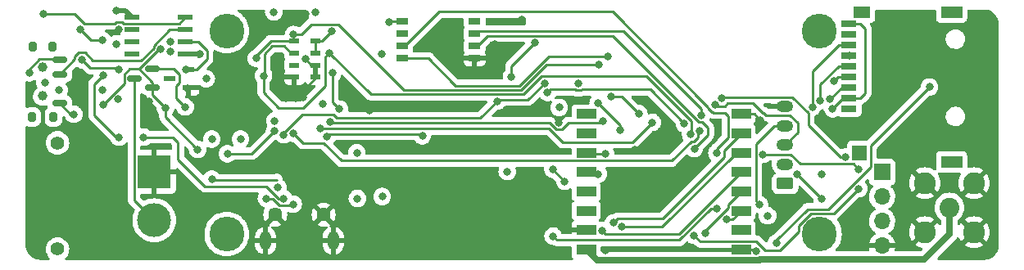
<source format=gbr>
%TF.GenerationSoftware,KiCad,Pcbnew,(6.0.2)*%
%TF.CreationDate,2022-03-31T19:26:31+11:00*%
%TF.ProjectId,Liaka_V3,4c69616b-615f-4563-932e-6b696361645f,2.0*%
%TF.SameCoordinates,Original*%
%TF.FileFunction,Copper,L4,Bot*%
%TF.FilePolarity,Positive*%
%FSLAX46Y46*%
G04 Gerber Fmt 4.6, Leading zero omitted, Abs format (unit mm)*
G04 Created by KiCad (PCBNEW (6.0.2)) date 2022-03-31 19:26:31*
%MOMM*%
%LPD*%
G01*
G04 APERTURE LIST*
G04 Aperture macros list*
%AMRoundRect*
0 Rectangle with rounded corners*
0 $1 Rounding radius*
0 $2 $3 $4 $5 $6 $7 $8 $9 X,Y pos of 4 corners*
0 Add a 4 corners polygon primitive as box body*
4,1,4,$2,$3,$4,$5,$6,$7,$8,$9,$2,$3,0*
0 Add four circle primitives for the rounded corners*
1,1,$1+$1,$2,$3*
1,1,$1+$1,$4,$5*
1,1,$1+$1,$6,$7*
1,1,$1+$1,$8,$9*
0 Add four rect primitives between the rounded corners*
20,1,$1+$1,$2,$3,$4,$5,0*
20,1,$1+$1,$4,$5,$6,$7,0*
20,1,$1+$1,$6,$7,$8,$9,0*
20,1,$1+$1,$8,$9,$2,$3,0*%
G04 Aperture macros list end*
%TA.AperFunction,ComponentPad*%
%ADD10C,3.600000*%
%TD*%
%TA.AperFunction,ComponentPad*%
%ADD11C,1.400000*%
%TD*%
%TA.AperFunction,ComponentPad*%
%ADD12R,3.500000X3.500000*%
%TD*%
%TA.AperFunction,ComponentPad*%
%ADD13C,3.500000*%
%TD*%
%TA.AperFunction,ComponentPad*%
%ADD14R,1.700000X1.700000*%
%TD*%
%TA.AperFunction,ComponentPad*%
%ADD15O,1.700000X1.700000*%
%TD*%
%TA.AperFunction,ComponentPad*%
%ADD16C,2.050000*%
%TD*%
%TA.AperFunction,ComponentPad*%
%ADD17C,2.250000*%
%TD*%
%TA.AperFunction,ComponentPad*%
%ADD18RoundRect,0.250000X0.625000X-0.350000X0.625000X0.350000X-0.625000X0.350000X-0.625000X-0.350000X0*%
%TD*%
%TA.AperFunction,ComponentPad*%
%ADD19O,1.750000X1.200000*%
%TD*%
%TA.AperFunction,ComponentPad*%
%ADD20C,1.450000*%
%TD*%
%TA.AperFunction,ComponentPad*%
%ADD21O,1.200000X1.900000*%
%TD*%
%TA.AperFunction,SMDPad,CuDef*%
%ADD22R,1.600000X0.700000*%
%TD*%
%TA.AperFunction,SMDPad,CuDef*%
%ADD23R,1.500000X1.600000*%
%TD*%
%TA.AperFunction,SMDPad,CuDef*%
%ADD24R,2.200000X1.200000*%
%TD*%
%TA.AperFunction,SMDPad,CuDef*%
%ADD25R,1.800000X1.200000*%
%TD*%
%TA.AperFunction,SMDPad,CuDef*%
%ADD26RoundRect,0.150000X0.587500X0.150000X-0.587500X0.150000X-0.587500X-0.150000X0.587500X-0.150000X0*%
%TD*%
%TA.AperFunction,SMDPad,CuDef*%
%ADD27R,1.092200X0.609600*%
%TD*%
%TA.AperFunction,SMDPad,CuDef*%
%ADD28R,1.250000X0.650000*%
%TD*%
%TA.AperFunction,WasherPad*%
%ADD29C,1.000000*%
%TD*%
%TA.AperFunction,SMDPad,CuDef*%
%ADD30RoundRect,0.200000X0.200000X-0.300000X0.200000X0.300000X-0.200000X0.300000X-0.200000X-0.300000X0*%
%TD*%
%TA.AperFunction,SMDPad,CuDef*%
%ADD31RoundRect,0.175000X0.575000X-0.175000X0.575000X0.175000X-0.575000X0.175000X-0.575000X-0.175000X0*%
%TD*%
%TA.AperFunction,SMDPad,CuDef*%
%ADD32R,1.300000X0.599999*%
%TD*%
%TA.AperFunction,SMDPad,CuDef*%
%ADD33R,2.000000X1.000000*%
%TD*%
%TA.AperFunction,SMDPad,CuDef*%
%ADD34R,1.520000X0.599999*%
%TD*%
%TA.AperFunction,ViaPad*%
%ADD35C,0.800000*%
%TD*%
%TA.AperFunction,Conductor*%
%ADD36C,0.250000*%
%TD*%
%TA.AperFunction,Conductor*%
%ADD37C,0.500000*%
%TD*%
%TA.AperFunction,Conductor*%
%ADD38C,0.700000*%
%TD*%
G04 APERTURE END LIST*
D10*
%TO.P,H1,1*%
%TO.N,N/C*%
X127980000Y-84032000D03*
%TD*%
%TO.P,H3,1*%
%TO.N,N/C*%
X189230000Y-84032000D03*
%TD*%
%TO.P,H4,1*%
%TO.N,N/C*%
X189230000Y-105032000D03*
%TD*%
D11*
%TO.P,J2,*%
%TO.N,*%
X110483000Y-106592000D03*
X110483000Y-95592000D03*
D12*
%TO.P,J2,1,Pin_1*%
%TO.N,GND*%
X120483000Y-98592000D03*
D13*
%TO.P,J2,2,Pin_2*%
%TO.N,+BATT*%
X120483000Y-103592000D03*
%TD*%
D14*
%TO.P,J4,1,Pin_1*%
%TO.N,SDA*%
X195707000Y-98612800D03*
D15*
%TO.P,J4,2,Pin_2*%
%TO.N,SCL*%
X195707000Y-101152800D03*
%TO.P,J4,3,Pin_3*%
%TO.N,VDD*%
X195707000Y-103692800D03*
%TO.P,J4,4,Pin_4*%
%TO.N,GND*%
X195707000Y-106232800D03*
%TD*%
D16*
%TO.P,J1,1,In*%
%TO.N,Net-(J1-Pad1)*%
X202666600Y-102285800D03*
D17*
%TO.P,J1,2,Ext*%
%TO.N,GND*%
X200126600Y-104825800D03*
X205206600Y-104825800D03*
X200126600Y-99745800D03*
X205206600Y-99745800D03*
%TD*%
D10*
%TO.P,H2,1*%
%TO.N,N/C*%
X127980000Y-105032000D03*
%TD*%
D18*
%TO.P,J3,1,Pin_1*%
%TO.N,unconnected-(J3-Pad1)*%
X185682800Y-99808800D03*
D19*
%TO.P,J3,2,Pin_2*%
%TO.N,VDD*%
X185682800Y-97808800D03*
%TO.P,J3,3,Pin_3*%
%TO.N,RXD1_RRC3*%
X185682800Y-95808800D03*
%TO.P,J3,4,Pin_4*%
%TO.N,TXD1_RRC3*%
X185682800Y-93808800D03*
%TO.P,J3,5,Pin_5*%
%TO.N,GND*%
X185682800Y-91808800D03*
%TD*%
D20*
%TO.P,J5,6,Shield*%
%TO.N,GND*%
X137983600Y-103033100D03*
X132983600Y-103033100D03*
D21*
X131983600Y-105733100D03*
X138983600Y-105733100D03*
%TD*%
D22*
%TO.P,J7,1,DAT2*%
%TO.N,unconnected-(J7-Pad1)*%
X192284000Y-92056570D03*
%TO.P,J7,2,CD/DAT3*%
%TO.N,CS_SD*%
X192284000Y-90956570D03*
%TO.P,J7,3,CMD*%
%TO.N,MOSI_SD*%
X192284000Y-89856570D03*
%TO.P,J7,4,VDD*%
%TO.N,VDD*%
X192284000Y-88756570D03*
%TO.P,J7,5,CLX*%
%TO.N,CLK_SD*%
X192284000Y-87656570D03*
%TO.P,J7,6,VSS*%
%TO.N,GND*%
X192284000Y-86556570D03*
%TO.P,J7,7,DAT0*%
%TO.N,MISO_SD*%
X192284000Y-85456570D03*
%TO.P,J7,8,DAT1*%
%TO.N,unconnected-(J7-Pad8)*%
X192284000Y-84356570D03*
%TO.P,J7,9,CD*%
%TO.N,CS_SD*%
X192284000Y-83256570D03*
D23*
%TO.P,J7,MP1,MP1*%
%TO.N,unconnected-(J7-PadMP1)*%
X193334000Y-96656570D03*
D24*
%TO.P,J7,MP2,MP2*%
%TO.N,unconnected-(J7-PadMP2)*%
X202884000Y-97556570D03*
%TO.P,J7,MP3,MP3*%
%TO.N,unconnected-(J7-PadMP3)*%
X202884000Y-82056570D03*
D25*
%TO.P,J7,MP4,MP4*%
%TO.N,unconnected-(J7-PadMP4)*%
X193584000Y-82056570D03*
%TD*%
D26*
%TO.P,Q3,1,G*%
%TO.N,Net-(D3-Pad2)*%
X120317500Y-87950000D03*
%TO.P,Q3,2,S*%
%TO.N,VDC*%
X120317500Y-89850000D03*
%TO.P,Q3,3,D*%
%TO.N,+BATT*%
X118442500Y-88900000D03*
%TD*%
D27*
%TO.P,U2,1,VDD*%
%TO.N,VDD*%
X137172800Y-85043800D03*
%TO.P,U2,2,PS*%
X137172800Y-86293800D03*
%TO.P,U2,3,GND*%
%TO.N,GND*%
X137172800Y-87543800D03*
%TO.P,U2,4,SCB*%
X137172800Y-88793800D03*
%TO.P,U2,5,SCB*%
X134972800Y-88793800D03*
%TO.P,U2,6,SDO*%
%TO.N,unconnected-(U2-Pad6)*%
X134972800Y-87543800D03*
%TO.P,U2,7,SDI/SDA*%
%TO.N,SDA*%
X134972800Y-86293800D03*
%TO.P,U2,8,SCLK*%
%TO.N,SCL*%
X134972800Y-85043800D03*
%TD*%
D28*
%TO.P,IC1,1,SD2\u002C_I/O_PIN*%
%TO.N,unconnected-(IC1-Pad1)*%
X153584600Y-83032600D03*
%TO.P,IC1,2,SD3\u002C_I/O_PIN*%
%TO.N,CS_XT*%
X153584600Y-84302600D03*
%TO.P,IC1,3,CLK\u002C_CLOCK_SIGNAL*%
%TO.N,CLK_SD*%
X153584600Y-85572600D03*
%TO.P,IC1,4,VSS\u002C_GROUND*%
%TO.N,GND*%
X153584600Y-86842600D03*
%TO.P,IC1,5,CMD\u002C_COMMAND_SIGNAL*%
%TO.N,MOSI_SD*%
X146084600Y-86842600D03*
%TO.P,IC1,6,SD0\u002C_I/O_PIN*%
%TO.N,MISO_SD*%
X146084600Y-85572600D03*
%TO.P,IC1,7,SD1\u002C_I/O_PIN*%
%TO.N,unconnected-(IC1-Pad7)*%
X146084600Y-84302600D03*
%TO.P,IC1,8,VDD\u002C_POWER_SUPPLY*%
%TO.N,VDD*%
X146084600Y-83032600D03*
%TD*%
D29*
%TO.P,SW1,*%
%TO.N,*%
X108966000Y-87755600D03*
D30*
X107866000Y-92905600D03*
X107966000Y-85605600D03*
X110066000Y-92905600D03*
D29*
X108966000Y-90755600D03*
D30*
X109966000Y-85605600D03*
D31*
%TO.P,SW1,1,A*%
%TO.N,/Power/3s*%
X110716000Y-91505600D03*
%TO.P,SW1,2,B*%
%TO.N,Net-(SW1-Pad2)*%
X110716000Y-88505600D03*
%TO.P,SW1,3,C*%
%TO.N,/Power/2s*%
X110716000Y-87005600D03*
%TD*%
D32*
%TO.P,U6,1,K*%
%TO.N,/Power/Vp*%
X123997601Y-87990799D03*
%TO.P,U6,2,A*%
%TO.N,GND*%
X123997601Y-89910801D03*
%TO.P,U6,3*%
%TO.N,N/C*%
X122077599Y-88950799D03*
%TD*%
D33*
%TO.P,U4,1,GND*%
%TO.N,GND*%
X181126400Y-92618800D03*
%TO.P,U4,2,MISO*%
%TO.N,MISO_RF*%
X181126400Y-94618800D03*
%TO.P,U4,3,MOSI*%
%TO.N,MOSI_RF*%
X181126400Y-96618800D03*
%TO.P,U4,4,SCK*%
%TO.N,SCK_RF*%
X181126400Y-98618800D03*
%TO.P,U4,5,NSS*%
%TO.N,CS_RF*%
X181126400Y-100618800D03*
%TO.P,U4,6,RESET*%
%TO.N,RESET_RF*%
X181126400Y-102618800D03*
%TO.P,U4,7,DIO5*%
%TO.N,unconnected-(U4-Pad7)*%
X181126400Y-104618800D03*
%TO.P,U4,8,GND*%
%TO.N,GND*%
X181126400Y-106618800D03*
%TO.P,U4,9,ANT*%
%TO.N,Net-(J1-Pad1)*%
X165126400Y-106618800D03*
%TO.P,U4,10,GND*%
%TO.N,GND*%
X165126400Y-104618800D03*
%TO.P,U4,11,DIO3*%
%TO.N,unconnected-(U4-Pad11)*%
X165126400Y-102618800D03*
%TO.P,U4,12,DIO4*%
%TO.N,unconnected-(U4-Pad12)*%
X165126400Y-100618800D03*
%TO.P,U4,13,3.3V*%
%TO.N,VDD*%
X165126400Y-98618800D03*
%TO.P,U4,14,DIO0*%
%TO.N,RF_IO0*%
X165126400Y-96618800D03*
%TO.P,U4,15,DIO1*%
%TO.N,unconnected-(U4-Pad15)*%
X165126400Y-94618800D03*
%TO.P,U4,16,DIO2*%
%TO.N,unconnected-(U4-Pad16)*%
X165126400Y-92618800D03*
%TD*%
D34*
%TO.P,U5,1*%
%TO.N,Net-(Q2-Pad1)*%
X123694800Y-82626200D03*
%TO.P,U5,2,-*%
%TO.N,Net-(SW1-Pad2)*%
X123694800Y-83896200D03*
%TO.P,U5,3,+*%
%TO.N,/Power/Vp*%
X123694800Y-85166200D03*
%TO.P,U5,4,V-*%
%TO.N,GND*%
X123694800Y-86436200D03*
%TO.P,U5,5*%
%TO.N,N/C*%
X118214800Y-86436200D03*
%TO.P,U5,6*%
X118214800Y-85166200D03*
%TO.P,U5,7*%
X118214800Y-83896200D03*
%TO.P,U5,8,V+*%
%TO.N,VDC*%
X118214800Y-82626200D03*
%TD*%
D35*
%TO.N,GND*%
X206248000Y-87884000D03*
X134112000Y-90932000D03*
X134620000Y-97028000D03*
X183134000Y-93218000D03*
X170180000Y-96266000D03*
X167132000Y-106680000D03*
X172720000Y-96266000D03*
X151130000Y-96012000D03*
X200660000Y-94742000D03*
X155702000Y-85344000D03*
X171450000Y-96266000D03*
X148082000Y-85344000D03*
X127978200Y-95199200D03*
X170180000Y-98552000D03*
X171450000Y-98552000D03*
X185420000Y-103124000D03*
X149606000Y-96012000D03*
X164338000Y-89408000D03*
X136144000Y-98298000D03*
X154178000Y-96012000D03*
X203200000Y-94742000D03*
X116840000Y-83820000D03*
X156972000Y-96012000D03*
X134620000Y-98044000D03*
X123952000Y-89916000D03*
X144018000Y-98552000D03*
X152654000Y-96012000D03*
X162306000Y-93472000D03*
X192303400Y-86537800D03*
X206248000Y-94742000D03*
X173736000Y-96266000D03*
X140462000Y-102616000D03*
X149606000Y-85852000D03*
X158496000Y-82804000D03*
X136126490Y-82263736D03*
X153670000Y-86868000D03*
X173736000Y-98552000D03*
X200660000Y-87122000D03*
X203454000Y-87884000D03*
X155702000Y-96012000D03*
X172720000Y-98552000D03*
X135128000Y-90932000D03*
X139864800Y-95847200D03*
X135885701Y-90927701D03*
X136103210Y-86890765D03*
X182674615Y-106785236D03*
X135890000Y-97028000D03*
X142748000Y-92202000D03*
X119940161Y-91271160D03*
X125222000Y-86360000D03*
%TO.N,VDD*%
X125857000Y-88950800D03*
X141414800Y-96621600D03*
X115164700Y-90119200D03*
X132842000Y-82042000D03*
X110642400Y-90144600D03*
X189484000Y-98806000D03*
X156972000Y-98552000D03*
X137922000Y-91592400D03*
X116763800Y-91084400D03*
X162331400Y-91935000D03*
X166370000Y-98806000D03*
X137160000Y-82042000D03*
X141478000Y-101346000D03*
X122174000Y-85090000D03*
X183870000Y-103124000D03*
X116586000Y-85344000D03*
X138804199Y-84036500D03*
X133273800Y-100228400D03*
X132943600Y-93319600D03*
X144780000Y-83058000D03*
X126428200Y-95199200D03*
X122174000Y-86106000D03*
X190754000Y-89154000D03*
X129400800Y-95199200D03*
X144018000Y-86360000D03*
X144045400Y-101142800D03*
X138804198Y-84036500D03*
%TO.N,+5V*%
X133858000Y-101346000D03*
X115202500Y-88595200D03*
X116840000Y-94996000D03*
X119380000Y-94996000D03*
%TO.N,MISO_SD*%
X188493400Y-91897200D03*
X178638200Y-96621600D03*
%TO.N,CLK_SD*%
X176301400Y-96189800D03*
X189331600Y-91211400D03*
%TO.N,MOSI_SD*%
X190324257Y-91094617D03*
X167386000Y-86614000D03*
%TO.N,CS_SD*%
X190593192Y-92057259D03*
%TO.N,RXD0*%
X134854347Y-94609394D03*
X176844513Y-94317288D03*
%TO.N,TXD0*%
X137672442Y-94124280D03*
X171958000Y-93472000D03*
%TO.N,SCL*%
X189484000Y-101346000D03*
X134874000Y-84378800D03*
X131038600Y-86842600D03*
X166406474Y-87505475D03*
X186944000Y-98806000D03*
%TO.N,SDA*%
X183388000Y-96774000D03*
X175921713Y-94701272D03*
X131775320Y-88645880D03*
X138582400Y-86283800D03*
X193294000Y-98298000D03*
%TO.N,BOOT*%
X161137600Y-90373200D03*
X184793269Y-105955500D03*
X175268955Y-93628435D03*
X200604800Y-89807800D03*
X200604800Y-89807800D03*
%TO.N,EN*%
X168656000Y-94234000D03*
X176276000Y-105156000D03*
X193294000Y-100330000D03*
X159803980Y-85255700D03*
X166370000Y-91440000D03*
X157400906Y-88759700D03*
%TO.N,DTR*%
X155910403Y-91285521D03*
X160803849Y-89422450D03*
X133863603Y-94741422D03*
%TO.N,RTS*%
X138354728Y-94954580D03*
X148190460Y-94848780D03*
%TO.N,SCK_RF*%
X166789342Y-104677260D03*
%TO.N,MOSI_RF*%
X168844215Y-104296557D03*
%TO.N,MISO_RF*%
X167944800Y-103860600D03*
%TO.N,CS_RF*%
X177419000Y-104952800D03*
%TO.N,TXD1_RRC3*%
X183022702Y-101955600D03*
%TO.N,RXD1_RRC3*%
X178435000Y-91668600D03*
%TO.N,ESP_LED*%
X170561000Y-92557600D03*
X167690800Y-90805000D03*
%TO.N,Batt_sense*%
X132918200Y-94361000D03*
X138678278Y-93399780D03*
X166833762Y-93371336D03*
X126439484Y-99351500D03*
X128040400Y-96723200D03*
%TO.N,BUZZER*%
X162915600Y-99568000D03*
X161696400Y-98323400D03*
%TO.N,TXD2_GPS*%
X178663600Y-102387400D03*
X161708500Y-105245539D03*
%TO.N,RF_IO0*%
X167106600Y-96723200D03*
%TO.N,Net-(C19-Pad1)*%
X138900500Y-88371130D03*
X139623800Y-92100400D03*
%TO.N,RESET_RF*%
X179679600Y-103505000D03*
%TO.N,Net-(C7-Pad1)*%
X115139243Y-84986783D03*
X116826920Y-88043332D03*
X113004600Y-86995000D03*
X112877600Y-83896200D03*
%TO.N,VDC*%
X121158000Y-85852000D03*
X109194600Y-89357200D03*
X115214400Y-91643200D03*
X124968000Y-96266000D03*
X121641600Y-91948000D03*
X116535200Y-81872298D03*
%TO.N,Net-(D3-Pad2)*%
X123672600Y-91871800D03*
%TO.N,CS_XT*%
X177040506Y-92716086D03*
%TO.N,Net-(J5-Pad2)*%
X132080000Y-101346000D03*
X134835833Y-101938879D03*
%TO.N,/Power/Vp*%
X123748800Y-88036400D03*
%TO.N,/Power/2s*%
X107569000Y-88341200D03*
%TO.N,/Power/3s*%
X112166400Y-92633800D03*
%TO.N,SD_DUMP*%
X191922063Y-97056581D03*
X179168888Y-90990062D03*
%TO.N,Net-(Q2-Pad1)*%
X109016800Y-82245200D03*
%TD*%
D36*
%TO.N,GND*%
X137172800Y-88887200D02*
X135128000Y-90932000D01*
X123957199Y-89910801D02*
X123952000Y-89916000D01*
X137172800Y-87543800D02*
X136756245Y-87543800D01*
X123997601Y-89910801D02*
X123957199Y-89910801D01*
X182534800Y-92618800D02*
X183134000Y-93218000D01*
X192284000Y-86556570D02*
X192284630Y-86556570D01*
X136756245Y-87543800D02*
X136103210Y-86890765D01*
X137172800Y-87543800D02*
X137172800Y-88793800D01*
X123694800Y-86436200D02*
X125145800Y-86436200D01*
X192284630Y-86556570D02*
X192303400Y-86537800D01*
X137172800Y-88793800D02*
X137172800Y-88887200D01*
X182508179Y-106618800D02*
X182674615Y-106785236D01*
X181126400Y-92618800D02*
X182534800Y-92618800D01*
X181126400Y-106618800D02*
X182508179Y-106618800D01*
X125145800Y-86436200D02*
X125222000Y-86360000D01*
%TO.N,VDD*%
X137796899Y-85043800D02*
X138804199Y-84036500D01*
X144805400Y-83032600D02*
X144780000Y-83058000D01*
X166182800Y-98618800D02*
X166370000Y-98806000D01*
X137172800Y-85043800D02*
X137796899Y-85043800D01*
X192284000Y-88756570D02*
X191151430Y-88756570D01*
X137172800Y-86293800D02*
X137172800Y-85043800D01*
X165126400Y-98618800D02*
X166182800Y-98618800D01*
X191151430Y-88756570D02*
X190754000Y-89154000D01*
X146084600Y-83032600D02*
X144805400Y-83032600D01*
%TO.N,+5V*%
X125730000Y-100076000D02*
X122936000Y-97282000D01*
X116586000Y-94996000D02*
X114300000Y-92710000D01*
X114300000Y-89497700D02*
X115202500Y-88595200D01*
X133858000Y-101346000D02*
X133350000Y-101346000D01*
X122428000Y-94996000D02*
X119380000Y-94996000D01*
X133350000Y-101346000D02*
X132080000Y-100076000D01*
X132080000Y-100076000D02*
X125730000Y-100076000D01*
X114300000Y-92710000D02*
X114300000Y-89497700D01*
X122936000Y-97282000D02*
X122936000Y-95504000D01*
X122936000Y-95504000D02*
X122428000Y-94996000D01*
X116840000Y-94996000D02*
X116586000Y-94996000D01*
%TO.N,+BATT*%
X118408489Y-88934011D02*
X118442500Y-88900000D01*
X120483000Y-103592000D02*
X118408489Y-101517489D01*
X118408489Y-101517489D02*
X118408489Y-88934011D01*
%TO.N,MISO_SD*%
X179801889Y-95026111D02*
X178638200Y-96189800D01*
X192284000Y-85456570D02*
X191234000Y-85456570D01*
X178134901Y-92393101D02*
X178219701Y-92393101D01*
X167843200Y-82016600D02*
X177710499Y-91883899D01*
X177710499Y-91883899D02*
X177710499Y-91968699D01*
X188518800Y-91186000D02*
X188518800Y-91871800D01*
X177710499Y-91968699D02*
X178134901Y-92393101D01*
X146384600Y-85572600D02*
X149940600Y-82016600D01*
X178219701Y-92393101D02*
X178282600Y-92456000D01*
X149940600Y-82016600D02*
X167843200Y-82016600D01*
X179451000Y-92456000D02*
X179801889Y-92806889D01*
X178638200Y-96189800D02*
X178638200Y-96621600D01*
X188518800Y-91871800D02*
X188493400Y-91897200D01*
X191234000Y-85456570D02*
X188518800Y-88171770D01*
X178282600Y-92456000D02*
X179451000Y-92456000D01*
X179801889Y-92806889D02*
X179801889Y-95026111D01*
X146084600Y-85572600D02*
X146384600Y-85572600D01*
X188518800Y-88171770D02*
X188518800Y-91186000D01*
%TO.N,CLK_SD*%
X176316005Y-93016185D02*
X176740407Y-93440587D01*
X177698400Y-93997032D02*
X177698400Y-94767400D01*
X153584600Y-85572600D02*
X153884600Y-85572600D01*
X192284000Y-87656570D02*
X191226830Y-87656570D01*
X176555400Y-95910400D02*
X176479200Y-95910400D01*
X176479200Y-95910400D02*
X176301400Y-96088200D01*
X189331600Y-89551800D02*
X189331600Y-91211400D01*
X176173186Y-92814726D02*
X176173186Y-92872364D01*
X154926000Y-84531200D02*
X167889660Y-84531200D01*
X177141955Y-93440587D02*
X177698400Y-93997032D01*
X177698400Y-94767400D02*
X176555400Y-95910400D01*
X153884600Y-85572600D02*
X154926000Y-84531200D01*
X176316005Y-93015183D02*
X176316005Y-93016185D01*
X167889660Y-84531200D02*
X176173186Y-92814726D01*
X191226830Y-87656570D02*
X189331600Y-89551800D01*
X176301400Y-96088200D02*
X176301400Y-96189800D01*
X176740407Y-93440587D02*
X177141955Y-93440587D01*
X176173186Y-92872364D02*
X176316005Y-93015183D01*
%TO.N,MOSI_SD*%
X161290000Y-86614000D02*
X166624000Y-86614000D01*
X158242000Y-89662000D02*
X160782000Y-87122000D01*
X160782000Y-87122000D02*
X161290000Y-86614000D01*
X151638000Y-89662000D02*
X157988000Y-89662000D01*
X146084600Y-86842600D02*
X148818600Y-86842600D01*
X192284000Y-89856570D02*
X191562304Y-89856570D01*
X166624000Y-86614000D02*
X167386000Y-86614000D01*
X151384000Y-89408000D02*
X151638000Y-89662000D01*
X157988000Y-89662000D02*
X158242000Y-89662000D01*
X191562304Y-89856570D02*
X190324257Y-91094617D01*
X148818600Y-86842600D02*
X151384000Y-89408000D01*
%TO.N,CS_SD*%
X191693881Y-90956570D02*
X190593192Y-92057259D01*
X193979800Y-83794600D02*
X193979800Y-90449400D01*
X193979800Y-90449400D02*
X193472630Y-90956570D01*
X193441770Y-83256570D02*
X193979800Y-83794600D01*
X192284000Y-90956570D02*
X191693881Y-90956570D01*
X192284000Y-83256570D02*
X193441770Y-83256570D01*
X193472630Y-90956570D02*
X192284000Y-90956570D01*
%TO.N,RXD0*%
X139823259Y-97447711D02*
X137969994Y-95594446D01*
X176221820Y-95425770D02*
X175981830Y-95425770D01*
X175981830Y-95425770D02*
X173959889Y-97447711D01*
X176646222Y-94515579D02*
X176646222Y-95001368D01*
X135839399Y-95594446D02*
X134854347Y-94609394D01*
X176646222Y-95001368D02*
X176221820Y-95425770D01*
X137969994Y-95594446D02*
X135839399Y-95594446D01*
X173959889Y-97447711D02*
X139823259Y-97447711D01*
X176844513Y-94317288D02*
X176646222Y-94515579D01*
%TO.N,TXD0*%
X162677696Y-95504000D02*
X169926000Y-95504000D01*
X137672442Y-94124280D02*
X161297976Y-94124280D01*
X169926000Y-95504000D02*
X171958000Y-93472000D01*
X161297976Y-94124280D02*
X162677696Y-95504000D01*
%TO.N,SCL*%
X131292600Y-86283800D02*
X131038600Y-86537800D01*
X134874000Y-84378800D02*
X134874000Y-84945000D01*
X134874000Y-84378800D02*
X135661400Y-84378800D01*
X146296310Y-90111510D02*
X158428194Y-90111510D01*
X131038600Y-86537800D02*
X131038600Y-86842600D01*
X161034229Y-87505475D02*
X166406474Y-87505475D01*
X134972800Y-85043800D02*
X132532600Y-85043800D01*
X132532600Y-85043800D02*
X131292600Y-86283800D01*
X139496800Y-83312000D02*
X146296310Y-90111510D01*
X186944000Y-98806000D02*
X189484000Y-101346000D01*
X136728200Y-83312000D02*
X139496800Y-83312000D01*
X158428194Y-90111510D02*
X161034229Y-87505475D01*
X135661400Y-84378800D02*
X136728200Y-83312000D01*
X134874000Y-84945000D02*
X134972800Y-85043800D01*
%TO.N,SDA*%
X138582400Y-86283800D02*
X142859621Y-90561021D01*
X175866495Y-93202379D02*
X176013918Y-93349802D01*
X138176000Y-89662000D02*
X135890000Y-91948000D01*
X132664200Y-85572600D02*
X131876800Y-86360000D01*
X160486298Y-88689110D02*
X164032290Y-88689110D01*
X158614388Y-90561020D02*
X160486298Y-88689110D01*
X138582400Y-86283800D02*
X138176000Y-86690200D01*
X192777081Y-97781081D02*
X187237549Y-97781081D01*
X193294000Y-98298000D02*
X192777081Y-97781081D01*
X176013918Y-94609067D02*
X175921713Y-94701272D01*
X171348617Y-88683499D02*
X175866494Y-93201376D01*
X131775320Y-90373320D02*
X131775320Y-88645880D01*
X142859621Y-90561021D02*
X158614388Y-90561020D01*
X134630000Y-86293800D02*
X133908800Y-85572600D01*
X164037901Y-88683499D02*
X171348617Y-88683499D01*
X135890000Y-91948000D02*
X133350000Y-91948000D01*
X175866494Y-93201376D02*
X175866495Y-93202379D01*
X131876800Y-86360000D02*
X131876800Y-88544400D01*
X164032290Y-88689110D02*
X164037901Y-88683499D01*
X131876800Y-88544400D02*
X131775320Y-88645880D01*
X133908800Y-85572600D02*
X132664200Y-85572600D01*
X138176000Y-86690200D02*
X138176000Y-89662000D01*
X186230468Y-96774000D02*
X183388000Y-96774000D01*
X176013918Y-93349802D02*
X176013918Y-94609067D01*
X133350000Y-91948000D02*
X131775320Y-90373320D01*
X134972800Y-86293800D02*
X134630000Y-86293800D01*
X187237549Y-97781081D02*
X186230468Y-96774000D01*
%TO.N,BOOT*%
X164037901Y-90132501D02*
X164638099Y-90132501D01*
X171766334Y-90080499D02*
X175268955Y-93583120D01*
X192993901Y-99605499D02*
X190141421Y-102457979D01*
X193011101Y-99605499D02*
X192993901Y-99605499D01*
X175268955Y-93583120D02*
X175268955Y-93628435D01*
X190141421Y-102457979D02*
X187990317Y-102457979D01*
X161137600Y-90373200D02*
X161430301Y-90080499D01*
X194532489Y-98084111D02*
X193011101Y-99605499D01*
X164690101Y-90080499D02*
X171766334Y-90080499D01*
X200604800Y-89807800D02*
X194532489Y-95880111D01*
X164638099Y-90132501D02*
X164690101Y-90080499D01*
X161430301Y-90080499D02*
X163985899Y-90080499D01*
X187990317Y-102457979D02*
X184793269Y-105655027D01*
X184793269Y-105655027D02*
X184793269Y-105955500D01*
X194532489Y-95880111D02*
X194532489Y-98084111D01*
X163985899Y-90080499D02*
X164037901Y-90132501D01*
%TO.N,EN*%
X188349998Y-102907489D02*
X187105489Y-104151998D01*
X157400906Y-88759700D02*
X157400906Y-87658294D01*
X193294000Y-100330000D02*
X190716511Y-102907489D01*
X168656000Y-93726000D02*
X166370000Y-91440000D01*
X190716511Y-102907489D02*
X188349998Y-102907489D01*
X182708268Y-105794289D02*
X176914289Y-105794289D01*
X157400906Y-87658294D02*
X159803500Y-85255700D01*
X187105489Y-104740511D02*
X185166000Y-106680000D01*
X176914289Y-105794289D02*
X176276000Y-105156000D01*
X159803500Y-85255700D02*
X159803980Y-85255700D01*
X183593979Y-106680000D02*
X182708268Y-105794289D01*
X187105489Y-104151998D02*
X187105489Y-104740511D01*
X185166000Y-106680000D02*
X183593979Y-106680000D01*
X168656000Y-94234000D02*
X168656000Y-93726000D01*
%TO.N,DTR*%
X133863603Y-94575538D02*
X135763862Y-92675279D01*
X139317898Y-93014800D02*
X154181124Y-93014800D01*
X159086482Y-91139817D02*
X156056107Y-91139817D01*
X138978377Y-92675279D02*
X139317898Y-93014800D01*
X135763862Y-92675279D02*
X138978377Y-92675279D01*
X160803849Y-89422450D02*
X159086482Y-91139817D01*
X154181124Y-93014800D02*
X155910403Y-91285521D01*
X156056107Y-91139817D02*
X155910403Y-91285521D01*
X133863603Y-94741422D02*
X133863603Y-94575538D01*
%TO.N,RTS*%
X138618108Y-94691200D02*
X148032880Y-94691200D01*
X148032880Y-94691200D02*
X148190460Y-94848780D01*
X138354728Y-94954580D02*
X138618108Y-94691200D01*
%TO.N,SCK_RF*%
X167133140Y-105021058D02*
X166789342Y-104677260D01*
X174724142Y-105021058D02*
X167133140Y-105021058D01*
X181126400Y-98618800D02*
X174724142Y-105021058D01*
X166700200Y-104749600D02*
X166717002Y-104749600D01*
X166717002Y-104749600D02*
X166789342Y-104677260D01*
%TO.N,MOSI_RF*%
X180626400Y-96618800D02*
X172948643Y-104296557D01*
X181126400Y-96618800D02*
X180626400Y-96618800D01*
X172948643Y-104296557D02*
X168844215Y-104296557D01*
%TO.N,MISO_RF*%
X181126400Y-94618800D02*
X179362701Y-96382499D01*
X168376600Y-103428800D02*
X167944800Y-103860600D01*
X179362701Y-97065499D02*
X172999400Y-103428800D01*
X172999400Y-103428800D02*
X168376600Y-103428800D01*
X179362701Y-96382499D02*
X179362701Y-97065499D01*
%TO.N,CS_RF*%
X179801889Y-102290511D02*
X177342800Y-104749600D01*
X179801889Y-101943311D02*
X179801889Y-102290511D01*
X177342800Y-104876600D02*
X177419000Y-104952800D01*
X181126400Y-100618800D02*
X179801889Y-101943311D01*
X177342800Y-104749600D02*
X177342800Y-104876600D01*
%TO.N,TXD1_RRC3*%
X183022702Y-101955600D02*
X182663499Y-101596397D01*
X182663499Y-101596397D02*
X182663499Y-95703101D01*
X182663499Y-95703101D02*
X184557800Y-93808800D01*
X184557800Y-93808800D02*
X185682800Y-93808800D01*
%TO.N,RXD1_RRC3*%
X182372000Y-91516200D02*
X179730400Y-91516200D01*
X185682800Y-95808800D02*
X186969400Y-94522200D01*
X186189788Y-92733320D02*
X183673920Y-92733320D01*
X183434099Y-92493499D02*
X183349299Y-92493499D01*
X179730400Y-91516200D02*
X179451000Y-91795600D01*
X186969400Y-93512932D02*
X186189788Y-92733320D01*
X179451000Y-91795600D02*
X178562000Y-91795600D01*
X183349299Y-92493499D02*
X182372000Y-91516200D01*
X183673920Y-92733320D02*
X183434099Y-92493499D01*
X178562000Y-91795600D02*
X178435000Y-91668600D01*
X186969400Y-94522200D02*
X186969400Y-93512932D01*
%TO.N,ESP_LED*%
X170561000Y-92557600D02*
X168808400Y-90805000D01*
X168808400Y-90805000D02*
X167690800Y-90805000D01*
%TO.N,Batt_sense*%
X166674608Y-93530490D02*
X166833762Y-93371336D01*
X138808988Y-93530490D02*
X161339890Y-93530490D01*
X133072616Y-99466400D02*
X126554384Y-99466400D01*
X161339890Y-93530490D02*
X162005901Y-94196501D01*
X133136717Y-99402299D02*
X133072616Y-99466400D01*
X162005901Y-94196501D02*
X162606099Y-94196501D01*
X126554384Y-99466400D02*
X126439484Y-99351500D01*
X130556000Y-96723200D02*
X132918200Y-94361000D01*
X128040400Y-96723200D02*
X130556000Y-96723200D01*
X138678278Y-93399780D02*
X138808988Y-93530490D01*
X163272110Y-93530490D02*
X166674608Y-93530490D01*
X162606099Y-94196501D02*
X163272110Y-93530490D01*
%TO.N,BUZZER*%
X161696400Y-98323400D02*
X161696400Y-98348800D01*
X161696400Y-98348800D02*
X162915600Y-99568000D01*
%TO.N,TXD2_GPS*%
X162101561Y-105638600D02*
X161708500Y-105245539D01*
X178020000Y-102387400D02*
X174768800Y-105638600D01*
X174768800Y-105638600D02*
X162101561Y-105638600D01*
X178663600Y-102387400D02*
X178020000Y-102387400D01*
%TO.N,RF_IO0*%
X165230800Y-96723200D02*
X165126400Y-96618800D01*
X167106600Y-96723200D02*
X165230800Y-96723200D01*
%TO.N,Net-(C19-Pad1)*%
X139623800Y-92100400D02*
X138900500Y-91377100D01*
X138900500Y-91377100D02*
X138900500Y-88371130D01*
%TO.N,RESET_RF*%
X179679600Y-103505000D02*
X180240200Y-103505000D01*
X180240200Y-103505000D02*
X181126400Y-102618800D01*
%TO.N,Net-(C7-Pad1)*%
X116654287Y-87870699D02*
X116826920Y-88043332D01*
X113968183Y-84986783D02*
X115139243Y-84986783D01*
X113004600Y-86995000D02*
X113880299Y-87870699D01*
X113880299Y-87870699D02*
X116654287Y-87870699D01*
X112877600Y-83896200D02*
X113968183Y-84986783D01*
D37*
%TO.N,VDC*%
X116535200Y-81872298D02*
X117460898Y-81872298D01*
D36*
X124968000Y-96266000D02*
X121641600Y-92939600D01*
X115214400Y-91609200D02*
X117373400Y-89450200D01*
X118898728Y-87960200D02*
X121006928Y-85852000D01*
X120317500Y-90623900D02*
X121641600Y-91948000D01*
D37*
X117460898Y-81872298D02*
X118214800Y-82626200D01*
D36*
X117373400Y-88519000D02*
X117932200Y-87960200D01*
X120317500Y-89850000D02*
X120317500Y-90623900D01*
X120317500Y-89366428D02*
X120317500Y-89850000D01*
X117932200Y-87960200D02*
X118898728Y-87960200D01*
X121006928Y-85852000D02*
X121158000Y-85852000D01*
X118911272Y-87960200D02*
X120317500Y-89366428D01*
X115214400Y-91643200D02*
X115214400Y-91609200D01*
X121641600Y-92939600D02*
X121641600Y-91948000D01*
X117373400Y-89450200D02*
X117373400Y-88519000D01*
X117932200Y-87960200D02*
X118911272Y-87960200D01*
%TO.N,Net-(D3-Pad2)*%
X123063000Y-88493600D02*
X123063000Y-89357200D01*
X122783600Y-90982800D02*
X123672600Y-91871800D01*
X120317500Y-87950000D02*
X122519400Y-87950000D01*
X122783600Y-90703400D02*
X122783600Y-90982800D01*
X122519400Y-87950000D02*
X122961400Y-88392000D01*
X122783600Y-89662000D02*
X122783600Y-90703400D01*
X123063000Y-89357200D02*
X123063000Y-89382600D01*
X122961400Y-88392000D02*
X123063000Y-88493600D01*
X123063000Y-89382600D02*
X122783600Y-89662000D01*
%TO.N,CS_XT*%
X153856310Y-84030890D02*
X169002489Y-84030890D01*
X169002489Y-84030890D02*
X177040506Y-92068907D01*
X177040506Y-92068907D02*
X177040506Y-92716086D01*
X153584600Y-84302600D02*
X153856310Y-84030890D01*
D38*
%TO.N,Net-(J1-Pad1)*%
X165126400Y-106618800D02*
X166242337Y-107734737D01*
X183134338Y-107668311D02*
X200052689Y-107668311D01*
X202666600Y-105054400D02*
X202666600Y-102285800D01*
X166242337Y-107734737D02*
X183067912Y-107734737D01*
X200052689Y-107668311D02*
X202666600Y-105054400D01*
X183067912Y-107734737D02*
X183134338Y-107668311D01*
D36*
%TO.N,Net-(J5-Pad2)*%
X132714296Y-101346000D02*
X133438797Y-102070501D01*
X133438797Y-102070501D02*
X134704211Y-102070501D01*
X134704211Y-102070501D02*
X134835833Y-101938879D01*
X132080000Y-101346000D02*
X132714296Y-101346000D01*
%TO.N,/Power/Vp*%
X123794401Y-87990799D02*
X123748800Y-88036400D01*
X125946501Y-86059901D02*
X125946501Y-86941899D01*
X123694800Y-85166200D02*
X125052800Y-85166200D01*
X125052800Y-85166200D02*
X125946501Y-86059901D01*
X123997601Y-87990799D02*
X123794401Y-87990799D01*
X124897601Y-87990799D02*
X123997601Y-87990799D01*
X125946501Y-86941899D02*
X124897601Y-87990799D01*
%TO.N,/Power/2s*%
X107569000Y-88341200D02*
X107569000Y-87986550D01*
X107569000Y-87986550D02*
X108624471Y-86931079D01*
X108624471Y-86931079D02*
X110641479Y-86931079D01*
X110641479Y-86931079D02*
X110716000Y-87005600D01*
%TO.N,/Power/3s*%
X112166400Y-92633800D02*
X111844200Y-92633800D01*
X111844200Y-92633800D02*
X110716000Y-91505600D01*
%TO.N,SD_DUMP*%
X179274670Y-90884280D02*
X186455880Y-90884280D01*
X179168888Y-90990062D02*
X179274670Y-90884280D01*
X188069289Y-92497689D02*
X188069289Y-93752631D01*
X186455880Y-90884280D02*
X188069289Y-92497689D01*
X191373239Y-97056581D02*
X191922063Y-97056581D01*
X188069289Y-93752631D02*
X191373239Y-97056581D01*
%TO.N,Net-(SW1-Pad2)*%
X114113090Y-87078890D02*
X113304699Y-86270499D01*
X112280099Y-86941501D02*
X110716000Y-88505600D01*
X112280099Y-86694901D02*
X112280099Y-86941501D01*
X112704501Y-86270499D02*
X112280099Y-86694901D01*
X113304699Y-86270499D02*
X112704501Y-86270499D01*
X120433499Y-85551901D02*
X120433499Y-85789725D01*
X120433499Y-85789725D02*
X119144334Y-87078890D01*
X119144334Y-87078890D02*
X114113090Y-87078890D01*
X123694800Y-83896200D02*
X122089200Y-83896200D01*
X122089200Y-83896200D02*
X120433499Y-85551901D01*
%TO.N,Net-(Q2-Pad1)*%
X117295310Y-83250710D02*
X117140099Y-83095499D01*
X117140099Y-83095499D02*
X116539901Y-83095499D01*
X123070290Y-83250710D02*
X117295310Y-83250710D01*
X116539901Y-83095499D02*
X116384690Y-83250710D01*
X123694800Y-82626200D02*
X123070290Y-83250710D01*
X113256710Y-83250710D02*
X112251200Y-82245200D01*
X116384690Y-83250710D02*
X113256710Y-83250710D01*
X112251200Y-82245200D02*
X109016800Y-82245200D01*
%TD*%
%TA.AperFunction,Conductor*%
%TO.N,GND*%
G36*
X201217621Y-81808002D02*
G01*
X201264114Y-81861658D01*
X201275500Y-81914000D01*
X201275500Y-82704704D01*
X201282255Y-82766886D01*
X201333385Y-82903275D01*
X201420739Y-83019831D01*
X201537295Y-83107185D01*
X201673684Y-83158315D01*
X201735866Y-83165070D01*
X204032134Y-83165070D01*
X204094316Y-83158315D01*
X204230705Y-83107185D01*
X204347261Y-83019831D01*
X204434615Y-82903275D01*
X204485745Y-82766886D01*
X204492500Y-82704704D01*
X204492500Y-81914000D01*
X204512502Y-81845879D01*
X204566158Y-81799386D01*
X204618500Y-81788000D01*
X206198672Y-81788000D01*
X206218056Y-81789500D01*
X206219496Y-81789724D01*
X206232858Y-81791805D01*
X206232861Y-81791805D01*
X206241730Y-81793186D01*
X206250632Y-81792022D01*
X206250634Y-81792022D01*
X206254174Y-81791559D01*
X206256957Y-81791195D01*
X206282279Y-81790452D01*
X206455905Y-81802870D01*
X206473693Y-81805427D01*
X206561165Y-81824456D01*
X206668552Y-81847817D01*
X206685800Y-81852881D01*
X206697734Y-81857332D01*
X206872655Y-81922574D01*
X206889002Y-81930040D01*
X207064030Y-82025613D01*
X207079153Y-82035332D01*
X207238797Y-82154840D01*
X207252383Y-82166613D01*
X207393387Y-82307617D01*
X207405160Y-82321203D01*
X207524668Y-82480847D01*
X207534387Y-82495970D01*
X207629960Y-82670998D01*
X207637426Y-82687345D01*
X207692798Y-82835803D01*
X207707119Y-82874200D01*
X207712183Y-82891448D01*
X207716319Y-82910461D01*
X207745351Y-83043914D01*
X207754572Y-83086303D01*
X207757130Y-83104095D01*
X207769014Y-83270256D01*
X207769041Y-83270629D01*
X207768297Y-83288533D01*
X207768195Y-83296858D01*
X207766814Y-83305730D01*
X207767978Y-83314632D01*
X207767978Y-83314635D01*
X207770936Y-83337251D01*
X207772000Y-83353589D01*
X207772000Y-106122672D01*
X207770500Y-106142057D01*
X207768401Y-106155540D01*
X207766814Y-106165730D01*
X207767978Y-106174632D01*
X207767978Y-106174634D01*
X207768805Y-106180955D01*
X207769548Y-106206279D01*
X207758450Y-106361463D01*
X207757131Y-106379901D01*
X207754573Y-106397693D01*
X207734340Y-106490699D01*
X207712183Y-106592552D01*
X207707119Y-106609800D01*
X207637426Y-106796655D01*
X207629960Y-106813002D01*
X207534387Y-106988030D01*
X207524668Y-107003153D01*
X207405160Y-107162797D01*
X207393387Y-107176383D01*
X207252383Y-107317387D01*
X207238797Y-107329160D01*
X207079153Y-107448668D01*
X207064030Y-107458387D01*
X206889002Y-107553960D01*
X206872655Y-107561426D01*
X206731612Y-107614032D01*
X206685800Y-107631119D01*
X206668551Y-107636183D01*
X206473693Y-107678573D01*
X206455905Y-107681130D01*
X206289369Y-107693041D01*
X206271467Y-107692297D01*
X206263142Y-107692195D01*
X206254270Y-107690814D01*
X206245368Y-107691978D01*
X206245365Y-107691978D01*
X206222749Y-107694936D01*
X206206411Y-107696000D01*
X201543292Y-107696000D01*
X201475171Y-107675998D01*
X201428678Y-107622342D01*
X201418574Y-107552068D01*
X201448068Y-107487488D01*
X201454197Y-107480905D01*
X202784831Y-106150271D01*
X204247484Y-106150271D01*
X204251170Y-106155540D01*
X204458721Y-106282727D01*
X204467515Y-106287208D01*
X204695842Y-106381784D01*
X204705227Y-106384833D01*
X204945540Y-106442528D01*
X204955287Y-106444071D01*
X205201670Y-106463462D01*
X205211530Y-106463462D01*
X205457913Y-106444071D01*
X205467660Y-106442528D01*
X205707973Y-106384833D01*
X205717358Y-106381784D01*
X205945685Y-106287208D01*
X205954479Y-106282727D01*
X206160528Y-106156460D01*
X206165790Y-106148399D01*
X206159783Y-106138193D01*
X205219412Y-105197822D01*
X205205468Y-105190208D01*
X205203635Y-105190339D01*
X205197020Y-105194590D01*
X204254876Y-106136734D01*
X204247484Y-106150271D01*
X202784831Y-106150271D01*
X203244376Y-105690726D01*
X203252143Y-105683583D01*
X203252763Y-105683059D01*
X203291967Y-105649929D01*
X203303631Y-105634673D01*
X203341310Y-105585392D01*
X203343209Y-105582971D01*
X203389832Y-105524982D01*
X203389833Y-105524980D01*
X203394109Y-105519662D01*
X203397143Y-105513550D01*
X203398930Y-105510756D01*
X203399182Y-105510396D01*
X203399385Y-105510027D01*
X203401117Y-105507166D01*
X203405260Y-105501748D01*
X203439593Y-105428121D01*
X203440928Y-105425348D01*
X203452066Y-105402911D01*
X203500271Y-105350789D01*
X203569003Y-105333002D01*
X203636441Y-105355199D01*
X203681334Y-105410718D01*
X203745192Y-105564885D01*
X203749673Y-105573679D01*
X203875940Y-105779728D01*
X203884001Y-105784990D01*
X203894207Y-105778983D01*
X204834578Y-104838612D01*
X204840956Y-104826932D01*
X205571008Y-104826932D01*
X205571139Y-104828765D01*
X205575390Y-104835380D01*
X206517534Y-105777524D01*
X206531071Y-105784916D01*
X206536340Y-105781230D01*
X206663527Y-105573679D01*
X206668008Y-105564885D01*
X206762584Y-105336558D01*
X206765633Y-105327173D01*
X206823328Y-105086860D01*
X206824871Y-105077113D01*
X206844262Y-104830730D01*
X206844262Y-104820870D01*
X206824871Y-104574487D01*
X206823328Y-104564740D01*
X206765633Y-104324427D01*
X206762584Y-104315042D01*
X206668008Y-104086715D01*
X206663527Y-104077921D01*
X206537260Y-103871872D01*
X206529199Y-103866610D01*
X206518993Y-103872617D01*
X205578622Y-104812988D01*
X205571008Y-104826932D01*
X204840956Y-104826932D01*
X204842192Y-104824668D01*
X204842061Y-104822835D01*
X204837810Y-104816220D01*
X203895666Y-103874076D01*
X203882129Y-103866684D01*
X203876860Y-103870370D01*
X203758533Y-104063463D01*
X203705885Y-104111094D01*
X203635844Y-104122701D01*
X203570646Y-104094598D01*
X203530992Y-104035708D01*
X203525100Y-103997628D01*
X203525100Y-103627155D01*
X203545102Y-103559034D01*
X203571479Y-103531111D01*
X203570756Y-103530264D01*
X203602443Y-103503201D01*
X204247410Y-103503201D01*
X204253417Y-103513407D01*
X205193788Y-104453778D01*
X205207732Y-104461392D01*
X205209565Y-104461261D01*
X205216180Y-104457010D01*
X206158324Y-103514866D01*
X206165716Y-103501329D01*
X206162030Y-103496060D01*
X205954479Y-103368873D01*
X205945685Y-103364392D01*
X205717358Y-103269816D01*
X205707973Y-103266767D01*
X205467660Y-103209072D01*
X205457913Y-103207529D01*
X205211530Y-103188138D01*
X205201670Y-103188138D01*
X204955287Y-103207529D01*
X204945540Y-103209072D01*
X204705227Y-103266767D01*
X204695842Y-103269816D01*
X204467515Y-103364392D01*
X204458721Y-103368873D01*
X204252672Y-103495140D01*
X204247410Y-103503201D01*
X203602443Y-103503201D01*
X203750545Y-103376709D01*
X203754301Y-103373501D01*
X203911064Y-103189956D01*
X204037184Y-102984147D01*
X204050459Y-102952100D01*
X204127661Y-102765716D01*
X204127662Y-102765714D01*
X204129555Y-102761143D01*
X204150612Y-102673435D01*
X204184749Y-102531247D01*
X204184750Y-102531241D01*
X204185904Y-102526434D01*
X204204842Y-102285800D01*
X204185904Y-102045166D01*
X204184750Y-102040359D01*
X204184749Y-102040353D01*
X204142628Y-101864909D01*
X204129555Y-101810457D01*
X204124845Y-101799085D01*
X204039079Y-101592027D01*
X204039077Y-101592023D01*
X204037184Y-101587453D01*
X203911064Y-101381644D01*
X203754301Y-101198099D01*
X203604634Y-101070271D01*
X204247484Y-101070271D01*
X204251170Y-101075540D01*
X204458721Y-101202727D01*
X204467515Y-101207208D01*
X204695842Y-101301784D01*
X204705227Y-101304833D01*
X204945540Y-101362528D01*
X204955287Y-101364071D01*
X205201670Y-101383462D01*
X205211530Y-101383462D01*
X205457913Y-101364071D01*
X205467660Y-101362528D01*
X205707973Y-101304833D01*
X205717358Y-101301784D01*
X205945685Y-101207208D01*
X205954479Y-101202727D01*
X206160528Y-101076460D01*
X206165790Y-101068399D01*
X206159783Y-101058193D01*
X205219412Y-100117822D01*
X205205468Y-100110208D01*
X205203635Y-100110339D01*
X205197020Y-100114590D01*
X204254876Y-101056734D01*
X204247484Y-101070271D01*
X203604634Y-101070271D01*
X203570756Y-101041336D01*
X203364947Y-100915216D01*
X203360377Y-100913323D01*
X203360373Y-100913321D01*
X203146516Y-100824739D01*
X203146514Y-100824738D01*
X203141943Y-100822845D01*
X203027311Y-100795324D01*
X202912047Y-100767651D01*
X202912041Y-100767650D01*
X202907234Y-100766496D01*
X202666600Y-100747558D01*
X202425966Y-100766496D01*
X202421159Y-100767650D01*
X202421153Y-100767651D01*
X202305889Y-100795324D01*
X202191257Y-100822845D01*
X202186686Y-100824738D01*
X202186684Y-100824739D01*
X201972827Y-100913321D01*
X201972823Y-100913323D01*
X201968253Y-100915216D01*
X201762444Y-101041336D01*
X201578899Y-101198099D01*
X201422136Y-101381644D01*
X201296016Y-101587453D01*
X201294123Y-101592023D01*
X201294121Y-101592027D01*
X201208355Y-101799085D01*
X201203645Y-101810457D01*
X201190572Y-101864909D01*
X201148451Y-102040353D01*
X201148450Y-102040359D01*
X201147296Y-102045166D01*
X201128358Y-102285800D01*
X201147296Y-102526434D01*
X201148450Y-102531241D01*
X201148451Y-102531247D01*
X201182588Y-102673435D01*
X201203645Y-102761143D01*
X201205538Y-102765714D01*
X201205539Y-102765716D01*
X201282742Y-102952100D01*
X201296016Y-102984147D01*
X201422136Y-103189956D01*
X201578899Y-103373501D01*
X201582655Y-103376709D01*
X201762444Y-103530264D01*
X201761183Y-103531740D01*
X201799507Y-103581422D01*
X201808100Y-103627155D01*
X201808100Y-103997628D01*
X201788098Y-104065749D01*
X201734442Y-104112242D01*
X201664168Y-104122346D01*
X201599588Y-104092852D01*
X201574667Y-104063463D01*
X201457260Y-103871872D01*
X201449199Y-103866610D01*
X201438993Y-103872617D01*
X199174876Y-106136734D01*
X199167484Y-106150271D01*
X199171170Y-106155540D01*
X199378721Y-106282727D01*
X199387515Y-106287208D01*
X199615842Y-106381784D01*
X199625227Y-106384833D01*
X199807104Y-106428498D01*
X199868673Y-106463850D01*
X199901356Y-106526877D01*
X199894775Y-106597568D01*
X199866785Y-106640112D01*
X199733991Y-106772906D01*
X199671679Y-106806932D01*
X199644896Y-106809811D01*
X197121029Y-106809811D01*
X197052908Y-106789809D01*
X197006415Y-106736153D01*
X196996311Y-106665879D01*
X197000470Y-106647183D01*
X197037379Y-106525703D01*
X197039555Y-106515637D01*
X197040986Y-106504762D01*
X197038775Y-106490578D01*
X197025617Y-106486800D01*
X194390225Y-106486800D01*
X194376694Y-106490773D01*
X194375257Y-106500766D01*
X194405564Y-106635245D01*
X194408976Y-106646132D01*
X194410260Y-106717117D01*
X194372963Y-106777527D01*
X194308926Y-106808184D01*
X194288742Y-106809811D01*
X191019457Y-106809811D01*
X190951336Y-106789809D01*
X190904843Y-106736153D01*
X190894739Y-106665879D01*
X190924725Y-106600733D01*
X190927583Y-106597475D01*
X191011510Y-106501775D01*
X191062668Y-106443441D01*
X191062672Y-106443435D01*
X191065386Y-106440341D01*
X191233509Y-106188726D01*
X191235550Y-106184589D01*
X191313675Y-106026166D01*
X191367352Y-105917320D01*
X191395235Y-105835180D01*
X191463298Y-105634673D01*
X191463299Y-105634670D01*
X191464624Y-105630766D01*
X191467344Y-105617095D01*
X191522857Y-105338009D01*
X191522857Y-105338006D01*
X191523661Y-105333966D01*
X191524099Y-105327292D01*
X191543183Y-105036119D01*
X191543453Y-105032000D01*
X191533096Y-104873983D01*
X191523931Y-104734149D01*
X191523930Y-104734145D01*
X191523661Y-104730034D01*
X191513164Y-104677260D01*
X191465429Y-104437279D01*
X191465427Y-104437273D01*
X191464624Y-104433234D01*
X191458401Y-104414900D01*
X191368678Y-104150586D01*
X191368677Y-104150585D01*
X191367352Y-104146680D01*
X191294225Y-103998394D01*
X191235336Y-103878978D01*
X191235333Y-103878973D01*
X191233509Y-103875274D01*
X191065386Y-103623659D01*
X191057844Y-103615059D01*
X191027966Y-103550655D01*
X191037650Y-103480322D01*
X191088436Y-103423526D01*
X191101045Y-103416069D01*
X191107873Y-103412031D01*
X191122194Y-103397710D01*
X191137228Y-103384869D01*
X191147205Y-103377620D01*
X191153618Y-103372961D01*
X191181809Y-103338884D01*
X191189799Y-103330105D01*
X193244500Y-101275405D01*
X193306812Y-101241379D01*
X193333595Y-101238500D01*
X193389487Y-101238500D01*
X193395939Y-101237128D01*
X193395944Y-101237128D01*
X193495152Y-101216040D01*
X193576288Y-101198794D01*
X193582319Y-101196109D01*
X193744722Y-101123803D01*
X193744724Y-101123802D01*
X193750752Y-101121118D01*
X193905253Y-101008866D01*
X194004627Y-100898500D01*
X194028621Y-100871852D01*
X194028622Y-100871851D01*
X194033040Y-100866944D01*
X194118733Y-100718520D01*
X194125223Y-100707279D01*
X194125224Y-100707278D01*
X194128527Y-100701556D01*
X194187542Y-100519928D01*
X194188729Y-100508640D01*
X194206814Y-100336565D01*
X194207504Y-100330000D01*
X194199785Y-100256558D01*
X194188232Y-100146635D01*
X194188232Y-100146633D01*
X194187542Y-100140072D01*
X194128527Y-99958444D01*
X194102530Y-99913415D01*
X194036341Y-99798774D01*
X194033040Y-99793056D01*
X193964466Y-99716897D01*
X193933751Y-99652894D01*
X193942514Y-99582440D01*
X193969009Y-99543495D01*
X194133405Y-99379099D01*
X194195717Y-99345073D01*
X194266532Y-99350138D01*
X194323368Y-99392685D01*
X194348179Y-99459205D01*
X194348500Y-99468194D01*
X194348500Y-99510934D01*
X194355255Y-99573116D01*
X194406385Y-99709505D01*
X194493739Y-99826061D01*
X194610295Y-99913415D01*
X194618704Y-99916567D01*
X194618705Y-99916568D01*
X194727451Y-99957335D01*
X194784216Y-99999976D01*
X194808916Y-100066538D01*
X194793709Y-100135887D01*
X194774316Y-100162368D01*
X194647629Y-100294938D01*
X194521743Y-100479480D01*
X194489323Y-100549324D01*
X194432358Y-100672045D01*
X194427688Y-100682105D01*
X194367989Y-100897370D01*
X194344251Y-101119495D01*
X194344548Y-101124648D01*
X194344548Y-101124651D01*
X194354937Y-101304833D01*
X194357110Y-101342515D01*
X194358247Y-101347561D01*
X194358248Y-101347567D01*
X194373163Y-101413748D01*
X194406222Y-101560439D01*
X194456256Y-101683659D01*
X194487009Y-101759394D01*
X194490266Y-101767416D01*
X194523510Y-101821666D01*
X194593944Y-101936603D01*
X194606987Y-101957888D01*
X194753250Y-102126738D01*
X194925126Y-102269432D01*
X194984539Y-102304150D01*
X194998445Y-102312276D01*
X195047169Y-102363914D01*
X195060240Y-102433697D01*
X195033509Y-102499469D01*
X194993055Y-102532827D01*
X194980607Y-102539307D01*
X194976474Y-102542410D01*
X194976471Y-102542412D01*
X194808282Y-102668692D01*
X194801965Y-102673435D01*
X194798393Y-102677173D01*
X194684312Y-102796552D01*
X194647629Y-102834938D01*
X194644715Y-102839210D01*
X194644714Y-102839211D01*
X194566771Y-102953472D01*
X194521743Y-103019480D01*
X194476274Y-103117435D01*
X194433738Y-103209072D01*
X194427688Y-103222105D01*
X194367989Y-103437370D01*
X194344251Y-103659495D01*
X194344548Y-103664648D01*
X194344548Y-103664651D01*
X194352741Y-103806749D01*
X194357110Y-103882515D01*
X194358247Y-103887561D01*
X194358248Y-103887567D01*
X194378119Y-103975739D01*
X194406222Y-104100439D01*
X194444150Y-104193844D01*
X194486847Y-104298995D01*
X194490266Y-104307416D01*
X194524407Y-104363129D01*
X194592320Y-104473953D01*
X194606987Y-104497888D01*
X194753250Y-104666738D01*
X194925126Y-104809432D01*
X194969531Y-104835380D01*
X194998955Y-104852574D01*
X195047679Y-104904212D01*
X195060750Y-104973995D01*
X195034019Y-105039767D01*
X194993562Y-105073127D01*
X194985457Y-105077346D01*
X194976738Y-105082836D01*
X194806433Y-105210705D01*
X194798726Y-105217548D01*
X194651590Y-105371517D01*
X194645104Y-105379527D01*
X194525098Y-105555449D01*
X194520000Y-105564423D01*
X194430338Y-105757583D01*
X194426775Y-105767270D01*
X194371389Y-105966983D01*
X194372912Y-105975407D01*
X194385292Y-105978800D01*
X197025344Y-105978800D01*
X197038875Y-105974827D01*
X197040180Y-105965747D01*
X196998214Y-105798675D01*
X196994894Y-105788924D01*
X196909972Y-105593614D01*
X196905105Y-105584539D01*
X196789426Y-105405726D01*
X196783136Y-105397557D01*
X196639806Y-105240040D01*
X196632273Y-105233015D01*
X196465139Y-105101022D01*
X196456556Y-105095320D01*
X196419602Y-105074920D01*
X196369631Y-105024487D01*
X196354859Y-104955045D01*
X196379975Y-104888639D01*
X196407327Y-104862032D01*
X196451211Y-104830730D01*
X198488938Y-104830730D01*
X198508329Y-105077113D01*
X198509872Y-105086860D01*
X198567567Y-105327173D01*
X198570616Y-105336558D01*
X198665192Y-105564885D01*
X198669673Y-105573679D01*
X198795940Y-105779728D01*
X198804001Y-105784990D01*
X198814207Y-105778983D01*
X199754578Y-104838612D01*
X199762192Y-104824668D01*
X199762061Y-104822835D01*
X199757810Y-104816220D01*
X198815666Y-103874076D01*
X198802129Y-103866684D01*
X198796860Y-103870370D01*
X198669673Y-104077921D01*
X198665192Y-104086715D01*
X198570616Y-104315042D01*
X198567567Y-104324427D01*
X198509872Y-104564740D01*
X198508329Y-104574487D01*
X198488938Y-104820870D01*
X198488938Y-104830730D01*
X196451211Y-104830730D01*
X196453966Y-104828765D01*
X196586860Y-104733973D01*
X196745096Y-104576289D01*
X196804594Y-104493489D01*
X196872435Y-104399077D01*
X196875453Y-104394877D01*
X196879071Y-104387558D01*
X196972136Y-104199253D01*
X196972137Y-104199251D01*
X196974430Y-104194611D01*
X197011049Y-104074083D01*
X197037865Y-103985823D01*
X197037865Y-103985821D01*
X197039370Y-103980869D01*
X197068529Y-103759390D01*
X197068746Y-103750517D01*
X197070074Y-103696165D01*
X197070074Y-103696161D01*
X197070156Y-103692800D01*
X197054568Y-103503201D01*
X199167410Y-103503201D01*
X199173417Y-103513407D01*
X200113788Y-104453778D01*
X200127732Y-104461392D01*
X200129565Y-104461261D01*
X200136180Y-104457010D01*
X201078324Y-103514866D01*
X201085716Y-103501329D01*
X201082030Y-103496060D01*
X200874479Y-103368873D01*
X200865685Y-103364392D01*
X200637358Y-103269816D01*
X200627973Y-103266767D01*
X200387660Y-103209072D01*
X200377913Y-103207529D01*
X200131530Y-103188138D01*
X200121670Y-103188138D01*
X199875287Y-103207529D01*
X199865540Y-103209072D01*
X199625227Y-103266767D01*
X199615842Y-103269816D01*
X199387515Y-103364392D01*
X199378721Y-103368873D01*
X199172672Y-103495140D01*
X199167410Y-103503201D01*
X197054568Y-103503201D01*
X197051852Y-103470161D01*
X196997431Y-103253502D01*
X196908354Y-103048640D01*
X196846787Y-102953472D01*
X196789822Y-102865417D01*
X196789820Y-102865414D01*
X196787014Y-102861077D01*
X196636670Y-102695851D01*
X196632619Y-102692652D01*
X196632615Y-102692648D01*
X196465414Y-102560600D01*
X196465410Y-102560598D01*
X196461359Y-102557398D01*
X196420053Y-102534596D01*
X196370084Y-102484164D01*
X196355312Y-102414721D01*
X196380428Y-102348316D01*
X196407780Y-102321709D01*
X196451603Y-102290450D01*
X196586860Y-102193973D01*
X196745096Y-102036289D01*
X196764771Y-102008909D01*
X196872435Y-101859077D01*
X196875453Y-101854877D01*
X196883051Y-101839505D01*
X196972136Y-101659253D01*
X196972137Y-101659251D01*
X196974430Y-101654611D01*
X197020564Y-101502767D01*
X197037865Y-101445823D01*
X197037865Y-101445821D01*
X197039370Y-101440869D01*
X197068529Y-101219390D01*
X197068936Y-101202727D01*
X197070074Y-101156165D01*
X197070074Y-101156161D01*
X197070156Y-101152800D01*
X197063371Y-101070271D01*
X199167484Y-101070271D01*
X199171170Y-101075540D01*
X199378721Y-101202727D01*
X199387515Y-101207208D01*
X199615842Y-101301784D01*
X199625227Y-101304833D01*
X199865540Y-101362528D01*
X199875287Y-101364071D01*
X200121670Y-101383462D01*
X200131530Y-101383462D01*
X200377913Y-101364071D01*
X200387660Y-101362528D01*
X200627973Y-101304833D01*
X200637358Y-101301784D01*
X200865685Y-101207208D01*
X200874479Y-101202727D01*
X201080528Y-101076460D01*
X201085790Y-101068399D01*
X201079783Y-101058193D01*
X200139412Y-100117822D01*
X200125468Y-100110208D01*
X200123635Y-100110339D01*
X200117020Y-100114590D01*
X199174876Y-101056734D01*
X199167484Y-101070271D01*
X197063371Y-101070271D01*
X197051852Y-100930161D01*
X196997431Y-100713502D01*
X196908354Y-100508640D01*
X196809113Y-100355237D01*
X196789822Y-100325417D01*
X196789820Y-100325414D01*
X196787014Y-100321077D01*
X196783532Y-100317250D01*
X196639798Y-100159288D01*
X196608746Y-100095442D01*
X196617141Y-100024943D01*
X196662317Y-99970175D01*
X196688761Y-99956506D01*
X196795297Y-99916567D01*
X196803705Y-99913415D01*
X196920261Y-99826061D01*
X196976719Y-99750730D01*
X198488938Y-99750730D01*
X198508329Y-99997113D01*
X198509872Y-100006860D01*
X198567567Y-100247173D01*
X198570616Y-100256558D01*
X198665192Y-100484885D01*
X198669673Y-100493679D01*
X198795940Y-100699728D01*
X198804001Y-100704990D01*
X198814207Y-100698983D01*
X199754578Y-99758612D01*
X199762192Y-99744668D01*
X199762061Y-99742835D01*
X199757810Y-99736220D01*
X198815666Y-98794076D01*
X198802129Y-98786684D01*
X198796860Y-98790370D01*
X198669673Y-98997921D01*
X198665192Y-99006715D01*
X198570616Y-99235042D01*
X198567567Y-99244427D01*
X198509872Y-99484740D01*
X198508329Y-99494487D01*
X198488938Y-99740870D01*
X198488938Y-99750730D01*
X196976719Y-99750730D01*
X197007615Y-99709505D01*
X197058745Y-99573116D01*
X197065500Y-99510934D01*
X197065500Y-98423201D01*
X199167410Y-98423201D01*
X199173417Y-98433407D01*
X201437534Y-100697524D01*
X201451071Y-100704916D01*
X201456340Y-100701230D01*
X201583527Y-100493679D01*
X201588008Y-100484885D01*
X201682584Y-100256558D01*
X201685633Y-100247173D01*
X201743328Y-100006860D01*
X201744871Y-99997113D01*
X201764262Y-99750730D01*
X201764262Y-99740870D01*
X201744871Y-99494487D01*
X201743328Y-99484740D01*
X201685633Y-99244427D01*
X201682584Y-99235042D01*
X201588008Y-99006715D01*
X201583527Y-98997921D01*
X201477931Y-98825603D01*
X201459393Y-98757069D01*
X201480850Y-98689392D01*
X201535489Y-98644059D01*
X201605963Y-98635463D01*
X201629590Y-98641785D01*
X201673684Y-98658315D01*
X201735866Y-98665070D01*
X203728655Y-98665070D01*
X203796776Y-98685072D01*
X203843269Y-98738728D01*
X203853373Y-98809002D01*
X203836088Y-98856905D01*
X203749673Y-98997921D01*
X203745192Y-99006715D01*
X203650616Y-99235042D01*
X203647567Y-99244427D01*
X203589872Y-99484740D01*
X203588329Y-99494487D01*
X203568938Y-99740870D01*
X203568938Y-99750730D01*
X203588329Y-99997113D01*
X203589872Y-100006860D01*
X203647567Y-100247173D01*
X203650616Y-100256558D01*
X203745192Y-100484885D01*
X203749673Y-100493679D01*
X203875940Y-100699728D01*
X203884001Y-100704990D01*
X203894207Y-100698983D01*
X204846258Y-99746932D01*
X205571008Y-99746932D01*
X205571139Y-99748765D01*
X205575390Y-99755380D01*
X206517534Y-100697524D01*
X206531071Y-100704916D01*
X206536340Y-100701230D01*
X206663527Y-100493679D01*
X206668008Y-100484885D01*
X206762584Y-100256558D01*
X206765633Y-100247173D01*
X206823328Y-100006860D01*
X206824871Y-99997113D01*
X206844262Y-99750730D01*
X206844262Y-99740870D01*
X206824871Y-99494487D01*
X206823328Y-99484740D01*
X206765633Y-99244427D01*
X206762584Y-99235042D01*
X206668008Y-99006715D01*
X206663527Y-98997921D01*
X206537260Y-98791872D01*
X206529199Y-98786610D01*
X206518993Y-98792617D01*
X205578622Y-99732988D01*
X205571008Y-99746932D01*
X204846258Y-99746932D01*
X206158324Y-98434866D01*
X206165716Y-98421329D01*
X206162030Y-98416060D01*
X205954479Y-98288873D01*
X205945685Y-98284392D01*
X205717358Y-98189816D01*
X205707973Y-98186767D01*
X205467660Y-98129072D01*
X205457913Y-98127529D01*
X205211530Y-98108138D01*
X205201670Y-98108138D01*
X204955287Y-98127529D01*
X204945540Y-98129072D01*
X204705227Y-98186767D01*
X204695847Y-98189815D01*
X204666719Y-98201880D01*
X204596129Y-98209469D01*
X204532642Y-98177690D01*
X204496414Y-98116632D01*
X204492500Y-98085471D01*
X204492500Y-96908436D01*
X204485745Y-96846254D01*
X204434615Y-96709865D01*
X204347261Y-96593309D01*
X204230705Y-96505955D01*
X204094316Y-96454825D01*
X204032134Y-96448070D01*
X201735866Y-96448070D01*
X201673684Y-96454825D01*
X201537295Y-96505955D01*
X201420739Y-96593309D01*
X201333385Y-96709865D01*
X201282255Y-96846254D01*
X201275500Y-96908436D01*
X201275500Y-98204704D01*
X201282255Y-98266886D01*
X201285028Y-98274282D01*
X201286681Y-98278691D01*
X201291866Y-98349498D01*
X201257947Y-98411868D01*
X201195692Y-98445999D01*
X201124868Y-98441054D01*
X201094639Y-98424860D01*
X201085206Y-98418006D01*
X200874479Y-98288873D01*
X200865685Y-98284392D01*
X200637358Y-98189816D01*
X200627973Y-98186767D01*
X200387660Y-98129072D01*
X200377913Y-98127529D01*
X200131530Y-98108138D01*
X200121670Y-98108138D01*
X199875287Y-98127529D01*
X199865540Y-98129072D01*
X199625227Y-98186767D01*
X199615842Y-98189816D01*
X199387515Y-98284392D01*
X199378721Y-98288873D01*
X199172672Y-98415140D01*
X199167410Y-98423201D01*
X197065500Y-98423201D01*
X197065500Y-97714666D01*
X197058745Y-97652484D01*
X197007615Y-97516095D01*
X196920261Y-97399539D01*
X196803705Y-97312185D01*
X196667316Y-97261055D01*
X196605134Y-97254300D01*
X195291989Y-97254300D01*
X195223868Y-97234298D01*
X195177375Y-97180642D01*
X195165989Y-97128300D01*
X195165989Y-96194705D01*
X195185991Y-96126584D01*
X195202894Y-96105610D01*
X198459009Y-92849495D01*
X202270645Y-92849495D01*
X202276277Y-92911377D01*
X202288007Y-93040269D01*
X202288570Y-93046458D01*
X202290308Y-93052364D01*
X202290309Y-93052368D01*
X202311008Y-93122697D01*
X202344410Y-93236189D01*
X202347263Y-93241647D01*
X202347265Y-93241651D01*
X202375315Y-93295305D01*
X202436040Y-93411460D01*
X202559968Y-93565595D01*
X202564692Y-93569559D01*
X202567010Y-93571504D01*
X202711474Y-93692724D01*
X202716872Y-93695691D01*
X202716877Y-93695695D01*
X202825735Y-93755539D01*
X202884787Y-93788003D01*
X202890654Y-93789864D01*
X202890656Y-93789865D01*
X203067436Y-93845943D01*
X203073306Y-93847805D01*
X203227227Y-93865070D01*
X203333769Y-93865070D01*
X203336825Y-93864770D01*
X203336832Y-93864770D01*
X203395340Y-93859033D01*
X203480833Y-93850650D01*
X203486734Y-93848868D01*
X203486736Y-93848868D01*
X203568916Y-93824056D01*
X203670169Y-93793486D01*
X203844796Y-93700636D01*
X203961236Y-93605670D01*
X203993287Y-93579530D01*
X203993290Y-93579527D01*
X203998062Y-93575635D01*
X204003089Y-93569559D01*
X204120201Y-93427995D01*
X204120203Y-93427991D01*
X204124130Y-93423245D01*
X204218198Y-93249271D01*
X204276682Y-93060338D01*
X204278381Y-93044170D01*
X204296711Y-92869774D01*
X204296711Y-92869772D01*
X204297355Y-92863645D01*
X204287662Y-92757136D01*
X204279989Y-92672821D01*
X204279988Y-92672818D01*
X204279430Y-92666682D01*
X204276039Y-92655158D01*
X204234307Y-92513366D01*
X204223590Y-92476951D01*
X204219517Y-92469159D01*
X204167563Y-92369782D01*
X204131960Y-92301680D01*
X204008032Y-92147545D01*
X204001727Y-92142254D01*
X203945540Y-92095108D01*
X203856526Y-92020416D01*
X203851128Y-92017449D01*
X203851123Y-92017445D01*
X203688608Y-91928103D01*
X203688609Y-91928103D01*
X203683213Y-91925137D01*
X203677346Y-91923276D01*
X203677344Y-91923275D01*
X203500564Y-91867197D01*
X203500563Y-91867197D01*
X203494694Y-91865335D01*
X203340773Y-91848070D01*
X203234231Y-91848070D01*
X203231175Y-91848370D01*
X203231168Y-91848370D01*
X203172660Y-91854107D01*
X203087167Y-91862490D01*
X203081266Y-91864272D01*
X203081264Y-91864272D01*
X203033364Y-91878734D01*
X202897831Y-91919654D01*
X202723204Y-92012504D01*
X202647701Y-92074083D01*
X202574713Y-92133610D01*
X202574710Y-92133613D01*
X202569938Y-92137505D01*
X202566011Y-92142252D01*
X202566009Y-92142254D01*
X202447799Y-92285145D01*
X202447797Y-92285149D01*
X202443870Y-92289895D01*
X202349802Y-92463869D01*
X202291318Y-92652802D01*
X202290674Y-92658927D01*
X202290674Y-92658928D01*
X202271763Y-92838861D01*
X202270645Y-92849495D01*
X198459009Y-92849495D01*
X200555299Y-90753205D01*
X200617611Y-90719179D01*
X200644394Y-90716300D01*
X200700287Y-90716300D01*
X200706739Y-90714928D01*
X200706744Y-90714928D01*
X200798204Y-90695487D01*
X200887088Y-90676594D01*
X200913493Y-90664838D01*
X201055522Y-90601603D01*
X201055524Y-90601602D01*
X201061552Y-90598918D01*
X201072554Y-90590925D01*
X201153495Y-90532117D01*
X201216053Y-90486666D01*
X201220475Y-90481755D01*
X201339421Y-90349652D01*
X201339422Y-90349651D01*
X201343840Y-90344744D01*
X201402114Y-90243810D01*
X201436023Y-90185079D01*
X201436024Y-90185078D01*
X201439327Y-90179356D01*
X201498342Y-89997728D01*
X201503254Y-89950999D01*
X201517614Y-89814365D01*
X201518304Y-89807800D01*
X201510282Y-89731478D01*
X201499032Y-89624435D01*
X201499032Y-89624433D01*
X201498342Y-89617872D01*
X201439327Y-89436244D01*
X201419936Y-89402657D01*
X201390832Y-89352249D01*
X201343840Y-89270856D01*
X201299277Y-89221363D01*
X201220475Y-89133845D01*
X201220474Y-89133844D01*
X201216053Y-89128934D01*
X201061552Y-89016682D01*
X201055524Y-89013998D01*
X201055522Y-89013997D01*
X200893119Y-88941691D01*
X200893118Y-88941691D01*
X200887088Y-88939006D01*
X200780388Y-88916326D01*
X200706744Y-88900672D01*
X200706739Y-88900672D01*
X200700287Y-88899300D01*
X200509313Y-88899300D01*
X200502861Y-88900672D01*
X200502856Y-88900672D01*
X200429212Y-88916326D01*
X200322512Y-88939006D01*
X200316482Y-88941691D01*
X200316481Y-88941691D01*
X200154078Y-89013997D01*
X200154076Y-89013998D01*
X200148048Y-89016682D01*
X199993547Y-89128934D01*
X199989126Y-89133844D01*
X199989125Y-89133845D01*
X199910324Y-89221363D01*
X199865760Y-89270856D01*
X199818768Y-89352249D01*
X199789665Y-89402657D01*
X199770273Y-89436244D01*
X199711258Y-89617872D01*
X199710568Y-89624433D01*
X199710568Y-89624435D01*
X199710018Y-89629666D01*
X199693924Y-89782801D01*
X199693893Y-89783093D01*
X199666880Y-89848750D01*
X199657678Y-89859018D01*
X194205530Y-95311165D01*
X194143218Y-95345191D01*
X194116435Y-95348070D01*
X192535866Y-95348070D01*
X192473684Y-95354825D01*
X192337295Y-95405955D01*
X192220739Y-95493309D01*
X192133385Y-95609865D01*
X192082255Y-95746254D01*
X192075500Y-95808436D01*
X192075500Y-96022081D01*
X192055498Y-96090202D01*
X192001842Y-96136695D01*
X191949500Y-96148081D01*
X191826576Y-96148081D01*
X191820124Y-96149453D01*
X191820119Y-96149453D01*
X191681403Y-96178939D01*
X191639775Y-96187787D01*
X191553215Y-96226325D01*
X191482852Y-96235759D01*
X191418555Y-96205653D01*
X191412875Y-96200313D01*
X190084305Y-94871742D01*
X188739694Y-93527131D01*
X188705668Y-93464819D01*
X188702789Y-93438036D01*
X188702789Y-92880276D01*
X188722791Y-92812155D01*
X188777541Y-92765169D01*
X188944119Y-92691005D01*
X188944126Y-92691001D01*
X188950152Y-92688318D01*
X188964083Y-92678197D01*
X189036418Y-92625642D01*
X189104653Y-92576066D01*
X189114732Y-92564872D01*
X189228021Y-92439052D01*
X189228022Y-92439051D01*
X189232440Y-92434144D01*
X189327927Y-92268756D01*
X189344830Y-92216734D01*
X189350046Y-92200683D01*
X189390120Y-92142077D01*
X189443681Y-92116374D01*
X189543727Y-92095108D01*
X189614518Y-92100509D01*
X189671151Y-92143325D01*
X189695235Y-92205183D01*
X189699650Y-92247187D01*
X189758665Y-92428815D01*
X189761968Y-92434537D01*
X189761969Y-92434538D01*
X189771639Y-92451287D01*
X189854152Y-92594203D01*
X189858570Y-92599110D01*
X189858571Y-92599111D01*
X189967382Y-92719958D01*
X189981939Y-92736125D01*
X190056108Y-92790012D01*
X190111795Y-92830471D01*
X190136440Y-92848377D01*
X190142468Y-92851061D01*
X190142470Y-92851062D01*
X190303757Y-92922871D01*
X190310904Y-92926053D01*
X190397558Y-92944472D01*
X190491248Y-92964387D01*
X190491253Y-92964387D01*
X190497705Y-92965759D01*
X190688679Y-92965759D01*
X190695131Y-92964387D01*
X190695136Y-92964387D01*
X190788826Y-92944472D01*
X190875480Y-92926053D01*
X190882627Y-92922871D01*
X191043914Y-92851062D01*
X191043916Y-92851061D01*
X191049944Y-92848377D01*
X191063884Y-92838249D01*
X191130752Y-92814390D01*
X191199903Y-92830471D01*
X191213507Y-92839357D01*
X191237295Y-92857185D01*
X191373684Y-92908315D01*
X191435866Y-92915070D01*
X193132134Y-92915070D01*
X193194316Y-92908315D01*
X193330705Y-92857185D01*
X193447261Y-92769831D01*
X193534615Y-92653275D01*
X193585745Y-92516886D01*
X193592500Y-92454704D01*
X193592500Y-91676086D01*
X193612502Y-91607965D01*
X193672181Y-91558909D01*
X193672606Y-91558741D01*
X193683772Y-91554921D01*
X193718613Y-91544799D01*
X193718614Y-91544799D01*
X193726223Y-91542588D01*
X193733042Y-91538555D01*
X193733047Y-91538553D01*
X193743658Y-91532277D01*
X193761406Y-91523582D01*
X193780247Y-91516122D01*
X193816017Y-91490134D01*
X193825937Y-91483618D01*
X193857165Y-91465150D01*
X193857168Y-91465148D01*
X193863992Y-91461112D01*
X193878313Y-91446791D01*
X193893347Y-91433950D01*
X193903324Y-91426701D01*
X193909737Y-91422042D01*
X193937928Y-91387965D01*
X193945918Y-91379186D01*
X194372047Y-90953057D01*
X194380337Y-90945513D01*
X194386818Y-90941400D01*
X194403021Y-90924146D01*
X194433458Y-90891733D01*
X194436213Y-90888891D01*
X194455935Y-90869169D01*
X194458419Y-90865967D01*
X194466117Y-90856955D01*
X194490961Y-90830498D01*
X194496386Y-90824721D01*
X194506147Y-90806966D01*
X194516998Y-90790447D01*
X194529414Y-90774441D01*
X194532564Y-90767162D01*
X194546974Y-90733863D01*
X194552191Y-90723213D01*
X194573495Y-90684460D01*
X194578533Y-90664837D01*
X194584937Y-90646134D01*
X194589833Y-90634820D01*
X194589833Y-90634819D01*
X194592981Y-90627545D01*
X194594220Y-90619722D01*
X194594223Y-90619712D01*
X194599899Y-90583876D01*
X194602305Y-90572256D01*
X194611328Y-90537111D01*
X194611328Y-90537110D01*
X194613300Y-90529430D01*
X194613300Y-90509176D01*
X194614851Y-90489465D01*
X194616780Y-90477286D01*
X194618020Y-90469457D01*
X194616476Y-90453118D01*
X194613859Y-90425439D01*
X194613300Y-90413581D01*
X194613300Y-84849495D01*
X202270645Y-84849495D01*
X202273725Y-84883342D01*
X202286060Y-85018873D01*
X202288570Y-85046458D01*
X202290308Y-85052364D01*
X202290309Y-85052368D01*
X202314723Y-85135320D01*
X202344410Y-85236189D01*
X202347263Y-85241647D01*
X202347265Y-85241651D01*
X202382945Y-85309900D01*
X202436040Y-85411460D01*
X202559968Y-85565595D01*
X202564692Y-85569559D01*
X202568510Y-85572763D01*
X202711474Y-85692724D01*
X202716872Y-85695691D01*
X202716877Y-85695695D01*
X202854888Y-85771566D01*
X202884787Y-85788003D01*
X202890654Y-85789864D01*
X202890656Y-85789865D01*
X203045839Y-85839092D01*
X203073306Y-85847805D01*
X203227227Y-85865070D01*
X203333769Y-85865070D01*
X203336825Y-85864770D01*
X203336832Y-85864770D01*
X203395340Y-85859033D01*
X203480833Y-85850650D01*
X203486734Y-85848868D01*
X203486736Y-85848868D01*
X203565939Y-85824955D01*
X203670169Y-85793486D01*
X203844796Y-85700636D01*
X203949556Y-85615196D01*
X203993287Y-85579530D01*
X203993290Y-85579527D01*
X203998062Y-85575635D01*
X204005870Y-85566197D01*
X204120201Y-85427995D01*
X204120203Y-85427991D01*
X204124130Y-85423245D01*
X204218198Y-85249271D01*
X204276682Y-85060338D01*
X204277520Y-85052368D01*
X204296711Y-84869774D01*
X204296711Y-84869772D01*
X204297355Y-84863645D01*
X204283354Y-84709802D01*
X204279989Y-84672821D01*
X204279988Y-84672818D01*
X204279430Y-84666682D01*
X204276339Y-84656177D01*
X204243942Y-84546101D01*
X204223590Y-84476951D01*
X204218960Y-84468093D01*
X204161867Y-84358887D01*
X204131960Y-84301680D01*
X204008032Y-84147545D01*
X204001727Y-84142254D01*
X203950542Y-84099305D01*
X203856526Y-84020416D01*
X203851128Y-84017449D01*
X203851123Y-84017445D01*
X203688608Y-83928103D01*
X203688609Y-83928103D01*
X203683213Y-83925137D01*
X203677346Y-83923276D01*
X203677344Y-83923275D01*
X203500564Y-83867197D01*
X203500563Y-83867197D01*
X203494694Y-83865335D01*
X203340773Y-83848070D01*
X203234231Y-83848070D01*
X203231175Y-83848370D01*
X203231168Y-83848370D01*
X203172660Y-83854107D01*
X203087167Y-83862490D01*
X203081266Y-83864272D01*
X203081264Y-83864272D01*
X203008758Y-83886163D01*
X202897831Y-83919654D01*
X202723204Y-84012504D01*
X202674255Y-84052426D01*
X202574713Y-84133610D01*
X202574710Y-84133613D01*
X202569938Y-84137505D01*
X202566011Y-84142252D01*
X202566009Y-84142254D01*
X202447799Y-84285145D01*
X202447797Y-84285149D01*
X202443870Y-84289895D01*
X202349802Y-84463869D01*
X202291318Y-84652802D01*
X202290674Y-84658927D01*
X202290674Y-84658928D01*
X202281595Y-84745315D01*
X202270645Y-84849495D01*
X194613300Y-84849495D01*
X194613300Y-83873363D01*
X194613827Y-83862179D01*
X194615501Y-83854691D01*
X194613362Y-83786632D01*
X194613300Y-83782675D01*
X194613300Y-83754744D01*
X194612794Y-83750738D01*
X194611861Y-83738892D01*
X194611798Y-83736866D01*
X194610473Y-83694710D01*
X194604822Y-83675258D01*
X194600814Y-83655906D01*
X194599267Y-83643663D01*
X194598274Y-83635803D01*
X194595356Y-83628432D01*
X194582000Y-83594697D01*
X194578155Y-83583470D01*
X194577521Y-83581287D01*
X194565818Y-83541007D01*
X194561784Y-83534185D01*
X194561781Y-83534179D01*
X194555506Y-83523568D01*
X194546810Y-83505818D01*
X194542272Y-83494356D01*
X194542269Y-83494351D01*
X194539352Y-83486983D01*
X194525499Y-83467916D01*
X194513373Y-83451225D01*
X194506857Y-83441307D01*
X194488375Y-83410057D01*
X194484342Y-83403237D01*
X194470018Y-83388913D01*
X194457177Y-83373879D01*
X194449812Y-83363742D01*
X194425954Y-83296875D01*
X194442034Y-83227723D01*
X194492948Y-83178243D01*
X194538139Y-83164418D01*
X194563396Y-83161674D01*
X194594316Y-83158315D01*
X194730705Y-83107185D01*
X194847261Y-83019831D01*
X194934615Y-82903275D01*
X194985745Y-82766886D01*
X194992500Y-82704704D01*
X194992500Y-81914000D01*
X195012502Y-81845879D01*
X195066158Y-81799386D01*
X195118500Y-81788000D01*
X201149500Y-81788000D01*
X201217621Y-81808002D01*
G37*
%TD.AperFunction*%
%TA.AperFunction,Conductor*%
G36*
X131883376Y-81808002D02*
G01*
X131929869Y-81861658D01*
X131940565Y-81927170D01*
X131928496Y-82042000D01*
X131929186Y-82048565D01*
X131947598Y-82223741D01*
X131948458Y-82231928D01*
X132007473Y-82413556D01*
X132010776Y-82419278D01*
X132010777Y-82419279D01*
X132023552Y-82441406D01*
X132102960Y-82578944D01*
X132107378Y-82583851D01*
X132107379Y-82583852D01*
X132219253Y-82708101D01*
X132230747Y-82720866D01*
X132319917Y-82785652D01*
X132375011Y-82825680D01*
X132385248Y-82833118D01*
X132391276Y-82835802D01*
X132391278Y-82835803D01*
X132534473Y-82899557D01*
X132559712Y-82910794D01*
X132653112Y-82930647D01*
X132740056Y-82949128D01*
X132740061Y-82949128D01*
X132746513Y-82950500D01*
X132937487Y-82950500D01*
X132943939Y-82949128D01*
X132943944Y-82949128D01*
X133030888Y-82930647D01*
X133124288Y-82910794D01*
X133149527Y-82899557D01*
X133292722Y-82835803D01*
X133292724Y-82835802D01*
X133298752Y-82833118D01*
X133308990Y-82825680D01*
X133364083Y-82785652D01*
X133453253Y-82720866D01*
X133464747Y-82708101D01*
X133576621Y-82583852D01*
X133576622Y-82583851D01*
X133581040Y-82578944D01*
X133660448Y-82441406D01*
X133673223Y-82419279D01*
X133673224Y-82419278D01*
X133676527Y-82413556D01*
X133735542Y-82231928D01*
X133736403Y-82223741D01*
X133754814Y-82048565D01*
X133755504Y-82042000D01*
X133743435Y-81927170D01*
X133756207Y-81857332D01*
X133804709Y-81805485D01*
X133868745Y-81788000D01*
X136133255Y-81788000D01*
X136201376Y-81808002D01*
X136247869Y-81861658D01*
X136258565Y-81927170D01*
X136246496Y-82042000D01*
X136247186Y-82048565D01*
X136265598Y-82223741D01*
X136266458Y-82231928D01*
X136325473Y-82413556D01*
X136328776Y-82419278D01*
X136328777Y-82419279D01*
X136341552Y-82441406D01*
X136420960Y-82578944D01*
X136425380Y-82583852D01*
X136429259Y-82589192D01*
X136426985Y-82590844D01*
X136452340Y-82643717D01*
X136443554Y-82714168D01*
X136402040Y-82765920D01*
X136384813Y-82778436D01*
X136374893Y-82784952D01*
X136343665Y-82803420D01*
X136343662Y-82803422D01*
X136336838Y-82807458D01*
X136322517Y-82821779D01*
X136307484Y-82834619D01*
X136291093Y-82846528D01*
X136286043Y-82852632D01*
X136286038Y-82852637D01*
X136262907Y-82880598D01*
X136254917Y-82889379D01*
X135537663Y-83606632D01*
X135475351Y-83640657D01*
X135404535Y-83635592D01*
X135374507Y-83619472D01*
X135336094Y-83591563D01*
X135336093Y-83591562D01*
X135330752Y-83587682D01*
X135324724Y-83584998D01*
X135324722Y-83584997D01*
X135162319Y-83512691D01*
X135162318Y-83512691D01*
X135156288Y-83510006D01*
X135047974Y-83486983D01*
X134975944Y-83471672D01*
X134975939Y-83471672D01*
X134969487Y-83470300D01*
X134778513Y-83470300D01*
X134772061Y-83471672D01*
X134772056Y-83471672D01*
X134700026Y-83486983D01*
X134591712Y-83510006D01*
X134585682Y-83512691D01*
X134585681Y-83512691D01*
X134423278Y-83584997D01*
X134423276Y-83584998D01*
X134417248Y-83587682D01*
X134411907Y-83591562D01*
X134411906Y-83591563D01*
X134400497Y-83599852D01*
X134262747Y-83699934D01*
X134258326Y-83704844D01*
X134258325Y-83704845D01*
X134153407Y-83821369D01*
X134134960Y-83841856D01*
X134090043Y-83919654D01*
X134063183Y-83966178D01*
X134039473Y-84007244D01*
X133980458Y-84188872D01*
X133979768Y-84195433D01*
X133979768Y-84195435D01*
X133969044Y-84297470D01*
X133942031Y-84363127D01*
X133883809Y-84403757D01*
X133843734Y-84410300D01*
X132611367Y-84410300D01*
X132600184Y-84409773D01*
X132592691Y-84408098D01*
X132584765Y-84408347D01*
X132584764Y-84408347D01*
X132524601Y-84410238D01*
X132520643Y-84410300D01*
X132492744Y-84410300D01*
X132488754Y-84410804D01*
X132476920Y-84411736D01*
X132432711Y-84413126D01*
X132425097Y-84415338D01*
X132425092Y-84415339D01*
X132413259Y-84418777D01*
X132393896Y-84422788D01*
X132373803Y-84425326D01*
X132366436Y-84428243D01*
X132366431Y-84428244D01*
X132332692Y-84441602D01*
X132321465Y-84445446D01*
X132279007Y-84457782D01*
X132272181Y-84461819D01*
X132261572Y-84468093D01*
X132243824Y-84476788D01*
X132224983Y-84484248D01*
X132218567Y-84488910D01*
X132218566Y-84488910D01*
X132189213Y-84510236D01*
X132179293Y-84516752D01*
X132148065Y-84535220D01*
X132148062Y-84535222D01*
X132141238Y-84539258D01*
X132126917Y-84553579D01*
X132111884Y-84566419D01*
X132095493Y-84578328D01*
X132067380Y-84612311D01*
X132067302Y-84612405D01*
X132059312Y-84621184D01*
X131478891Y-85201604D01*
X130683380Y-85997115D01*
X130645534Y-86023127D01*
X130587878Y-86048797D01*
X130587876Y-86048798D01*
X130581848Y-86051482D01*
X130576507Y-86055362D01*
X130576506Y-86055363D01*
X130546302Y-86077308D01*
X130427347Y-86163734D01*
X130422926Y-86168644D01*
X130422925Y-86168645D01*
X130306833Y-86297579D01*
X130299560Y-86305656D01*
X130267985Y-86360345D01*
X130230433Y-86425388D01*
X130204073Y-86471044D01*
X130145058Y-86652672D01*
X130144368Y-86659233D01*
X130144368Y-86659235D01*
X130138369Y-86716315D01*
X130125096Y-86842600D01*
X130125786Y-86849165D01*
X130143111Y-87014000D01*
X130145058Y-87032528D01*
X130204073Y-87214156D01*
X130207376Y-87219878D01*
X130207377Y-87219879D01*
X130228549Y-87256550D01*
X130299560Y-87379544D01*
X130303978Y-87384451D01*
X130303979Y-87384452D01*
X130386499Y-87476100D01*
X130427347Y-87521466D01*
X130516173Y-87586002D01*
X130564239Y-87620924D01*
X130581848Y-87633718D01*
X130587876Y-87636402D01*
X130587878Y-87636403D01*
X130705652Y-87688839D01*
X130756312Y-87711394D01*
X130841122Y-87729421D01*
X130936656Y-87749728D01*
X130936661Y-87749728D01*
X130943113Y-87751100D01*
X131076655Y-87751100D01*
X131144776Y-87771102D01*
X131191269Y-87824758D01*
X131201373Y-87895032D01*
X131171879Y-87959612D01*
X131165983Y-87965622D01*
X131164067Y-87967014D01*
X131159645Y-87971925D01*
X131159643Y-87971927D01*
X131090324Y-88048914D01*
X131036280Y-88108936D01*
X130940793Y-88274324D01*
X130881778Y-88455952D01*
X130881088Y-88462513D01*
X130881088Y-88462515D01*
X130871433Y-88554379D01*
X130861816Y-88645880D01*
X130862506Y-88652445D01*
X130881046Y-88828839D01*
X130881778Y-88835808D01*
X130940793Y-89017436D01*
X130944096Y-89023158D01*
X130944097Y-89023159D01*
X130962867Y-89055670D01*
X131036280Y-89182824D01*
X131109457Y-89264095D01*
X131140173Y-89328101D01*
X131141820Y-89348404D01*
X131141820Y-90294553D01*
X131141293Y-90305736D01*
X131139618Y-90313229D01*
X131139867Y-90321155D01*
X131139867Y-90321156D01*
X131141758Y-90381306D01*
X131141820Y-90385265D01*
X131141820Y-90413176D01*
X131142317Y-90417110D01*
X131142317Y-90417111D01*
X131142325Y-90417176D01*
X131143258Y-90429013D01*
X131144647Y-90473209D01*
X131147130Y-90481755D01*
X131150298Y-90492659D01*
X131154307Y-90512020D01*
X131154830Y-90516156D01*
X131156846Y-90532117D01*
X131159765Y-90539488D01*
X131159765Y-90539490D01*
X131173124Y-90573232D01*
X131176969Y-90584462D01*
X131187091Y-90619303D01*
X131189302Y-90626913D01*
X131193335Y-90633732D01*
X131193337Y-90633737D01*
X131199613Y-90644348D01*
X131208308Y-90662096D01*
X131215768Y-90680937D01*
X131220430Y-90687353D01*
X131220430Y-90687354D01*
X131241756Y-90716707D01*
X131248272Y-90726627D01*
X131265056Y-90755006D01*
X131270778Y-90764682D01*
X131285099Y-90779003D01*
X131297939Y-90794036D01*
X131309848Y-90810427D01*
X131332699Y-90829331D01*
X131343925Y-90838618D01*
X131352704Y-90846608D01*
X132740992Y-92234897D01*
X132775018Y-92297209D01*
X132769953Y-92368025D01*
X132727406Y-92424860D01*
X132678093Y-92447239D01*
X132667770Y-92449433D01*
X132667767Y-92449434D01*
X132661312Y-92450806D01*
X132655282Y-92453491D01*
X132655281Y-92453491D01*
X132492878Y-92525797D01*
X132492876Y-92525798D01*
X132486848Y-92528482D01*
X132481507Y-92532362D01*
X132481506Y-92532363D01*
X132450970Y-92554549D01*
X132332347Y-92640734D01*
X132327926Y-92645644D01*
X132327925Y-92645645D01*
X132211263Y-92775212D01*
X132204560Y-92782656D01*
X132161531Y-92857185D01*
X132115568Y-92936795D01*
X132109073Y-92948044D01*
X132050058Y-93129672D01*
X132049368Y-93136233D01*
X132049368Y-93136235D01*
X132032649Y-93295305D01*
X132030096Y-93319600D01*
X132030786Y-93326165D01*
X132047788Y-93487926D01*
X132050058Y-93509528D01*
X132109073Y-93691156D01*
X132112376Y-93696878D01*
X132112377Y-93696879D01*
X132146108Y-93755303D01*
X132162846Y-93824299D01*
X132146108Y-93881303D01*
X132108021Y-93947272D01*
X132083673Y-93989444D01*
X132024658Y-94171072D01*
X132023968Y-94177633D01*
X132023968Y-94177635D01*
X132020596Y-94209717D01*
X132009307Y-94317134D01*
X132007293Y-94336292D01*
X131980280Y-94401949D01*
X131971078Y-94412217D01*
X130330500Y-96052795D01*
X130268188Y-96086821D01*
X130241405Y-96089700D01*
X130104219Y-96089700D01*
X130036098Y-96069698D01*
X129989605Y-96016042D01*
X129979501Y-95945768D01*
X130008995Y-95881188D01*
X130012055Y-95878068D01*
X130012053Y-95878066D01*
X130135421Y-95741052D01*
X130135422Y-95741051D01*
X130139840Y-95736144D01*
X130226223Y-95586525D01*
X130232023Y-95576479D01*
X130232024Y-95576478D01*
X130235327Y-95570756D01*
X130294342Y-95389128D01*
X130297270Y-95361275D01*
X130313614Y-95205765D01*
X130314304Y-95199200D01*
X130302319Y-95085168D01*
X130295032Y-95015835D01*
X130295032Y-95015833D01*
X130294342Y-95009272D01*
X130235327Y-94827644D01*
X130226654Y-94812621D01*
X130161831Y-94700345D01*
X130139840Y-94662256D01*
X130128500Y-94649661D01*
X130016475Y-94525245D01*
X130016474Y-94525244D01*
X130012053Y-94520334D01*
X129877039Y-94422240D01*
X129862894Y-94411963D01*
X129862893Y-94411962D01*
X129857552Y-94408082D01*
X129851524Y-94405398D01*
X129851522Y-94405397D01*
X129689119Y-94333091D01*
X129689118Y-94333091D01*
X129683088Y-94330406D01*
X129589688Y-94310553D01*
X129502744Y-94292072D01*
X129502739Y-94292072D01*
X129496287Y-94290700D01*
X129305313Y-94290700D01*
X129298861Y-94292072D01*
X129298856Y-94292072D01*
X129211912Y-94310553D01*
X129118512Y-94330406D01*
X129112482Y-94333091D01*
X129112481Y-94333091D01*
X128950078Y-94405397D01*
X128950076Y-94405398D01*
X128944048Y-94408082D01*
X128938707Y-94411962D01*
X128938706Y-94411963D01*
X128924561Y-94422240D01*
X128789547Y-94520334D01*
X128785126Y-94525244D01*
X128785125Y-94525245D01*
X128673101Y-94649661D01*
X128661760Y-94662256D01*
X128639769Y-94700345D01*
X128574947Y-94812621D01*
X128566273Y-94827644D01*
X128507258Y-95009272D01*
X128506568Y-95015833D01*
X128506568Y-95015835D01*
X128499281Y-95085168D01*
X128487296Y-95199200D01*
X128487986Y-95205765D01*
X128504331Y-95361275D01*
X128507258Y-95389128D01*
X128566273Y-95570756D01*
X128569576Y-95576478D01*
X128569577Y-95576479D01*
X128575377Y-95586525D01*
X128661760Y-95736144D01*
X128666178Y-95741051D01*
X128666179Y-95741052D01*
X128681152Y-95757681D01*
X128711869Y-95821688D01*
X128703105Y-95892142D01*
X128657642Y-95946673D01*
X128589915Y-95967968D01*
X128521426Y-95949267D01*
X128513469Y-95943937D01*
X128497152Y-95932082D01*
X128491124Y-95929398D01*
X128491122Y-95929397D01*
X128328719Y-95857091D01*
X128328718Y-95857091D01*
X128322688Y-95854406D01*
X128218378Y-95832234D01*
X128142344Y-95816072D01*
X128142339Y-95816072D01*
X128135887Y-95814700D01*
X127944913Y-95814700D01*
X127938461Y-95816072D01*
X127938456Y-95816072D01*
X127862422Y-95832234D01*
X127758112Y-95854406D01*
X127752082Y-95857091D01*
X127752081Y-95857091D01*
X127589678Y-95929397D01*
X127589676Y-95929398D01*
X127583648Y-95932082D01*
X127578307Y-95935962D01*
X127578306Y-95935963D01*
X127540589Y-95963366D01*
X127429147Y-96044334D01*
X127424726Y-96049244D01*
X127424725Y-96049245D01*
X127333204Y-96150890D01*
X127301360Y-96186256D01*
X127267836Y-96244321D01*
X127212674Y-96339865D01*
X127205873Y-96351644D01*
X127146858Y-96533272D01*
X127146168Y-96539833D01*
X127146168Y-96539835D01*
X127136884Y-96628165D01*
X127126896Y-96723200D01*
X127127586Y-96729765D01*
X127136462Y-96814211D01*
X127146858Y-96913128D01*
X127205873Y-97094756D01*
X127209176Y-97100478D01*
X127209177Y-97100479D01*
X127224823Y-97127579D01*
X127301360Y-97260144D01*
X127305778Y-97265051D01*
X127305779Y-97265052D01*
X127424725Y-97397155D01*
X127429147Y-97402066D01*
X127583648Y-97514318D01*
X127589676Y-97517002D01*
X127589678Y-97517003D01*
X127752081Y-97589309D01*
X127758112Y-97591994D01*
X127851512Y-97611847D01*
X127938456Y-97630328D01*
X127938461Y-97630328D01*
X127944913Y-97631700D01*
X128135887Y-97631700D01*
X128142339Y-97630328D01*
X128142344Y-97630328D01*
X128229287Y-97611847D01*
X128322688Y-97591994D01*
X128328719Y-97589309D01*
X128491122Y-97517003D01*
X128491124Y-97517002D01*
X128497152Y-97514318D01*
X128616644Y-97427502D01*
X128645249Y-97406719D01*
X128651653Y-97402066D01*
X128656068Y-97397163D01*
X128660980Y-97392740D01*
X128662105Y-97393989D01*
X128715414Y-97361149D01*
X128748600Y-97356700D01*
X130477233Y-97356700D01*
X130488416Y-97357227D01*
X130495909Y-97358902D01*
X130503835Y-97358653D01*
X130503836Y-97358653D01*
X130563986Y-97356762D01*
X130567945Y-97356700D01*
X130595856Y-97356700D01*
X130599791Y-97356203D01*
X130599856Y-97356195D01*
X130611693Y-97355262D01*
X130643951Y-97354248D01*
X130647970Y-97354122D01*
X130655889Y-97353873D01*
X130675343Y-97348221D01*
X130694700Y-97344213D01*
X130706930Y-97342668D01*
X130706931Y-97342668D01*
X130714797Y-97341674D01*
X130722168Y-97338755D01*
X130722170Y-97338755D01*
X130755912Y-97325396D01*
X130767142Y-97321551D01*
X130801983Y-97311429D01*
X130801984Y-97311429D01*
X130809593Y-97309218D01*
X130816412Y-97305185D01*
X130816417Y-97305183D01*
X130827028Y-97298907D01*
X130844776Y-97290212D01*
X130863617Y-97282752D01*
X130899387Y-97256764D01*
X130909307Y-97250248D01*
X130940535Y-97231780D01*
X130940538Y-97231778D01*
X130947362Y-97227742D01*
X130961683Y-97213421D01*
X130976717Y-97200580D01*
X130986694Y-97193331D01*
X130993107Y-97188672D01*
X131021298Y-97154595D01*
X131029288Y-97145816D01*
X132868699Y-95306405D01*
X132931011Y-95272379D01*
X132957794Y-95269500D01*
X133013687Y-95269500D01*
X133028892Y-95266268D01*
X133099683Y-95271668D01*
X133148728Y-95305204D01*
X133239445Y-95405955D01*
X133252350Y-95420288D01*
X133305554Y-95458943D01*
X133393356Y-95522735D01*
X133406851Y-95532540D01*
X133412879Y-95535224D01*
X133412881Y-95535225D01*
X133575284Y-95607531D01*
X133581315Y-95610216D01*
X133665015Y-95628007D01*
X133761659Y-95648550D01*
X133761664Y-95648550D01*
X133768116Y-95649922D01*
X133959090Y-95649922D01*
X133965542Y-95648550D01*
X133965547Y-95648550D01*
X134062191Y-95628007D01*
X134145891Y-95610216D01*
X134151922Y-95607531D01*
X134314325Y-95535225D01*
X134314327Y-95535224D01*
X134320355Y-95532540D01*
X134333851Y-95522735D01*
X134403524Y-95472114D01*
X134470392Y-95448256D01*
X134528833Y-95458943D01*
X134566023Y-95475501D01*
X134566026Y-95475502D01*
X134572059Y-95478188D01*
X134607899Y-95485806D01*
X134752403Y-95516522D01*
X134752408Y-95516522D01*
X134758860Y-95517894D01*
X134814752Y-95517894D01*
X134882873Y-95537896D01*
X134903848Y-95554799D01*
X135122204Y-95773156D01*
X135335752Y-95986704D01*
X135343286Y-95994983D01*
X135347399Y-96001464D01*
X135385842Y-96037564D01*
X135397050Y-96048089D01*
X135399892Y-96050844D01*
X135419629Y-96070581D01*
X135422826Y-96073061D01*
X135431846Y-96080764D01*
X135464078Y-96111032D01*
X135471024Y-96114851D01*
X135471027Y-96114853D01*
X135481833Y-96120794D01*
X135498352Y-96131645D01*
X135514358Y-96144060D01*
X135521627Y-96147205D01*
X135521631Y-96147208D01*
X135554936Y-96161620D01*
X135565586Y-96166837D01*
X135604339Y-96188141D01*
X135612014Y-96190112D01*
X135612015Y-96190112D01*
X135613421Y-96190473D01*
X135619268Y-96191974D01*
X135623961Y-96193179D01*
X135642666Y-96199583D01*
X135661254Y-96207627D01*
X135669077Y-96208866D01*
X135669087Y-96208869D01*
X135704923Y-96214545D01*
X135716543Y-96216951D01*
X135751688Y-96225974D01*
X135759369Y-96227946D01*
X135779623Y-96227946D01*
X135799333Y-96229497D01*
X135819342Y-96232666D01*
X135827234Y-96231920D01*
X135863360Y-96228505D01*
X135875218Y-96227946D01*
X137655400Y-96227946D01*
X137723521Y-96247948D01*
X137744495Y-96264851D01*
X139319602Y-97839958D01*
X139327146Y-97848248D01*
X139331259Y-97854729D01*
X139337036Y-97860154D01*
X139380926Y-97901369D01*
X139383768Y-97904124D01*
X139403489Y-97923845D01*
X139406684Y-97926323D01*
X139415706Y-97934029D01*
X139447938Y-97964297D01*
X139454887Y-97968117D01*
X139465691Y-97974057D01*
X139482215Y-97984910D01*
X139498218Y-97997324D01*
X139538802Y-98014887D01*
X139549432Y-98020094D01*
X139588199Y-98041406D01*
X139595876Y-98043377D01*
X139595881Y-98043379D01*
X139607817Y-98046443D01*
X139626525Y-98052848D01*
X139645114Y-98060892D01*
X139652939Y-98062131D01*
X139652941Y-98062132D01*
X139688778Y-98067808D01*
X139700399Y-98070215D01*
X139732218Y-98078384D01*
X139743229Y-98081211D01*
X139763490Y-98081211D01*
X139783199Y-98082762D01*
X139803202Y-98085930D01*
X139811094Y-98085184D01*
X139816321Y-98084690D01*
X139847213Y-98081770D01*
X139859070Y-98081211D01*
X155996292Y-98081211D01*
X156064413Y-98101213D01*
X156110906Y-98154869D01*
X156121010Y-98225143D01*
X156116127Y-98246140D01*
X156078458Y-98362072D01*
X156077768Y-98368633D01*
X156077768Y-98368635D01*
X156074197Y-98402614D01*
X156058496Y-98552000D01*
X156059186Y-98558565D01*
X156074123Y-98700679D01*
X156078458Y-98741928D01*
X156137473Y-98923556D01*
X156232960Y-99088944D01*
X156237378Y-99093851D01*
X156237379Y-99093852D01*
X156327162Y-99193566D01*
X156360747Y-99230866D01*
X156515248Y-99343118D01*
X156521276Y-99345802D01*
X156521278Y-99345803D01*
X156661874Y-99408400D01*
X156689712Y-99420794D01*
X156783112Y-99440647D01*
X156870056Y-99459128D01*
X156870061Y-99459128D01*
X156876513Y-99460500D01*
X157067487Y-99460500D01*
X157073939Y-99459128D01*
X157073944Y-99459128D01*
X157160888Y-99440647D01*
X157254288Y-99420794D01*
X157282126Y-99408400D01*
X157422722Y-99345803D01*
X157422724Y-99345802D01*
X157428752Y-99343118D01*
X157583253Y-99230866D01*
X157616838Y-99193566D01*
X157706621Y-99093852D01*
X157706622Y-99093851D01*
X157711040Y-99088944D01*
X157806527Y-98923556D01*
X157865542Y-98741928D01*
X157869878Y-98700679D01*
X157884814Y-98558565D01*
X157885504Y-98552000D01*
X157869803Y-98402614D01*
X157866232Y-98368635D01*
X157866232Y-98368633D01*
X157865542Y-98362072D01*
X157827875Y-98246146D01*
X157825847Y-98175180D01*
X157862509Y-98114382D01*
X157926222Y-98083057D01*
X157947708Y-98081211D01*
X160668414Y-98081211D01*
X160736535Y-98101213D01*
X160783028Y-98154869D01*
X160793724Y-98220380D01*
X160782896Y-98323400D01*
X160783586Y-98329965D01*
X160799640Y-98482706D01*
X160802858Y-98513328D01*
X160861873Y-98694956D01*
X160865176Y-98700678D01*
X160865177Y-98700679D01*
X160870177Y-98709339D01*
X160957360Y-98860344D01*
X160961778Y-98865251D01*
X160961779Y-98865252D01*
X161079440Y-98995928D01*
X161085147Y-99002266D01*
X161132449Y-99036633D01*
X161227722Y-99105853D01*
X161239648Y-99114518D01*
X161245676Y-99117202D01*
X161245678Y-99117203D01*
X161373481Y-99174104D01*
X161414112Y-99192194D01*
X161507512Y-99212047D01*
X161594456Y-99230528D01*
X161594461Y-99230528D01*
X161600913Y-99231900D01*
X161631406Y-99231900D01*
X161699527Y-99251902D01*
X161720501Y-99268805D01*
X161968478Y-99516782D01*
X162002504Y-99579094D01*
X162004692Y-99592703D01*
X162005439Y-99599803D01*
X162020472Y-99742835D01*
X162022058Y-99757928D01*
X162081073Y-99939556D01*
X162176560Y-100104944D01*
X162180978Y-100109851D01*
X162180979Y-100109852D01*
X162293631Y-100234965D01*
X162304347Y-100246866D01*
X162380523Y-100302211D01*
X162444918Y-100348997D01*
X162458848Y-100359118D01*
X162464876Y-100361802D01*
X162464878Y-100361803D01*
X162627281Y-100434109D01*
X162633312Y-100436794D01*
X162726712Y-100456647D01*
X162813656Y-100475128D01*
X162813661Y-100475128D01*
X162820113Y-100476500D01*
X163011087Y-100476500D01*
X163017539Y-100475128D01*
X163017544Y-100475128D01*
X163104488Y-100456647D01*
X163197888Y-100436794D01*
X163203919Y-100434109D01*
X163366322Y-100361803D01*
X163366324Y-100361802D01*
X163372352Y-100359118D01*
X163382587Y-100351682D01*
X163417839Y-100326070D01*
X163484707Y-100302211D01*
X163553859Y-100318292D01*
X163603339Y-100369206D01*
X163617900Y-100428006D01*
X163617900Y-101166934D01*
X163624655Y-101229116D01*
X163675785Y-101365505D01*
X163763139Y-101482061D01*
X163811060Y-101517976D01*
X163853573Y-101574833D01*
X163858599Y-101645651D01*
X163824539Y-101707945D01*
X163811070Y-101719617D01*
X163763139Y-101755539D01*
X163675785Y-101872095D01*
X163624655Y-102008484D01*
X163617900Y-102070666D01*
X163617900Y-103166934D01*
X163624655Y-103229116D01*
X163675785Y-103365505D01*
X163763139Y-103482061D01*
X163788782Y-103501279D01*
X163811474Y-103518286D01*
X163853989Y-103575145D01*
X163859015Y-103645964D01*
X163824955Y-103708257D01*
X163811475Y-103719938D01*
X163770674Y-103750517D01*
X163758115Y-103763076D01*
X163681614Y-103865151D01*
X163673076Y-103880746D01*
X163627922Y-104001194D01*
X163624295Y-104016449D01*
X163618769Y-104067314D01*
X163618400Y-104074128D01*
X163618400Y-104346685D01*
X163622875Y-104361924D01*
X163624265Y-104363129D01*
X163631948Y-104364800D01*
X165254400Y-104364800D01*
X165322521Y-104384802D01*
X165369014Y-104438458D01*
X165380400Y-104490800D01*
X165380400Y-104746800D01*
X165360398Y-104814921D01*
X165306742Y-104861414D01*
X165254400Y-104872800D01*
X163636516Y-104872800D01*
X163621277Y-104877275D01*
X163620072Y-104878665D01*
X163615522Y-104899583D01*
X163612575Y-104898942D01*
X163598399Y-104947221D01*
X163544743Y-104993714D01*
X163492401Y-105005100D01*
X162677174Y-105005100D01*
X162609053Y-104985098D01*
X162562560Y-104931442D01*
X162557341Y-104918036D01*
X162545069Y-104880267D01*
X162545068Y-104880265D01*
X162543027Y-104873983D01*
X162447540Y-104708595D01*
X162437213Y-104697125D01*
X162324175Y-104571584D01*
X162324174Y-104571583D01*
X162319753Y-104566673D01*
X162201681Y-104480888D01*
X162170594Y-104458302D01*
X162170593Y-104458301D01*
X162165252Y-104454421D01*
X162159224Y-104451737D01*
X162159222Y-104451736D01*
X161996819Y-104379430D01*
X161996818Y-104379430D01*
X161990788Y-104376745D01*
X161897387Y-104356892D01*
X161810444Y-104338411D01*
X161810439Y-104338411D01*
X161803987Y-104337039D01*
X161613013Y-104337039D01*
X161606561Y-104338411D01*
X161606556Y-104338411D01*
X161519613Y-104356892D01*
X161426212Y-104376745D01*
X161420182Y-104379430D01*
X161420181Y-104379430D01*
X161257778Y-104451736D01*
X161257776Y-104451737D01*
X161251748Y-104454421D01*
X161246407Y-104458301D01*
X161246406Y-104458302D01*
X161215319Y-104480888D01*
X161097247Y-104566673D01*
X161092826Y-104571583D01*
X161092825Y-104571584D01*
X160979788Y-104697125D01*
X160969460Y-104708595D01*
X160953077Y-104736971D01*
X160886334Y-104852574D01*
X160873973Y-104873983D01*
X160814958Y-105055611D01*
X160814268Y-105062172D01*
X160814268Y-105062174D01*
X160800249Y-105195556D01*
X160794996Y-105245539D01*
X160795686Y-105252104D01*
X160813782Y-105424274D01*
X160814958Y-105435467D01*
X160873973Y-105617095D01*
X160877276Y-105622817D01*
X160877277Y-105622818D01*
X160902551Y-105666594D01*
X160969460Y-105782483D01*
X160973878Y-105787390D01*
X160973879Y-105787391D01*
X161080022Y-105905275D01*
X161097247Y-105924405D01*
X161251748Y-106036657D01*
X161257776Y-106039341D01*
X161257778Y-106039342D01*
X161420181Y-106111648D01*
X161426212Y-106114333D01*
X161513713Y-106132932D01*
X161606556Y-106152667D01*
X161606561Y-106152667D01*
X161613013Y-106154039D01*
X161689324Y-106154039D01*
X161757445Y-106174041D01*
X161766552Y-106180481D01*
X161776520Y-106188213D01*
X161817104Y-106205776D01*
X161827734Y-106210983D01*
X161866501Y-106232295D01*
X161874178Y-106234266D01*
X161874183Y-106234268D01*
X161886119Y-106237332D01*
X161904827Y-106243737D01*
X161923416Y-106251781D01*
X161931244Y-106253021D01*
X161931251Y-106253023D01*
X161967085Y-106258699D01*
X161978705Y-106261105D01*
X162010520Y-106269273D01*
X162021531Y-106272100D01*
X162041785Y-106272100D01*
X162061495Y-106273651D01*
X162081504Y-106276820D01*
X162089396Y-106276074D01*
X162108141Y-106274302D01*
X162125523Y-106272659D01*
X162137380Y-106272100D01*
X163491900Y-106272100D01*
X163560021Y-106292102D01*
X163606514Y-106345758D01*
X163617900Y-106398100D01*
X163617900Y-107166934D01*
X163624655Y-107229116D01*
X163675785Y-107365505D01*
X163763139Y-107482061D01*
X163765296Y-107483678D01*
X163797808Y-107543217D01*
X163792743Y-107614032D01*
X163750196Y-107670868D01*
X163683676Y-107695679D01*
X163674687Y-107696000D01*
X111392267Y-107696000D01*
X111324146Y-107675998D01*
X111277653Y-107622342D01*
X111267549Y-107552068D01*
X111297043Y-107487488D01*
X111303172Y-107480905D01*
X111412301Y-107371776D01*
X111533589Y-107198558D01*
X111543930Y-107176383D01*
X111620633Y-107011892D01*
X111620634Y-107011891D01*
X111622956Y-107006910D01*
X111660342Y-106867386D01*
X111676262Y-106807970D01*
X111676262Y-106807968D01*
X111677686Y-106802655D01*
X111696116Y-106592000D01*
X111677686Y-106381345D01*
X111668497Y-106347051D01*
X111624379Y-106182400D01*
X111624378Y-106182398D01*
X111622956Y-106177090D01*
X111620633Y-106172108D01*
X111535912Y-105990423D01*
X111535910Y-105990420D01*
X111533589Y-105985442D01*
X111412301Y-105812224D01*
X111262776Y-105662699D01*
X111089558Y-105541411D01*
X111084580Y-105539090D01*
X111084577Y-105539088D01*
X110902892Y-105454367D01*
X110902891Y-105454366D01*
X110897910Y-105452044D01*
X110892602Y-105450622D01*
X110892600Y-105450621D01*
X110698970Y-105398738D01*
X110698968Y-105398738D01*
X110693655Y-105397314D01*
X110483000Y-105378884D01*
X110272345Y-105397314D01*
X110267032Y-105398738D01*
X110267030Y-105398738D01*
X110073400Y-105450621D01*
X110073398Y-105450622D01*
X110068090Y-105452044D01*
X110063109Y-105454366D01*
X110063108Y-105454367D01*
X109881423Y-105539088D01*
X109881420Y-105539090D01*
X109876442Y-105541411D01*
X109703224Y-105662699D01*
X109553699Y-105812224D01*
X109432411Y-105985442D01*
X109430090Y-105990420D01*
X109430088Y-105990423D01*
X109345367Y-106172108D01*
X109343044Y-106177090D01*
X109341622Y-106182398D01*
X109341621Y-106182400D01*
X109297503Y-106347051D01*
X109288314Y-106381345D01*
X109269884Y-106592000D01*
X109288314Y-106802655D01*
X109289738Y-106807968D01*
X109289738Y-106807970D01*
X109305659Y-106867386D01*
X109343044Y-107006910D01*
X109345366Y-107011891D01*
X109345367Y-107011892D01*
X109422071Y-107176383D01*
X109432411Y-107198558D01*
X109553699Y-107371776D01*
X109662828Y-107480905D01*
X109696854Y-107543217D01*
X109691789Y-107614032D01*
X109649242Y-107670868D01*
X109582722Y-107695679D01*
X109573733Y-107696000D01*
X108761328Y-107696000D01*
X108741943Y-107694500D01*
X108741661Y-107694456D01*
X108740504Y-107694276D01*
X108727142Y-107692195D01*
X108727139Y-107692195D01*
X108718270Y-107690814D01*
X108709368Y-107691978D01*
X108709366Y-107691978D01*
X108706928Y-107692297D01*
X108703043Y-107692805D01*
X108677721Y-107693548D01*
X108504095Y-107681130D01*
X108486307Y-107678573D01*
X108291449Y-107636183D01*
X108274200Y-107631119D01*
X108228388Y-107614032D01*
X108087345Y-107561426D01*
X108070998Y-107553960D01*
X107895970Y-107458387D01*
X107880847Y-107448668D01*
X107721203Y-107329160D01*
X107707617Y-107317387D01*
X107566613Y-107176383D01*
X107554840Y-107162797D01*
X107435332Y-107003153D01*
X107425613Y-106988030D01*
X107330040Y-106813002D01*
X107322574Y-106796655D01*
X107252881Y-106609800D01*
X107247817Y-106592552D01*
X107225660Y-106490699D01*
X107205427Y-106397693D01*
X107202869Y-106379901D01*
X107201551Y-106361463D01*
X107191217Y-106216980D01*
X107192302Y-106194229D01*
X107191829Y-106194187D01*
X107192264Y-106189336D01*
X107193071Y-106184539D01*
X107193162Y-106177090D01*
X107193165Y-106176859D01*
X107193165Y-106176855D01*
X107193224Y-106172000D01*
X107189273Y-106144412D01*
X107188000Y-106126549D01*
X107188000Y-95592000D01*
X109269884Y-95592000D01*
X109288314Y-95802655D01*
X109289738Y-95807968D01*
X109289738Y-95807970D01*
X109341052Y-95999474D01*
X109343044Y-96006910D01*
X109345366Y-96011891D01*
X109345367Y-96011892D01*
X109429903Y-96193179D01*
X109432411Y-96198558D01*
X109553699Y-96371776D01*
X109703224Y-96521301D01*
X109876442Y-96642589D01*
X109881420Y-96644910D01*
X109881423Y-96644912D01*
X110056913Y-96726744D01*
X110068090Y-96731956D01*
X110073398Y-96733378D01*
X110073400Y-96733379D01*
X110267030Y-96785262D01*
X110267032Y-96785262D01*
X110272345Y-96786686D01*
X110483000Y-96805116D01*
X110693655Y-96786686D01*
X110698968Y-96785262D01*
X110698970Y-96785262D01*
X110892600Y-96733379D01*
X110892602Y-96733378D01*
X110897910Y-96731956D01*
X110909087Y-96726744D01*
X111084577Y-96644912D01*
X111084580Y-96644910D01*
X111089558Y-96642589D01*
X111262776Y-96521301D01*
X111412301Y-96371776D01*
X111533589Y-96198558D01*
X111536098Y-96193179D01*
X111620633Y-96011892D01*
X111620634Y-96011891D01*
X111622956Y-96006910D01*
X111624949Y-95999474D01*
X111676262Y-95807970D01*
X111676262Y-95807968D01*
X111677686Y-95802655D01*
X111696116Y-95592000D01*
X111677686Y-95381345D01*
X111672308Y-95361275D01*
X111624379Y-95182400D01*
X111624378Y-95182398D01*
X111622956Y-95177090D01*
X111618416Y-95167353D01*
X111535912Y-94990423D01*
X111535910Y-94990420D01*
X111533589Y-94985442D01*
X111412301Y-94812224D01*
X111262776Y-94662699D01*
X111089558Y-94541411D01*
X111084580Y-94539090D01*
X111084577Y-94539088D01*
X110902892Y-94454367D01*
X110902891Y-94454366D01*
X110897910Y-94452044D01*
X110892602Y-94450622D01*
X110892600Y-94450621D01*
X110698970Y-94398738D01*
X110698968Y-94398738D01*
X110693655Y-94397314D01*
X110483000Y-94378884D01*
X110272345Y-94397314D01*
X110267032Y-94398738D01*
X110267030Y-94398738D01*
X110073400Y-94450621D01*
X110073398Y-94450622D01*
X110068090Y-94452044D01*
X110063109Y-94454366D01*
X110063108Y-94454367D01*
X109881423Y-94539088D01*
X109881420Y-94539090D01*
X109876442Y-94541411D01*
X109703224Y-94662699D01*
X109553699Y-94812224D01*
X109432411Y-94985442D01*
X109430090Y-94990420D01*
X109430088Y-94990423D01*
X109347584Y-95167353D01*
X109343044Y-95177090D01*
X109341622Y-95182398D01*
X109341621Y-95182400D01*
X109293692Y-95361275D01*
X109288314Y-95381345D01*
X109269884Y-95592000D01*
X107188000Y-95592000D01*
X107188000Y-93966995D01*
X107208002Y-93898874D01*
X107261658Y-93852381D01*
X107331932Y-93842277D01*
X107365827Y-93852151D01*
X107372301Y-93856072D01*
X107379548Y-93858343D01*
X107379550Y-93858344D01*
X107412689Y-93868729D01*
X107535938Y-93907353D01*
X107609365Y-93914100D01*
X107612263Y-93914100D01*
X107866665Y-93914099D01*
X108122634Y-93914099D01*
X108125492Y-93913836D01*
X108125501Y-93913836D01*
X108161004Y-93910574D01*
X108196062Y-93907353D01*
X108213836Y-93901783D01*
X108352450Y-93858344D01*
X108352452Y-93858343D01*
X108359699Y-93856072D01*
X108506381Y-93767239D01*
X108627639Y-93645981D01*
X108716472Y-93499299D01*
X108718861Y-93491678D01*
X108751720Y-93386822D01*
X108767753Y-93335662D01*
X108774500Y-93262235D01*
X108774499Y-92548966D01*
X108774234Y-92546074D01*
X108769068Y-92489852D01*
X108767753Y-92475538D01*
X108760153Y-92451287D01*
X108718744Y-92319150D01*
X108718743Y-92319148D01*
X108716472Y-92311901D01*
X108627639Y-92165219D01*
X108506381Y-92043961D01*
X108359699Y-91955128D01*
X108352452Y-91952857D01*
X108352450Y-91952856D01*
X108274522Y-91928435D01*
X108196062Y-91903847D01*
X108122635Y-91897100D01*
X108119737Y-91897100D01*
X107865335Y-91897101D01*
X107609366Y-91897101D01*
X107606508Y-91897364D01*
X107606499Y-91897364D01*
X107570996Y-91900626D01*
X107535938Y-91903847D01*
X107529560Y-91905846D01*
X107529559Y-91905846D01*
X107379550Y-91952856D01*
X107379548Y-91952857D01*
X107372301Y-91955128D01*
X107365835Y-91959044D01*
X107295533Y-91968844D01*
X107231080Y-91939074D01*
X107192953Y-91879184D01*
X107188000Y-91844205D01*
X107188000Y-89344610D01*
X107208002Y-89276489D01*
X107261658Y-89229996D01*
X107331932Y-89219892D01*
X107340197Y-89221363D01*
X107467056Y-89248328D01*
X107467061Y-89248328D01*
X107473513Y-89249700D01*
X107664487Y-89249700D01*
X107670939Y-89248328D01*
X107670944Y-89248328D01*
X107757887Y-89229847D01*
X107851288Y-89209994D01*
X107857319Y-89207309D01*
X108019722Y-89135003D01*
X108019724Y-89135002D01*
X108025752Y-89132318D01*
X108039475Y-89122348D01*
X108058263Y-89108697D01*
X108098845Y-89079213D01*
X108165711Y-89055355D01*
X108234863Y-89071435D01*
X108284343Y-89122348D01*
X108298215Y-89194319D01*
X108284500Y-89324812D01*
X108281096Y-89357200D01*
X108281786Y-89363765D01*
X108299628Y-89533519D01*
X108301058Y-89547128D01*
X108360073Y-89728756D01*
X108363376Y-89734478D01*
X108363377Y-89734479D01*
X108370978Y-89747644D01*
X108389255Y-89779300D01*
X108392792Y-89785427D01*
X108409530Y-89854422D01*
X108386310Y-89921514D01*
X108362625Y-89946623D01*
X108256975Y-90031568D01*
X108129846Y-90183074D01*
X108126879Y-90188472D01*
X108126875Y-90188477D01*
X108058336Y-90313151D01*
X108034567Y-90356387D01*
X108032706Y-90362254D01*
X108032705Y-90362256D01*
X107981848Y-90522578D01*
X107974765Y-90544906D01*
X107952719Y-90741451D01*
X107954786Y-90766063D01*
X107968679Y-90931517D01*
X107969268Y-90938534D01*
X107991888Y-91017419D01*
X108019469Y-91113605D01*
X108023783Y-91128650D01*
X108026602Y-91134135D01*
X108102441Y-91281700D01*
X108114187Y-91304556D01*
X108237035Y-91459553D01*
X108241728Y-91463547D01*
X108241729Y-91463548D01*
X108372453Y-91574802D01*
X108387650Y-91587736D01*
X108560294Y-91684224D01*
X108748392Y-91745340D01*
X108944777Y-91768758D01*
X108950912Y-91768286D01*
X108950914Y-91768286D01*
X109135830Y-91754057D01*
X109135834Y-91754056D01*
X109141972Y-91753584D01*
X109306915Y-91707531D01*
X109377904Y-91708477D01*
X109437114Y-91747653D01*
X109463711Y-91802832D01*
X109464009Y-91806073D01*
X109487335Y-91880503D01*
X109490999Y-91892196D01*
X109492284Y-91963181D01*
X109454987Y-92023592D01*
X109436037Y-92037651D01*
X109425619Y-92043961D01*
X109304361Y-92165219D01*
X109215528Y-92311901D01*
X109213257Y-92319148D01*
X109213256Y-92319150D01*
X109204686Y-92346498D01*
X109164247Y-92475538D01*
X109157500Y-92548965D01*
X109157501Y-93262234D01*
X109157764Y-93265092D01*
X109157764Y-93265101D01*
X109159950Y-93288893D01*
X109164247Y-93335662D01*
X109166246Y-93342040D01*
X109166246Y-93342041D01*
X109213140Y-93491678D01*
X109215528Y-93499299D01*
X109304361Y-93645981D01*
X109425619Y-93767239D01*
X109572301Y-93856072D01*
X109579548Y-93858343D01*
X109579550Y-93858344D01*
X109612689Y-93868729D01*
X109735938Y-93907353D01*
X109809365Y-93914100D01*
X109812263Y-93914100D01*
X110066665Y-93914099D01*
X110322634Y-93914099D01*
X110325492Y-93913836D01*
X110325501Y-93913836D01*
X110361004Y-93910574D01*
X110396062Y-93907353D01*
X110413836Y-93901783D01*
X110552450Y-93858344D01*
X110552452Y-93858343D01*
X110559699Y-93856072D01*
X110706381Y-93767239D01*
X110827639Y-93645981D01*
X110916472Y-93499299D01*
X110918861Y-93491678D01*
X110951720Y-93386822D01*
X110967753Y-93335662D01*
X110974500Y-93262235D01*
X110974500Y-92964195D01*
X110994502Y-92896074D01*
X111048158Y-92849581D01*
X111118432Y-92839477D01*
X111183012Y-92868971D01*
X111189595Y-92875100D01*
X111336564Y-93022069D01*
X111356588Y-93048163D01*
X111427360Y-93170744D01*
X111431778Y-93175651D01*
X111431779Y-93175652D01*
X111498066Y-93249271D01*
X111555147Y-93312666D01*
X111709648Y-93424918D01*
X111715676Y-93427602D01*
X111715678Y-93427603D01*
X111876711Y-93499299D01*
X111884112Y-93502594D01*
X111968682Y-93520570D01*
X112064456Y-93540928D01*
X112064461Y-93540928D01*
X112070913Y-93542300D01*
X112261887Y-93542300D01*
X112268339Y-93540928D01*
X112268344Y-93540928D01*
X112364118Y-93520570D01*
X112448688Y-93502594D01*
X112456089Y-93499299D01*
X112617122Y-93427603D01*
X112617124Y-93427602D01*
X112623152Y-93424918D01*
X112777653Y-93312666D01*
X112834734Y-93249271D01*
X112901021Y-93175652D01*
X112901022Y-93175651D01*
X112905440Y-93170744D01*
X112970995Y-93057199D01*
X112997623Y-93011079D01*
X112997624Y-93011078D01*
X113000927Y-93005356D01*
X113059942Y-92823728D01*
X113060924Y-92814390D01*
X113079214Y-92640365D01*
X113079904Y-92633800D01*
X113076971Y-92605891D01*
X113060632Y-92450435D01*
X113060632Y-92450433D01*
X113059942Y-92443872D01*
X113000927Y-92262244D01*
X112995859Y-92253465D01*
X112937064Y-92151630D01*
X112905440Y-92096856D01*
X112891686Y-92081580D01*
X112782075Y-91959845D01*
X112782074Y-91959844D01*
X112777653Y-91954934D01*
X112675208Y-91880503D01*
X112628494Y-91846563D01*
X112628493Y-91846562D01*
X112623152Y-91842682D01*
X112617124Y-91839998D01*
X112617122Y-91839997D01*
X112454719Y-91767691D01*
X112454718Y-91767691D01*
X112448688Y-91765006D01*
X112330231Y-91739827D01*
X112268344Y-91726672D01*
X112268339Y-91726672D01*
X112261887Y-91725300D01*
X112100500Y-91725300D01*
X112032379Y-91705298D01*
X111985886Y-91651642D01*
X111974500Y-91599300D01*
X111974500Y-91275966D01*
X111967991Y-91205127D01*
X111965154Y-91196072D01*
X111925297Y-91068891D01*
X111918519Y-91047264D01*
X111913896Y-91039629D01*
X111836758Y-90912259D01*
X111832821Y-90905758D01*
X111715842Y-90788779D01*
X111664232Y-90757523D01*
X111580836Y-90707017D01*
X111580833Y-90707016D01*
X111574336Y-90703081D01*
X111550104Y-90695487D01*
X111491082Y-90656029D01*
X111462762Y-90590925D01*
X111472677Y-90524005D01*
X111473626Y-90521873D01*
X111476927Y-90516156D01*
X111485248Y-90490549D01*
X111526407Y-90363873D01*
X111535942Y-90334528D01*
X111536651Y-90327788D01*
X111555214Y-90151165D01*
X111555904Y-90144600D01*
X111541127Y-90004006D01*
X111536632Y-89961235D01*
X111536632Y-89961233D01*
X111535942Y-89954672D01*
X111476927Y-89773044D01*
X111454662Y-89734479D01*
X111409814Y-89656801D01*
X111381440Y-89607656D01*
X111343516Y-89565537D01*
X111312800Y-89501531D01*
X111321565Y-89431078D01*
X111367028Y-89376547D01*
X111411543Y-89358044D01*
X111416473Y-89357591D01*
X111422849Y-89355593D01*
X111422853Y-89355592D01*
X111567086Y-89310391D01*
X111574336Y-89308119D01*
X111580833Y-89304184D01*
X111580836Y-89304183D01*
X111709341Y-89226358D01*
X111709340Y-89226358D01*
X111715842Y-89222421D01*
X111832821Y-89105442D01*
X111871545Y-89041500D01*
X111914583Y-88970436D01*
X111914584Y-88970433D01*
X111918519Y-88963936D01*
X111958257Y-88837135D01*
X111965991Y-88812456D01*
X111965992Y-88812453D01*
X111967991Y-88806073D01*
X111974500Y-88735234D01*
X111974500Y-88275966D01*
X111968717Y-88213032D01*
X111982403Y-88143369D01*
X112005094Y-88112411D01*
X112346381Y-87771124D01*
X112408693Y-87737098D01*
X112479508Y-87742163D01*
X112509533Y-87758281D01*
X112547848Y-87786118D01*
X112553876Y-87788802D01*
X112553878Y-87788803D01*
X112716281Y-87861109D01*
X112722312Y-87863794D01*
X112815712Y-87883647D01*
X112902656Y-87902128D01*
X112902661Y-87902128D01*
X112909113Y-87903500D01*
X112965006Y-87903500D01*
X113033127Y-87923502D01*
X113054101Y-87940405D01*
X113376642Y-88262946D01*
X113384186Y-88271236D01*
X113388299Y-88277717D01*
X113394076Y-88283142D01*
X113437966Y-88324357D01*
X113440808Y-88327112D01*
X113460529Y-88346833D01*
X113463724Y-88349311D01*
X113472746Y-88357017D01*
X113504978Y-88387285D01*
X113511927Y-88391105D01*
X113522731Y-88397045D01*
X113539255Y-88407898D01*
X113555258Y-88420312D01*
X113595842Y-88437875D01*
X113606472Y-88443082D01*
X113645239Y-88464394D01*
X113652916Y-88466365D01*
X113652921Y-88466367D01*
X113664857Y-88469431D01*
X113683565Y-88475836D01*
X113702154Y-88483880D01*
X113709979Y-88485119D01*
X113709981Y-88485120D01*
X113745818Y-88490796D01*
X113757439Y-88493203D01*
X113792588Y-88502227D01*
X113800269Y-88504199D01*
X113820530Y-88504199D01*
X113840239Y-88505750D01*
X113860242Y-88508918D01*
X113868134Y-88508172D01*
X113873361Y-88507678D01*
X113904253Y-88504758D01*
X113916110Y-88504199D01*
X114093406Y-88504199D01*
X114161527Y-88524201D01*
X114208020Y-88577857D01*
X114218124Y-88648131D01*
X114188630Y-88712711D01*
X114182505Y-88719291D01*
X114040098Y-88861697D01*
X113907742Y-88994053D01*
X113899463Y-89001587D01*
X113892982Y-89005700D01*
X113871572Y-89028500D01*
X113846357Y-89055351D01*
X113843602Y-89058193D01*
X113823865Y-89077930D01*
X113821385Y-89081127D01*
X113813682Y-89090147D01*
X113783414Y-89122379D01*
X113779595Y-89129325D01*
X113779593Y-89129328D01*
X113773652Y-89140134D01*
X113762801Y-89156653D01*
X113750386Y-89172659D01*
X113747241Y-89179928D01*
X113747238Y-89179932D01*
X113732826Y-89213237D01*
X113727609Y-89223887D01*
X113706305Y-89262640D01*
X113704334Y-89270315D01*
X113704334Y-89270316D01*
X113701267Y-89282262D01*
X113694863Y-89300966D01*
X113690785Y-89310391D01*
X113686819Y-89319555D01*
X113685580Y-89327378D01*
X113685577Y-89327388D01*
X113679901Y-89363224D01*
X113677495Y-89374844D01*
X113668472Y-89409989D01*
X113666500Y-89417670D01*
X113666500Y-89437924D01*
X113664949Y-89457634D01*
X113661780Y-89477643D01*
X113662526Y-89485535D01*
X113665941Y-89521661D01*
X113666500Y-89533519D01*
X113666500Y-92631233D01*
X113665973Y-92642416D01*
X113664298Y-92649909D01*
X113664547Y-92657835D01*
X113664547Y-92657836D01*
X113666438Y-92717986D01*
X113666500Y-92721945D01*
X113666500Y-92749856D01*
X113666997Y-92753790D01*
X113666997Y-92753791D01*
X113667005Y-92753856D01*
X113667938Y-92765693D01*
X113669327Y-92809889D01*
X113673348Y-92823728D01*
X113674978Y-92829339D01*
X113678987Y-92848700D01*
X113679379Y-92851799D01*
X113681526Y-92868797D01*
X113684445Y-92876168D01*
X113684445Y-92876170D01*
X113697804Y-92909912D01*
X113701649Y-92921142D01*
X113711771Y-92955983D01*
X113713982Y-92963593D01*
X113718015Y-92970412D01*
X113718017Y-92970417D01*
X113724293Y-92981028D01*
X113732988Y-92998776D01*
X113740448Y-93017617D01*
X113745110Y-93024033D01*
X113745110Y-93024034D01*
X113766436Y-93053387D01*
X113772952Y-93063307D01*
X113790685Y-93093291D01*
X113795458Y-93101362D01*
X113809779Y-93115683D01*
X113822619Y-93130716D01*
X113834528Y-93147107D01*
X113840634Y-93152158D01*
X113868605Y-93175298D01*
X113877384Y-93183288D01*
X115957042Y-95262946D01*
X115987780Y-95313104D01*
X116002206Y-95357500D01*
X116005473Y-95367556D01*
X116100960Y-95532944D01*
X116105378Y-95537851D01*
X116105379Y-95537852D01*
X116168118Y-95607531D01*
X116228747Y-95674866D01*
X116383248Y-95787118D01*
X116389276Y-95789802D01*
X116389278Y-95789803D01*
X116540653Y-95857199D01*
X116557712Y-95864794D01*
X116647264Y-95883829D01*
X116738056Y-95903128D01*
X116738061Y-95903128D01*
X116744513Y-95904500D01*
X116935487Y-95904500D01*
X116941939Y-95903128D01*
X116941944Y-95903128D01*
X117032736Y-95883829D01*
X117122288Y-95864794D01*
X117139347Y-95857199D01*
X117290722Y-95789803D01*
X117290724Y-95789802D01*
X117296752Y-95787118D01*
X117451253Y-95674866D01*
X117555353Y-95559251D01*
X117615799Y-95522011D01*
X117686782Y-95523363D01*
X117745767Y-95562876D01*
X117774025Y-95628007D01*
X117774989Y-95643561D01*
X117774989Y-101438722D01*
X117774462Y-101449905D01*
X117772787Y-101457398D01*
X117773036Y-101465324D01*
X117773036Y-101465325D01*
X117774927Y-101525475D01*
X117774989Y-101529434D01*
X117774989Y-101557345D01*
X117775486Y-101561279D01*
X117775486Y-101561280D01*
X117775494Y-101561345D01*
X117776427Y-101573182D01*
X117777816Y-101617378D01*
X117781500Y-101630058D01*
X117783467Y-101636828D01*
X117787476Y-101656189D01*
X117788992Y-101668185D01*
X117790015Y-101676286D01*
X117792934Y-101683657D01*
X117792934Y-101683659D01*
X117806293Y-101717401D01*
X117810138Y-101728631D01*
X117816393Y-101750162D01*
X117822471Y-101771082D01*
X117826504Y-101777901D01*
X117826506Y-101777906D01*
X117832782Y-101788517D01*
X117841477Y-101806265D01*
X117848937Y-101825106D01*
X117853599Y-101831522D01*
X117853599Y-101831523D01*
X117874925Y-101860876D01*
X117881441Y-101870796D01*
X117893373Y-101890971D01*
X117903947Y-101908851D01*
X117918268Y-101923172D01*
X117931108Y-101938205D01*
X117943017Y-101954596D01*
X117958927Y-101967758D01*
X117977094Y-101982787D01*
X117985873Y-101990777D01*
X118436759Y-102441663D01*
X118470785Y-102503975D01*
X118465720Y-102574790D01*
X118460670Y-102586486D01*
X118391941Y-102725855D01*
X118390616Y-102729760D01*
X118390615Y-102729761D01*
X118300752Y-102994491D01*
X118296776Y-103006203D01*
X118295972Y-103010247D01*
X118295970Y-103010253D01*
X118244340Y-103269816D01*
X118239017Y-103296574D01*
X118238748Y-103300679D01*
X118238747Y-103300686D01*
X118224506Y-103517973D01*
X118219654Y-103592000D01*
X118219924Y-103596119D01*
X118238221Y-103875274D01*
X118239017Y-103887426D01*
X118239819Y-103891459D01*
X118239820Y-103891465D01*
X118289987Y-104143667D01*
X118296776Y-104177797D01*
X118298103Y-104181706D01*
X118298104Y-104181710D01*
X118365221Y-104379430D01*
X118391941Y-104458145D01*
X118449315Y-104574487D01*
X118505166Y-104687742D01*
X118522885Y-104723673D01*
X118538338Y-104746800D01*
X118677483Y-104955045D01*
X118687367Y-104969838D01*
X118690081Y-104972932D01*
X118690085Y-104972938D01*
X118870452Y-105178606D01*
X118882573Y-105192427D01*
X118885662Y-105195136D01*
X119102062Y-105384915D01*
X119102068Y-105384919D01*
X119105162Y-105387633D01*
X119108588Y-105389922D01*
X119108593Y-105389926D01*
X119235355Y-105474625D01*
X119351327Y-105552115D01*
X119355026Y-105553939D01*
X119355031Y-105553942D01*
X119483093Y-105617095D01*
X119616855Y-105683059D01*
X119620760Y-105684384D01*
X119620761Y-105684385D01*
X119893290Y-105776896D01*
X119893294Y-105776897D01*
X119897203Y-105778224D01*
X119901247Y-105779028D01*
X119901253Y-105779030D01*
X120183535Y-105835180D01*
X120183541Y-105835181D01*
X120187574Y-105835983D01*
X120191679Y-105836252D01*
X120191686Y-105836253D01*
X120478881Y-105855076D01*
X120483000Y-105855346D01*
X120487119Y-105855076D01*
X120774314Y-105836253D01*
X120774321Y-105836252D01*
X120778426Y-105835983D01*
X120782459Y-105835181D01*
X120782465Y-105835180D01*
X121064747Y-105779030D01*
X121064753Y-105779028D01*
X121068797Y-105778224D01*
X121072706Y-105776897D01*
X121072710Y-105776896D01*
X121345239Y-105684385D01*
X121345240Y-105684384D01*
X121349145Y-105683059D01*
X121482907Y-105617095D01*
X121610969Y-105553942D01*
X121610974Y-105553939D01*
X121614673Y-105552115D01*
X121730645Y-105474625D01*
X121857407Y-105389926D01*
X121857412Y-105389922D01*
X121860838Y-105387633D01*
X121863932Y-105384919D01*
X121863938Y-105384915D01*
X122080338Y-105195136D01*
X122083427Y-105192427D01*
X122095548Y-105178606D01*
X122224119Y-105032000D01*
X125666547Y-105032000D01*
X125666817Y-105036119D01*
X125685902Y-105327292D01*
X125686339Y-105333966D01*
X125687143Y-105338006D01*
X125687143Y-105338009D01*
X125742657Y-105617095D01*
X125745376Y-105630766D01*
X125746701Y-105634670D01*
X125746702Y-105634673D01*
X125814765Y-105835180D01*
X125842648Y-105917320D01*
X125896325Y-106026166D01*
X125974451Y-106184589D01*
X125976491Y-106188726D01*
X126144614Y-106440341D01*
X126147328Y-106443435D01*
X126147332Y-106443441D01*
X126293226Y-106609800D01*
X126344142Y-106667858D01*
X126347231Y-106670567D01*
X126568559Y-106864668D01*
X126568565Y-106864672D01*
X126571659Y-106867386D01*
X126575085Y-106869675D01*
X126575090Y-106869679D01*
X126584905Y-106876237D01*
X126823273Y-107035509D01*
X126826972Y-107037333D01*
X126826977Y-107037336D01*
X126948135Y-107097084D01*
X127094680Y-107169352D01*
X127098585Y-107170677D01*
X127098586Y-107170678D01*
X127377327Y-107265298D01*
X127377330Y-107265299D01*
X127381234Y-107266624D01*
X127385273Y-107267427D01*
X127385279Y-107267429D01*
X127673991Y-107324857D01*
X127673994Y-107324857D01*
X127678034Y-107325661D01*
X127682145Y-107325930D01*
X127682149Y-107325931D01*
X127975881Y-107345183D01*
X127980000Y-107345453D01*
X127984119Y-107345183D01*
X128277851Y-107325931D01*
X128277855Y-107325930D01*
X128281966Y-107325661D01*
X128286006Y-107324857D01*
X128286009Y-107324857D01*
X128574721Y-107267429D01*
X128574727Y-107267427D01*
X128578766Y-107266624D01*
X128582670Y-107265299D01*
X128582673Y-107265298D01*
X128861414Y-107170678D01*
X128861415Y-107170677D01*
X128865320Y-107169352D01*
X129011865Y-107097084D01*
X129133023Y-107037336D01*
X129133028Y-107037333D01*
X129136727Y-107035509D01*
X129375095Y-106876237D01*
X129384910Y-106869679D01*
X129384915Y-106869675D01*
X129388341Y-106867386D01*
X129391435Y-106864672D01*
X129391441Y-106864668D01*
X129612769Y-106670567D01*
X129615858Y-106667858D01*
X129666774Y-106609800D01*
X129812668Y-106443441D01*
X129812672Y-106443435D01*
X129815386Y-106440341D01*
X129983509Y-106188726D01*
X129985550Y-106184589D01*
X130011024Y-106132932D01*
X130875600Y-106132932D01*
X130875885Y-106138908D01*
X130890071Y-106287594D01*
X130892330Y-106299328D01*
X130948472Y-106490699D01*
X130952902Y-106501775D01*
X131044219Y-106679078D01*
X131050669Y-106689124D01*
X131173862Y-106845957D01*
X131182099Y-106854606D01*
X131332723Y-106985312D01*
X131342447Y-106992247D01*
X131515067Y-107092110D01*
X131525931Y-107097084D01*
X131714327Y-107162507D01*
X131715316Y-107162748D01*
X131725608Y-107161280D01*
X131729600Y-107147715D01*
X131729600Y-107143502D01*
X132237600Y-107143502D01*
X132241573Y-107157033D01*
X132250999Y-107158388D01*
X132340137Y-107136906D01*
X132351432Y-107133017D01*
X132532982Y-107050471D01*
X132543324Y-107044524D01*
X132705997Y-106929132D01*
X132715025Y-106921339D01*
X132852942Y-106777269D01*
X132860338Y-106767904D01*
X132968521Y-106600359D01*
X132974017Y-106589755D01*
X133048561Y-106404788D01*
X133051955Y-106393330D01*
X133090457Y-106196172D01*
X133091534Y-106187309D01*
X133091600Y-106184589D01*
X133091600Y-106132932D01*
X137875600Y-106132932D01*
X137875885Y-106138908D01*
X137890071Y-106287594D01*
X137892330Y-106299328D01*
X137948472Y-106490699D01*
X137952902Y-106501775D01*
X138044219Y-106679078D01*
X138050669Y-106689124D01*
X138173862Y-106845957D01*
X138182099Y-106854606D01*
X138332723Y-106985312D01*
X138342447Y-106992247D01*
X138515067Y-107092110D01*
X138525931Y-107097084D01*
X138714327Y-107162507D01*
X138715316Y-107162748D01*
X138725608Y-107161280D01*
X138729600Y-107147715D01*
X138729600Y-107143502D01*
X139237600Y-107143502D01*
X139241573Y-107157033D01*
X139250999Y-107158388D01*
X139340137Y-107136906D01*
X139351432Y-107133017D01*
X139532982Y-107050471D01*
X139543324Y-107044524D01*
X139705997Y-106929132D01*
X139715025Y-106921339D01*
X139852942Y-106777269D01*
X139860338Y-106767904D01*
X139968521Y-106600359D01*
X139974017Y-106589755D01*
X140048561Y-106404788D01*
X140051955Y-106393330D01*
X140090457Y-106196172D01*
X140091534Y-106187309D01*
X140091600Y-106184589D01*
X140091600Y-106005215D01*
X140087125Y-105989976D01*
X140085735Y-105988771D01*
X140078052Y-105987100D01*
X139255715Y-105987100D01*
X139240476Y-105991575D01*
X139239271Y-105992965D01*
X139237600Y-106000648D01*
X139237600Y-107143502D01*
X138729600Y-107143502D01*
X138729600Y-106005215D01*
X138725125Y-105989976D01*
X138723735Y-105988771D01*
X138716052Y-105987100D01*
X137893715Y-105987100D01*
X137878476Y-105991575D01*
X137877271Y-105992965D01*
X137875600Y-106000648D01*
X137875600Y-106132932D01*
X133091600Y-106132932D01*
X133091600Y-106005215D01*
X133087125Y-105989976D01*
X133085735Y-105988771D01*
X133078052Y-105987100D01*
X132255715Y-105987100D01*
X132240476Y-105991575D01*
X132239271Y-105992965D01*
X132237600Y-106000648D01*
X132237600Y-107143502D01*
X131729600Y-107143502D01*
X131729600Y-106005215D01*
X131725125Y-105989976D01*
X131723735Y-105988771D01*
X131716052Y-105987100D01*
X130893715Y-105987100D01*
X130878476Y-105991575D01*
X130877271Y-105992965D01*
X130875600Y-106000648D01*
X130875600Y-106132932D01*
X130011024Y-106132932D01*
X130063675Y-106026166D01*
X130117352Y-105917320D01*
X130145235Y-105835180D01*
X130213298Y-105634673D01*
X130213299Y-105634670D01*
X130214624Y-105630766D01*
X130217344Y-105617095D01*
X130248396Y-105460985D01*
X130875600Y-105460985D01*
X130880075Y-105476224D01*
X130881465Y-105477429D01*
X130889148Y-105479100D01*
X131711485Y-105479100D01*
X131726724Y-105474625D01*
X131727929Y-105473235D01*
X131729600Y-105465552D01*
X131729600Y-105460985D01*
X132237600Y-105460985D01*
X132242075Y-105476224D01*
X132243465Y-105477429D01*
X132251148Y-105479100D01*
X133073485Y-105479100D01*
X133088724Y-105474625D01*
X133089929Y-105473235D01*
X133091600Y-105465552D01*
X133091600Y-105333268D01*
X133091315Y-105327292D01*
X133077129Y-105178606D01*
X133074870Y-105166872D01*
X133018728Y-104975501D01*
X133014298Y-104964425D01*
X132922981Y-104787122D01*
X132916531Y-104777076D01*
X132793338Y-104620243D01*
X132785101Y-104611594D01*
X132634477Y-104480888D01*
X132624753Y-104473953D01*
X132611568Y-104466325D01*
X132562619Y-104414900D01*
X132549244Y-104345174D01*
X132575689Y-104279286D01*
X132633557Y-104238155D01*
X132707274Y-104235554D01*
X132763359Y-104250582D01*
X132774154Y-104252485D01*
X132978125Y-104270331D01*
X132989075Y-104270331D01*
X133193046Y-104252485D01*
X133203841Y-104250582D01*
X133401612Y-104197590D01*
X133411904Y-104193844D01*
X133597468Y-104107314D01*
X133606963Y-104101831D01*
X133642797Y-104076740D01*
X133651173Y-104066261D01*
X133650674Y-104065311D01*
X137315944Y-104065311D01*
X137325240Y-104077326D01*
X137360237Y-104101831D01*
X137369732Y-104107314D01*
X137555296Y-104193844D01*
X137565588Y-104197590D01*
X137763359Y-104250582D01*
X137774154Y-104252485D01*
X137978125Y-104270331D01*
X137989075Y-104270331D01*
X138193046Y-104252485D01*
X138203838Y-104250582D01*
X138266944Y-104233673D01*
X138337921Y-104235363D01*
X138396717Y-104275157D01*
X138424665Y-104340421D01*
X138412892Y-104410435D01*
X138372456Y-104458149D01*
X138261210Y-104537062D01*
X138252175Y-104544861D01*
X138114258Y-104688931D01*
X138106862Y-104698296D01*
X137998679Y-104865841D01*
X137993183Y-104876445D01*
X137918639Y-105061412D01*
X137915245Y-105072870D01*
X137876743Y-105270028D01*
X137875666Y-105278891D01*
X137875600Y-105281600D01*
X137875600Y-105460985D01*
X137880075Y-105476224D01*
X137881465Y-105477429D01*
X137889148Y-105479100D01*
X138711485Y-105479100D01*
X138726724Y-105474625D01*
X138727929Y-105473235D01*
X138729600Y-105465552D01*
X138729600Y-105460985D01*
X139237600Y-105460985D01*
X139242075Y-105476224D01*
X139243465Y-105477429D01*
X139251148Y-105479100D01*
X140073485Y-105479100D01*
X140088724Y-105474625D01*
X140089929Y-105473235D01*
X140091600Y-105465552D01*
X140091600Y-105333268D01*
X140091315Y-105327292D01*
X140077129Y-105178606D01*
X140074870Y-105166872D01*
X140018728Y-104975501D01*
X140014298Y-104964425D01*
X139922981Y-104787122D01*
X139916531Y-104777076D01*
X139793338Y-104620243D01*
X139785101Y-104611594D01*
X139634477Y-104480888D01*
X139624753Y-104473953D01*
X139452133Y-104374090D01*
X139441269Y-104369116D01*
X139252873Y-104303693D01*
X139251884Y-104303452D01*
X139241592Y-104304920D01*
X139237600Y-104318485D01*
X139237600Y-105460985D01*
X138729600Y-105460985D01*
X138729600Y-104322698D01*
X138725627Y-104309168D01*
X138696662Y-104305004D01*
X138632081Y-104275511D01*
X138593697Y-104215785D01*
X138593697Y-104144788D01*
X138632080Y-104085062D01*
X138642320Y-104077075D01*
X138642795Y-104076742D01*
X138651173Y-104066261D01*
X138644105Y-104052815D01*
X137996412Y-103405122D01*
X137982468Y-103397508D01*
X137980635Y-103397639D01*
X137974020Y-103401890D01*
X137322374Y-104053536D01*
X137315944Y-104065311D01*
X133650674Y-104065311D01*
X133644105Y-104052815D01*
X132996412Y-103405122D01*
X132982468Y-103397508D01*
X132980635Y-103397639D01*
X132974020Y-103401890D01*
X132322374Y-104053536D01*
X132315944Y-104065311D01*
X132336949Y-104092461D01*
X132335732Y-104093403D01*
X132364210Y-104129030D01*
X132371520Y-104199649D01*
X132339489Y-104263010D01*
X132278288Y-104298995D01*
X132265399Y-104301525D01*
X132241592Y-104304920D01*
X132237600Y-104318485D01*
X132237600Y-105460985D01*
X131729600Y-105460985D01*
X131729600Y-104322698D01*
X131725627Y-104309167D01*
X131716201Y-104307812D01*
X131627063Y-104329294D01*
X131615768Y-104333183D01*
X131434218Y-104415729D01*
X131423876Y-104421676D01*
X131261203Y-104537068D01*
X131252175Y-104544861D01*
X131114258Y-104688931D01*
X131106862Y-104698296D01*
X130998679Y-104865841D01*
X130993183Y-104876445D01*
X130918639Y-105061412D01*
X130915245Y-105072870D01*
X130876743Y-105270028D01*
X130875666Y-105278891D01*
X130875600Y-105281600D01*
X130875600Y-105460985D01*
X130248396Y-105460985D01*
X130272857Y-105338009D01*
X130272857Y-105338006D01*
X130273661Y-105333966D01*
X130274099Y-105327292D01*
X130293183Y-105036119D01*
X130293453Y-105032000D01*
X130283096Y-104873983D01*
X130273931Y-104734149D01*
X130273930Y-104734145D01*
X130273661Y-104730034D01*
X130263164Y-104677260D01*
X130215429Y-104437279D01*
X130215427Y-104437273D01*
X130214624Y-104433234D01*
X130208401Y-104414900D01*
X130118678Y-104150586D01*
X130118677Y-104150585D01*
X130117352Y-104146680D01*
X130044225Y-103998394D01*
X129985336Y-103878978D01*
X129985333Y-103878973D01*
X129983509Y-103875274D01*
X129815386Y-103623659D01*
X129812672Y-103620565D01*
X129812668Y-103620559D01*
X129618567Y-103399231D01*
X129615858Y-103396142D01*
X129550568Y-103338884D01*
X129391441Y-103199332D01*
X129391435Y-103199328D01*
X129388341Y-103196614D01*
X129384911Y-103194322D01*
X129384910Y-103194321D01*
X129145319Y-103034232D01*
X129136727Y-103028491D01*
X129133028Y-103026667D01*
X129133023Y-103026664D01*
X128981821Y-102952100D01*
X128865320Y-102894648D01*
X128849987Y-102889443D01*
X128582673Y-102798702D01*
X128582670Y-102798701D01*
X128578766Y-102797376D01*
X128574727Y-102796573D01*
X128574721Y-102796571D01*
X128286009Y-102739143D01*
X128286006Y-102739143D01*
X128281966Y-102738339D01*
X128277855Y-102738070D01*
X128277851Y-102738069D01*
X127984119Y-102718817D01*
X127980000Y-102718547D01*
X127975881Y-102718817D01*
X127682149Y-102738069D01*
X127682145Y-102738070D01*
X127678034Y-102738339D01*
X127673994Y-102739143D01*
X127673991Y-102739143D01*
X127385279Y-102796571D01*
X127385273Y-102796573D01*
X127381234Y-102797376D01*
X127377330Y-102798701D01*
X127377327Y-102798702D01*
X127110013Y-102889443D01*
X127094680Y-102894648D01*
X127001428Y-102940635D01*
X126826978Y-103026664D01*
X126826973Y-103026667D01*
X126823274Y-103028491D01*
X126571659Y-103196614D01*
X126568565Y-103199328D01*
X126568559Y-103199332D01*
X126409432Y-103338884D01*
X126344142Y-103396142D01*
X126341433Y-103399231D01*
X126147332Y-103620559D01*
X126147328Y-103620565D01*
X126144614Y-103623659D01*
X125976491Y-103875274D01*
X125974667Y-103878973D01*
X125974664Y-103878978D01*
X125915775Y-103998394D01*
X125842648Y-104146680D01*
X125841323Y-104150585D01*
X125841322Y-104150586D01*
X125751600Y-104414900D01*
X125745376Y-104433234D01*
X125744573Y-104437273D01*
X125744571Y-104437279D01*
X125696836Y-104677260D01*
X125686339Y-104730034D01*
X125686070Y-104734145D01*
X125686069Y-104734149D01*
X125676904Y-104873983D01*
X125666547Y-105032000D01*
X122224119Y-105032000D01*
X122275915Y-104972938D01*
X122275919Y-104972932D01*
X122278633Y-104969838D01*
X122288518Y-104955045D01*
X122427662Y-104746800D01*
X122443115Y-104723673D01*
X122460835Y-104687742D01*
X122516685Y-104574487D01*
X122574059Y-104458145D01*
X122600779Y-104379430D01*
X122667896Y-104181710D01*
X122667897Y-104181706D01*
X122669224Y-104177797D01*
X122676013Y-104143667D01*
X122726180Y-103891465D01*
X122726181Y-103891459D01*
X122726983Y-103887426D01*
X122727780Y-103875274D01*
X122746076Y-103596119D01*
X122746346Y-103592000D01*
X122741494Y-103517973D01*
X122727253Y-103300686D01*
X122727252Y-103300679D01*
X122726983Y-103296574D01*
X122721661Y-103269816D01*
X122670030Y-103010253D01*
X122670028Y-103010247D01*
X122669224Y-103006203D01*
X122665249Y-102994491D01*
X122575385Y-102729761D01*
X122575384Y-102729760D01*
X122574059Y-102725855D01*
X122488693Y-102552750D01*
X122444942Y-102464031D01*
X122444939Y-102464026D01*
X122443115Y-102460327D01*
X122350494Y-102321709D01*
X122280926Y-102217593D01*
X122280922Y-102217588D01*
X122278633Y-102214162D01*
X122275919Y-102211068D01*
X122275915Y-102211062D01*
X122086136Y-101994662D01*
X122083427Y-101991573D01*
X122040001Y-101953489D01*
X121863938Y-101799085D01*
X121863932Y-101799081D01*
X121860838Y-101796367D01*
X121857412Y-101794078D01*
X121857407Y-101794074D01*
X121669000Y-101668185D01*
X121614673Y-101631885D01*
X121610974Y-101630061D01*
X121610969Y-101630058D01*
X121432822Y-101542206D01*
X121349145Y-101500941D01*
X121345230Y-101499612D01*
X121072710Y-101407104D01*
X121072706Y-101407103D01*
X121068797Y-101405776D01*
X121064753Y-101404972D01*
X121064747Y-101404970D01*
X120782465Y-101348820D01*
X120782459Y-101348819D01*
X120778426Y-101348017D01*
X120774321Y-101347748D01*
X120774314Y-101347747D01*
X120487119Y-101328924D01*
X120483000Y-101328654D01*
X120478881Y-101328924D01*
X120191686Y-101347747D01*
X120191679Y-101347748D01*
X120187574Y-101348017D01*
X120183541Y-101348819D01*
X120183535Y-101348820D01*
X119901253Y-101404970D01*
X119901247Y-101404972D01*
X119897203Y-101405776D01*
X119893294Y-101407103D01*
X119893290Y-101407104D01*
X119620770Y-101499612D01*
X119616855Y-101500941D01*
X119613159Y-101502764D01*
X119613151Y-101502767D01*
X119545909Y-101535928D01*
X119477486Y-101569670D01*
X119407546Y-101581860D01*
X119342116Y-101554301D01*
X119332664Y-101545759D01*
X119078894Y-101291989D01*
X119044868Y-101229677D01*
X119041989Y-101202894D01*
X119041989Y-100976000D01*
X119061991Y-100907879D01*
X119115647Y-100861386D01*
X119167989Y-100850000D01*
X120210885Y-100850000D01*
X120226124Y-100845525D01*
X120227329Y-100844135D01*
X120229000Y-100836452D01*
X120229000Y-100831884D01*
X120737000Y-100831884D01*
X120741475Y-100847123D01*
X120742865Y-100848328D01*
X120750548Y-100849999D01*
X122277669Y-100849999D01*
X122284490Y-100849629D01*
X122335352Y-100844105D01*
X122350604Y-100840479D01*
X122471054Y-100795324D01*
X122486649Y-100786786D01*
X122588724Y-100710285D01*
X122601285Y-100697724D01*
X122677786Y-100595649D01*
X122686324Y-100580054D01*
X122731478Y-100459606D01*
X122735105Y-100444351D01*
X122740631Y-100393486D01*
X122741000Y-100386672D01*
X122741000Y-98864115D01*
X122736525Y-98848876D01*
X122735135Y-98847671D01*
X122727452Y-98846000D01*
X120755115Y-98846000D01*
X120739876Y-98850475D01*
X120738671Y-98851865D01*
X120737000Y-98859548D01*
X120737000Y-100831884D01*
X120229000Y-100831884D01*
X120229000Y-96352116D01*
X120224525Y-96336877D01*
X120223135Y-96335672D01*
X120215452Y-96334001D01*
X119167989Y-96334001D01*
X119099868Y-96313999D01*
X119053375Y-96260343D01*
X119041989Y-96208001D01*
X119041989Y-96008547D01*
X119061991Y-95940426D01*
X119115647Y-95893933D01*
X119185921Y-95883829D01*
X119194186Y-95885301D01*
X119278047Y-95903127D01*
X119278060Y-95903128D01*
X119284513Y-95904500D01*
X119475487Y-95904500D01*
X119481939Y-95903128D01*
X119481944Y-95903128D01*
X119572736Y-95883829D01*
X119662288Y-95864794D01*
X119679347Y-95857199D01*
X119830722Y-95789803D01*
X119830724Y-95789802D01*
X119836752Y-95787118D01*
X119855883Y-95773219D01*
X119975718Y-95686153D01*
X119991253Y-95674866D01*
X119995668Y-95669963D01*
X120000580Y-95665540D01*
X120001705Y-95666789D01*
X120055014Y-95633949D01*
X120088200Y-95629500D01*
X122113406Y-95629500D01*
X122181527Y-95649502D01*
X122202501Y-95666405D01*
X122265595Y-95729499D01*
X122299621Y-95791811D01*
X122302500Y-95818594D01*
X122302500Y-96208000D01*
X122282498Y-96276121D01*
X122228842Y-96322614D01*
X122176500Y-96334000D01*
X120755115Y-96334000D01*
X120739876Y-96338475D01*
X120738671Y-96339865D01*
X120737000Y-96347548D01*
X120737000Y-98319885D01*
X120741475Y-98335124D01*
X120742865Y-98336329D01*
X120750548Y-98338000D01*
X122722884Y-98338000D01*
X122738123Y-98333525D01*
X122739328Y-98332135D01*
X122740999Y-98324452D01*
X122740999Y-98287093D01*
X122761001Y-98218972D01*
X122814657Y-98172479D01*
X122884931Y-98162375D01*
X122949511Y-98191869D01*
X122956094Y-98197998D01*
X125226343Y-100468247D01*
X125233887Y-100476537D01*
X125238000Y-100483018D01*
X125243777Y-100488443D01*
X125287667Y-100529658D01*
X125290509Y-100532413D01*
X125310231Y-100552135D01*
X125313373Y-100554572D01*
X125313433Y-100554619D01*
X125322445Y-100562317D01*
X125341334Y-100580054D01*
X125354679Y-100592586D01*
X125369890Y-100600948D01*
X125372431Y-100602345D01*
X125388953Y-100613198D01*
X125404959Y-100625614D01*
X125412237Y-100628764D01*
X125412238Y-100628764D01*
X125445537Y-100643174D01*
X125456187Y-100648391D01*
X125494940Y-100669695D01*
X125502615Y-100671666D01*
X125502616Y-100671666D01*
X125514562Y-100674733D01*
X125533267Y-100681137D01*
X125551855Y-100689181D01*
X125559678Y-100690420D01*
X125559688Y-100690423D01*
X125595524Y-100696099D01*
X125607144Y-100698505D01*
X125641319Y-100707279D01*
X125649970Y-100709500D01*
X125670224Y-100709500D01*
X125689934Y-100711051D01*
X125709943Y-100714220D01*
X125717835Y-100713474D01*
X125743467Y-100711051D01*
X125753962Y-100710059D01*
X125765819Y-100709500D01*
X131180200Y-100709500D01*
X131248321Y-100729502D01*
X131294814Y-100783158D01*
X131304918Y-100853432D01*
X131289319Y-100898500D01*
X131254138Y-100959435D01*
X131245473Y-100974444D01*
X131186458Y-101156072D01*
X131185768Y-101162633D01*
X131185768Y-101162635D01*
X131175942Y-101256130D01*
X131166496Y-101346000D01*
X131167186Y-101352565D01*
X131185567Y-101527447D01*
X131186458Y-101535928D01*
X131245473Y-101717556D01*
X131248776Y-101723278D01*
X131248777Y-101723279D01*
X131269628Y-101759394D01*
X131340960Y-101882944D01*
X131345378Y-101887851D01*
X131345379Y-101887852D01*
X131454379Y-102008909D01*
X131468747Y-102024866D01*
X131623248Y-102137118D01*
X131629276Y-102139802D01*
X131629278Y-102139803D01*
X131791681Y-102212109D01*
X131797712Y-102214794D01*
X131804173Y-102216167D01*
X131804178Y-102216169D01*
X131832676Y-102222227D01*
X131895150Y-102255955D01*
X131929471Y-102318105D01*
X131924743Y-102388944D01*
X131915597Y-102408475D01*
X131909388Y-102419229D01*
X131822856Y-102604796D01*
X131819110Y-102615088D01*
X131766118Y-102812859D01*
X131764215Y-102823654D01*
X131746369Y-103027625D01*
X131746369Y-103038575D01*
X131764215Y-103242546D01*
X131766118Y-103253341D01*
X131819110Y-103451112D01*
X131822856Y-103461404D01*
X131909386Y-103646968D01*
X131914869Y-103656463D01*
X131939960Y-103692297D01*
X131950439Y-103700673D01*
X131963885Y-103693605D01*
X132894505Y-102762985D01*
X132956817Y-102728959D01*
X133027632Y-102734024D01*
X133072695Y-102762985D01*
X134004036Y-103694326D01*
X134015811Y-103700756D01*
X134027826Y-103691460D01*
X134052331Y-103656463D01*
X134057814Y-103646968D01*
X134144344Y-103461404D01*
X134148090Y-103451112D01*
X134201082Y-103253341D01*
X134202985Y-103242546D01*
X134220831Y-103038575D01*
X136746369Y-103038575D01*
X136764215Y-103242546D01*
X136766118Y-103253341D01*
X136819110Y-103451112D01*
X136822856Y-103461404D01*
X136909386Y-103646968D01*
X136914869Y-103656463D01*
X136939960Y-103692297D01*
X136950439Y-103700673D01*
X136963885Y-103693605D01*
X137611578Y-103045912D01*
X137617956Y-103034232D01*
X138348008Y-103034232D01*
X138348139Y-103036065D01*
X138352390Y-103042680D01*
X139004036Y-103694326D01*
X139015811Y-103700756D01*
X139027826Y-103691460D01*
X139052331Y-103656463D01*
X139057814Y-103646968D01*
X139144344Y-103461404D01*
X139148090Y-103451112D01*
X139201082Y-103253341D01*
X139202985Y-103242546D01*
X139220831Y-103038575D01*
X139220831Y-103027625D01*
X139202985Y-102823654D01*
X139201082Y-102812859D01*
X139148090Y-102615088D01*
X139144344Y-102604796D01*
X139057814Y-102419232D01*
X139052331Y-102409737D01*
X139027240Y-102373903D01*
X139016761Y-102365527D01*
X139003315Y-102372595D01*
X138355622Y-103020288D01*
X138348008Y-103034232D01*
X137617956Y-103034232D01*
X137619192Y-103031968D01*
X137619061Y-103030135D01*
X137614810Y-103023520D01*
X136963164Y-102371874D01*
X136951389Y-102365444D01*
X136939374Y-102374740D01*
X136914869Y-102409737D01*
X136909386Y-102419232D01*
X136822856Y-102604796D01*
X136819110Y-102615088D01*
X136766118Y-102812859D01*
X136764215Y-102823654D01*
X136746369Y-103027625D01*
X136746369Y-103038575D01*
X134220831Y-103038575D01*
X134220831Y-103027614D01*
X134205966Y-102857713D01*
X134219954Y-102788108D01*
X134269353Y-102737116D01*
X134338479Y-102720925D01*
X134382735Y-102731624D01*
X134544797Y-102803778D01*
X134553545Y-102807673D01*
X134632211Y-102824394D01*
X134733889Y-102846007D01*
X134733894Y-102846007D01*
X134740346Y-102847379D01*
X134931320Y-102847379D01*
X134937772Y-102846007D01*
X134937777Y-102846007D01*
X135039455Y-102824394D01*
X135118121Y-102807673D01*
X135124152Y-102804988D01*
X135286555Y-102732682D01*
X135286557Y-102732681D01*
X135292585Y-102729997D01*
X135305072Y-102720925D01*
X135365291Y-102677173D01*
X135447086Y-102617745D01*
X135458745Y-102604796D01*
X135570454Y-102480731D01*
X135570455Y-102480730D01*
X135574873Y-102475823D01*
X135638553Y-102365527D01*
X135667056Y-102316158D01*
X135667057Y-102316157D01*
X135670360Y-102310435D01*
X135729375Y-102128807D01*
X135731720Y-102106501D01*
X135742920Y-101999939D01*
X137316027Y-101999939D01*
X137323095Y-102013385D01*
X137970788Y-102661078D01*
X137984732Y-102668692D01*
X137986565Y-102668561D01*
X137993180Y-102664310D01*
X138644826Y-102012664D01*
X138651256Y-102000889D01*
X138641960Y-101988874D01*
X138606963Y-101964369D01*
X138597468Y-101958886D01*
X138411904Y-101872356D01*
X138401612Y-101868610D01*
X138203841Y-101815618D01*
X138193046Y-101813715D01*
X137989075Y-101795869D01*
X137978125Y-101795869D01*
X137774154Y-101813715D01*
X137763359Y-101815618D01*
X137565588Y-101868610D01*
X137555296Y-101872356D01*
X137369732Y-101958886D01*
X137360237Y-101964369D01*
X137324403Y-101989460D01*
X137316027Y-101999939D01*
X135742920Y-101999939D01*
X135748647Y-101945444D01*
X135749337Y-101938879D01*
X135745085Y-101898427D01*
X135730065Y-101755514D01*
X135730065Y-101755512D01*
X135729375Y-101748951D01*
X135670360Y-101567323D01*
X135574873Y-101401935D01*
X135524509Y-101346000D01*
X140564496Y-101346000D01*
X140565186Y-101352565D01*
X140583567Y-101527447D01*
X140584458Y-101535928D01*
X140643473Y-101717556D01*
X140646776Y-101723278D01*
X140646777Y-101723279D01*
X140667628Y-101759394D01*
X140738960Y-101882944D01*
X140743378Y-101887851D01*
X140743379Y-101887852D01*
X140852379Y-102008909D01*
X140866747Y-102024866D01*
X141021248Y-102137118D01*
X141027276Y-102139802D01*
X141027278Y-102139803D01*
X141189681Y-102212109D01*
X141195712Y-102214794D01*
X141254647Y-102227321D01*
X141376056Y-102253128D01*
X141376061Y-102253128D01*
X141382513Y-102254500D01*
X141573487Y-102254500D01*
X141579939Y-102253128D01*
X141579944Y-102253128D01*
X141701353Y-102227321D01*
X141760288Y-102214794D01*
X141766319Y-102212109D01*
X141928722Y-102139803D01*
X141928724Y-102139802D01*
X141934752Y-102137118D01*
X142089253Y-102024866D01*
X142103621Y-102008909D01*
X142212621Y-101887852D01*
X142212622Y-101887851D01*
X142217040Y-101882944D01*
X142288372Y-101759394D01*
X142309223Y-101723279D01*
X142309224Y-101723278D01*
X142312527Y-101717556D01*
X142371542Y-101535928D01*
X142372434Y-101527447D01*
X142390814Y-101352565D01*
X142391504Y-101346000D01*
X142382058Y-101256130D01*
X142372232Y-101162635D01*
X142372232Y-101162633D01*
X142371542Y-101156072D01*
X142367230Y-101142800D01*
X143131896Y-101142800D01*
X143132586Y-101149365D01*
X143144732Y-101264924D01*
X143151858Y-101332728D01*
X143210873Y-101514356D01*
X143214176Y-101520078D01*
X143214177Y-101520079D01*
X143235693Y-101557345D01*
X143306360Y-101679744D01*
X143310778Y-101684651D01*
X143310779Y-101684652D01*
X143409303Y-101794074D01*
X143434147Y-101821666D01*
X143518489Y-101882944D01*
X143575570Y-101924416D01*
X143588648Y-101933918D01*
X143594676Y-101936602D01*
X143594678Y-101936603D01*
X143757081Y-102008909D01*
X143763112Y-102011594D01*
X143855125Y-102031152D01*
X143943456Y-102049928D01*
X143943461Y-102049928D01*
X143949913Y-102051300D01*
X144140887Y-102051300D01*
X144147339Y-102049928D01*
X144147344Y-102049928D01*
X144235675Y-102031152D01*
X144327688Y-102011594D01*
X144333719Y-102008909D01*
X144496122Y-101936603D01*
X144496124Y-101936602D01*
X144502152Y-101933918D01*
X144515231Y-101924416D01*
X144572311Y-101882944D01*
X144656653Y-101821666D01*
X144681497Y-101794074D01*
X144780021Y-101684652D01*
X144780022Y-101684651D01*
X144784440Y-101679744D01*
X144855107Y-101557345D01*
X144876623Y-101520079D01*
X144876624Y-101520078D01*
X144879927Y-101514356D01*
X144938942Y-101332728D01*
X144946069Y-101264924D01*
X144958214Y-101149365D01*
X144958904Y-101142800D01*
X144957066Y-101125316D01*
X144939632Y-100959435D01*
X144939632Y-100959433D01*
X144938942Y-100952872D01*
X144879927Y-100771244D01*
X144784440Y-100605856D01*
X144775929Y-100596403D01*
X144661075Y-100468845D01*
X144661074Y-100468844D01*
X144656653Y-100463934D01*
X144526272Y-100369206D01*
X144507494Y-100355563D01*
X144507493Y-100355562D01*
X144502152Y-100351682D01*
X144496124Y-100348998D01*
X144496122Y-100348997D01*
X144333719Y-100276691D01*
X144333718Y-100276691D01*
X144327688Y-100274006D01*
X144218273Y-100250749D01*
X144147344Y-100235672D01*
X144147339Y-100235672D01*
X144140887Y-100234300D01*
X143949913Y-100234300D01*
X143943461Y-100235672D01*
X143943456Y-100235672D01*
X143872527Y-100250749D01*
X143763112Y-100274006D01*
X143757082Y-100276691D01*
X143757081Y-100276691D01*
X143594678Y-100348997D01*
X143594676Y-100348998D01*
X143588648Y-100351682D01*
X143583307Y-100355562D01*
X143583306Y-100355563D01*
X143564528Y-100369206D01*
X143434147Y-100463934D01*
X143429726Y-100468844D01*
X143429725Y-100468845D01*
X143314872Y-100596403D01*
X143306360Y-100605856D01*
X143210873Y-100771244D01*
X143151858Y-100952872D01*
X143151168Y-100959433D01*
X143151168Y-100959435D01*
X143133734Y-101125316D01*
X143131896Y-101142800D01*
X142367230Y-101142800D01*
X142312527Y-100974444D01*
X142300073Y-100952872D01*
X142247160Y-100861226D01*
X142217040Y-100809056D01*
X142193722Y-100783158D01*
X142093675Y-100672045D01*
X142093674Y-100672044D01*
X142089253Y-100667134D01*
X141969398Y-100580054D01*
X141940094Y-100558763D01*
X141940093Y-100558762D01*
X141934752Y-100554882D01*
X141928724Y-100552198D01*
X141928722Y-100552197D01*
X141766319Y-100479891D01*
X141766318Y-100479891D01*
X141760288Y-100477206D01*
X141666888Y-100457353D01*
X141579944Y-100438872D01*
X141579939Y-100438872D01*
X141573487Y-100437500D01*
X141382513Y-100437500D01*
X141376061Y-100438872D01*
X141376056Y-100438872D01*
X141289112Y-100457353D01*
X141195712Y-100477206D01*
X141189682Y-100479891D01*
X141189681Y-100479891D01*
X141027278Y-100552197D01*
X141027276Y-100552198D01*
X141021248Y-100554882D01*
X141015907Y-100558762D01*
X141015906Y-100558763D01*
X140986602Y-100580054D01*
X140866747Y-100667134D01*
X140862326Y-100672044D01*
X140862325Y-100672045D01*
X140762279Y-100783158D01*
X140738960Y-100809056D01*
X140708840Y-100861226D01*
X140655928Y-100952872D01*
X140643473Y-100974444D01*
X140584458Y-101156072D01*
X140583768Y-101162633D01*
X140583768Y-101162635D01*
X140573942Y-101256130D01*
X140564496Y-101346000D01*
X135524509Y-101346000D01*
X135506650Y-101326165D01*
X135451508Y-101264924D01*
X135451507Y-101264923D01*
X135447086Y-101260013D01*
X135318974Y-101166934D01*
X135297927Y-101151642D01*
X135297926Y-101151641D01*
X135292585Y-101147761D01*
X135286557Y-101145077D01*
X135286555Y-101145076D01*
X135124152Y-101072770D01*
X135124151Y-101072770D01*
X135118121Y-101070085D01*
X135024721Y-101050232D01*
X134937777Y-101031751D01*
X134937772Y-101031751D01*
X134931320Y-101030379D01*
X134797567Y-101030379D01*
X134729446Y-101010377D01*
X134688448Y-100967379D01*
X134658332Y-100915216D01*
X134597040Y-100809056D01*
X134573722Y-100783158D01*
X134473675Y-100672045D01*
X134473674Y-100672044D01*
X134469253Y-100667134D01*
X134349398Y-100580054D01*
X134320094Y-100558763D01*
X134320093Y-100558762D01*
X134314752Y-100554882D01*
X134308724Y-100552198D01*
X134308722Y-100552197D01*
X134243851Y-100523315D01*
X134189755Y-100477335D01*
X134169106Y-100409408D01*
X134169790Y-100395038D01*
X134186614Y-100234965D01*
X134187304Y-100228400D01*
X134178617Y-100145748D01*
X134168032Y-100045035D01*
X134168032Y-100045033D01*
X134167342Y-100038472D01*
X134108327Y-99856844D01*
X134012840Y-99691456D01*
X133997838Y-99674794D01*
X133889475Y-99554445D01*
X133889474Y-99554444D01*
X133885053Y-99549534D01*
X133825749Y-99506447D01*
X133782397Y-99450225D01*
X133774371Y-99416370D01*
X133760620Y-99270894D01*
X133760619Y-99270891D01*
X133759874Y-99263006D01*
X133755877Y-99251902D01*
X133708341Y-99119868D01*
X133705656Y-99112410D01*
X133680956Y-99076064D01*
X133627465Y-98997355D01*
X133615690Y-98980028D01*
X133609741Y-98974783D01*
X133609739Y-98974781D01*
X133501573Y-98879420D01*
X133501572Y-98879420D01*
X133495627Y-98874178D01*
X133488566Y-98870580D01*
X133360078Y-98805112D01*
X133360076Y-98805111D01*
X133353014Y-98801513D01*
X133196809Y-98766597D01*
X133036828Y-98771625D01*
X132972307Y-98790370D01*
X132890740Y-98814067D01*
X132890738Y-98814068D01*
X132883124Y-98816280D01*
X132876299Y-98820316D01*
X132871165Y-98822538D01*
X132821125Y-98832900D01*
X127251139Y-98832900D01*
X127183018Y-98812898D01*
X127157503Y-98791210D01*
X127143912Y-98776115D01*
X127050737Y-98672634D01*
X126896236Y-98560382D01*
X126890208Y-98557698D01*
X126890206Y-98557697D01*
X126727803Y-98485391D01*
X126727802Y-98485391D01*
X126721772Y-98482706D01*
X126628371Y-98462853D01*
X126541428Y-98444372D01*
X126541423Y-98444372D01*
X126534971Y-98443000D01*
X126343997Y-98443000D01*
X126337545Y-98444372D01*
X126337540Y-98444372D01*
X126250597Y-98462853D01*
X126157196Y-98482706D01*
X126151166Y-98485391D01*
X126151165Y-98485391D01*
X125988762Y-98557697D01*
X125988760Y-98557698D01*
X125982732Y-98560382D01*
X125828231Y-98672634D01*
X125823810Y-98677544D01*
X125823809Y-98677545D01*
X125725607Y-98786610D01*
X125700444Y-98814556D01*
X125691974Y-98829226D01*
X125659568Y-98885355D01*
X125608185Y-98934348D01*
X125538472Y-98947784D01*
X125472561Y-98921398D01*
X125461354Y-98911450D01*
X124573323Y-98023418D01*
X123606405Y-97056500D01*
X123572379Y-96994188D01*
X123569500Y-96967405D01*
X123569500Y-96067595D01*
X123589502Y-95999474D01*
X123643158Y-95952981D01*
X123713432Y-95942877D01*
X123778012Y-95972371D01*
X123784595Y-95978500D01*
X124020878Y-96214783D01*
X124054904Y-96277095D01*
X124057093Y-96290708D01*
X124071909Y-96431672D01*
X124074458Y-96455928D01*
X124133473Y-96637556D01*
X124228960Y-96802944D01*
X124233378Y-96807851D01*
X124233379Y-96807852D01*
X124320887Y-96905039D01*
X124356747Y-96944866D01*
X124511248Y-97057118D01*
X124517276Y-97059802D01*
X124517278Y-97059803D01*
X124671126Y-97128300D01*
X124685712Y-97134794D01*
X124778868Y-97154595D01*
X124866056Y-97173128D01*
X124866061Y-97173128D01*
X124872513Y-97174500D01*
X125063487Y-97174500D01*
X125069939Y-97173128D01*
X125069944Y-97173128D01*
X125157132Y-97154595D01*
X125250288Y-97134794D01*
X125264874Y-97128300D01*
X125418722Y-97059803D01*
X125418724Y-97059802D01*
X125424752Y-97057118D01*
X125579253Y-96944866D01*
X125615113Y-96905039D01*
X125702621Y-96807852D01*
X125702622Y-96807851D01*
X125707040Y-96802944D01*
X125802527Y-96637556D01*
X125861542Y-96455928D01*
X125864092Y-96431672D01*
X125880814Y-96272565D01*
X125881504Y-96266000D01*
X125878326Y-96235759D01*
X125869503Y-96151815D01*
X125882275Y-96081977D01*
X125930777Y-96030130D01*
X125999610Y-96012736D01*
X126046062Y-96023538D01*
X126118733Y-96055893D01*
X126145912Y-96067994D01*
X126230543Y-96085983D01*
X126326256Y-96106328D01*
X126326261Y-96106328D01*
X126332713Y-96107700D01*
X126523687Y-96107700D01*
X126530139Y-96106328D01*
X126530144Y-96106328D01*
X126625857Y-96085983D01*
X126710488Y-96067994D01*
X126735716Y-96056762D01*
X126878922Y-95993003D01*
X126878924Y-95993002D01*
X126884952Y-95990318D01*
X126892297Y-95984982D01*
X126990670Y-95913509D01*
X127039453Y-95878066D01*
X127050168Y-95866166D01*
X127162821Y-95741052D01*
X127162822Y-95741051D01*
X127167240Y-95736144D01*
X127253623Y-95586525D01*
X127259423Y-95576479D01*
X127259424Y-95576478D01*
X127262727Y-95570756D01*
X127321742Y-95389128D01*
X127324670Y-95361275D01*
X127341014Y-95205765D01*
X127341704Y-95199200D01*
X127329719Y-95085168D01*
X127322432Y-95015835D01*
X127322432Y-95015833D01*
X127321742Y-95009272D01*
X127262727Y-94827644D01*
X127254054Y-94812621D01*
X127189231Y-94700345D01*
X127167240Y-94662256D01*
X127155900Y-94649661D01*
X127043875Y-94525245D01*
X127043874Y-94525244D01*
X127039453Y-94520334D01*
X126904439Y-94422240D01*
X126890294Y-94411963D01*
X126890293Y-94411962D01*
X126884952Y-94408082D01*
X126878924Y-94405398D01*
X126878922Y-94405397D01*
X126716519Y-94333091D01*
X126716518Y-94333091D01*
X126710488Y-94330406D01*
X126617088Y-94310553D01*
X126530144Y-94292072D01*
X126530139Y-94292072D01*
X126523687Y-94290700D01*
X126332713Y-94290700D01*
X126326261Y-94292072D01*
X126326256Y-94292072D01*
X126239312Y-94310553D01*
X126145912Y-94330406D01*
X126139882Y-94333091D01*
X126139881Y-94333091D01*
X125977478Y-94405397D01*
X125977476Y-94405398D01*
X125971448Y-94408082D01*
X125966107Y-94411962D01*
X125966106Y-94411963D01*
X125951961Y-94422240D01*
X125816947Y-94520334D01*
X125812526Y-94525244D01*
X125812525Y-94525245D01*
X125700501Y-94649661D01*
X125689160Y-94662256D01*
X125667169Y-94700345D01*
X125602347Y-94812621D01*
X125593673Y-94827644D01*
X125534658Y-95009272D01*
X125533968Y-95015833D01*
X125533968Y-95015835D01*
X125526681Y-95085168D01*
X125514696Y-95199200D01*
X125515386Y-95205765D01*
X125526697Y-95313385D01*
X125513925Y-95383223D01*
X125465423Y-95435070D01*
X125396590Y-95452464D01*
X125350138Y-95441662D01*
X125256319Y-95399891D01*
X125256318Y-95399891D01*
X125250288Y-95397206D01*
X125156888Y-95377353D01*
X125069944Y-95358872D01*
X125069939Y-95358872D01*
X125063487Y-95357500D01*
X125007594Y-95357500D01*
X124939473Y-95337498D01*
X124918499Y-95320595D01*
X122324096Y-92726191D01*
X122290070Y-92663879D01*
X122295135Y-92593063D01*
X122319555Y-92552786D01*
X122376221Y-92489852D01*
X122376225Y-92489847D01*
X122380640Y-92484944D01*
X122476127Y-92319556D01*
X122535142Y-92137928D01*
X122538847Y-92102674D01*
X122565860Y-92037018D01*
X122624081Y-91996387D01*
X122695026Y-91993684D01*
X122756170Y-92029765D01*
X122783990Y-92076907D01*
X122838073Y-92243356D01*
X122841376Y-92249078D01*
X122841377Y-92249079D01*
X122874562Y-92306556D01*
X122933560Y-92408744D01*
X122937978Y-92413651D01*
X122937979Y-92413652D01*
X123056925Y-92545755D01*
X123061347Y-92550666D01*
X123153678Y-92617749D01*
X123202576Y-92653275D01*
X123215848Y-92662918D01*
X123221876Y-92665602D01*
X123221878Y-92665603D01*
X123369244Y-92731214D01*
X123390312Y-92740594D01*
X123482052Y-92760094D01*
X123570656Y-92778928D01*
X123570661Y-92778928D01*
X123577113Y-92780300D01*
X123768087Y-92780300D01*
X123774539Y-92778928D01*
X123774544Y-92778928D01*
X123863148Y-92760094D01*
X123954888Y-92740594D01*
X123975956Y-92731214D01*
X124123322Y-92665603D01*
X124123324Y-92665602D01*
X124129352Y-92662918D01*
X124142625Y-92653275D01*
X124191522Y-92617749D01*
X124283853Y-92550666D01*
X124288275Y-92545755D01*
X124407221Y-92413652D01*
X124407222Y-92413651D01*
X124411640Y-92408744D01*
X124470638Y-92306556D01*
X124503823Y-92249079D01*
X124503824Y-92249078D01*
X124507127Y-92243356D01*
X124566142Y-92061728D01*
X124567445Y-92049337D01*
X124585414Y-91878365D01*
X124586104Y-91871800D01*
X124578993Y-91804145D01*
X124566832Y-91688435D01*
X124566832Y-91688433D01*
X124566142Y-91681872D01*
X124507127Y-91500244D01*
X124499275Y-91486643D01*
X124451430Y-91403774D01*
X124411640Y-91334856D01*
X124393312Y-91314500D01*
X124288275Y-91197845D01*
X124288274Y-91197844D01*
X124283853Y-91192934D01*
X124153491Y-91098220D01*
X124134694Y-91084563D01*
X124134693Y-91084562D01*
X124129352Y-91080682D01*
X124123324Y-91077998D01*
X124123322Y-91077997D01*
X123960919Y-91005691D01*
X123960918Y-91005691D01*
X123954888Y-91003006D01*
X123768087Y-90963300D01*
X123761484Y-90963300D01*
X123755698Y-90962692D01*
X123690040Y-90935681D01*
X123649409Y-90877460D01*
X123646704Y-90806515D01*
X123682785Y-90745370D01*
X123733367Y-90716486D01*
X123740725Y-90714326D01*
X123741930Y-90712935D01*
X123743601Y-90705252D01*
X123743601Y-90700684D01*
X124251601Y-90700684D01*
X124256076Y-90715923D01*
X124257466Y-90717128D01*
X124265149Y-90718799D01*
X124692270Y-90718799D01*
X124699091Y-90718429D01*
X124749953Y-90712905D01*
X124765205Y-90709279D01*
X124885655Y-90664124D01*
X124901250Y-90655586D01*
X125003325Y-90579085D01*
X125015886Y-90566524D01*
X125092387Y-90464449D01*
X125100925Y-90448854D01*
X125146079Y-90328406D01*
X125149706Y-90313151D01*
X125155232Y-90262286D01*
X125155601Y-90255472D01*
X125155601Y-90182916D01*
X125151126Y-90167677D01*
X125149736Y-90166472D01*
X125142053Y-90164801D01*
X124269716Y-90164801D01*
X124254477Y-90169276D01*
X124253272Y-90170666D01*
X124251601Y-90178349D01*
X124251601Y-90700684D01*
X123743601Y-90700684D01*
X123743601Y-89782801D01*
X123763603Y-89714680D01*
X123817259Y-89668187D01*
X123869601Y-89656801D01*
X125137485Y-89656801D01*
X125181745Y-89643805D01*
X125252741Y-89643805D01*
X125291303Y-89662765D01*
X125315378Y-89680256D01*
X125385879Y-89731478D01*
X125400248Y-89741918D01*
X125406276Y-89744602D01*
X125406278Y-89744603D01*
X125562967Y-89814365D01*
X125574712Y-89819594D01*
X125654121Y-89836473D01*
X125755056Y-89857928D01*
X125755061Y-89857928D01*
X125761513Y-89859300D01*
X125952487Y-89859300D01*
X125958939Y-89857928D01*
X125958944Y-89857928D01*
X126059879Y-89836473D01*
X126139288Y-89819594D01*
X126151033Y-89814365D01*
X126307722Y-89744603D01*
X126307724Y-89744602D01*
X126313752Y-89741918D01*
X126328122Y-89731478D01*
X126398622Y-89680256D01*
X126468253Y-89629666D01*
X126494330Y-89600705D01*
X126591621Y-89492652D01*
X126591622Y-89492651D01*
X126596040Y-89487744D01*
X126667426Y-89364100D01*
X126688223Y-89328079D01*
X126688224Y-89328078D01*
X126691527Y-89322356D01*
X126750542Y-89140728D01*
X126751266Y-89133845D01*
X126769814Y-88957365D01*
X126769814Y-88957364D01*
X126770504Y-88950800D01*
X126768572Y-88932418D01*
X126751232Y-88767435D01*
X126751232Y-88767433D01*
X126750542Y-88760872D01*
X126691527Y-88579244D01*
X126686138Y-88569909D01*
X126636468Y-88483880D01*
X126596040Y-88413856D01*
X126590676Y-88407898D01*
X126472675Y-88276845D01*
X126472674Y-88276844D01*
X126468253Y-88271934D01*
X126313752Y-88159682D01*
X126307724Y-88156998D01*
X126307722Y-88156997D01*
X126145319Y-88084691D01*
X126145318Y-88084691D01*
X126139288Y-88082006D01*
X126005891Y-88053651D01*
X125943419Y-88019924D01*
X125909097Y-87957774D01*
X125913825Y-87886935D01*
X125942994Y-87841310D01*
X126338748Y-87445556D01*
X126347038Y-87438012D01*
X126353519Y-87433899D01*
X126400160Y-87384231D01*
X126402914Y-87381390D01*
X126422636Y-87361668D01*
X126425113Y-87358475D01*
X126432818Y-87349454D01*
X126444683Y-87336819D01*
X126463087Y-87317220D01*
X126467380Y-87309411D01*
X126472847Y-87299467D01*
X126483703Y-87282940D01*
X126491258Y-87273201D01*
X126491259Y-87273199D01*
X126496115Y-87266939D01*
X126513675Y-87226359D01*
X126518892Y-87215711D01*
X126536376Y-87183908D01*
X126536377Y-87183906D01*
X126540196Y-87176959D01*
X126542598Y-87167606D01*
X126545135Y-87157722D01*
X126545234Y-87157336D01*
X126551638Y-87138633D01*
X126556534Y-87127319D01*
X126556534Y-87127318D01*
X126559682Y-87120044D01*
X126560921Y-87112221D01*
X126560924Y-87112211D01*
X126566600Y-87076375D01*
X126569006Y-87064755D01*
X126578029Y-87029610D01*
X126578029Y-87029609D01*
X126580001Y-87021929D01*
X126580001Y-87001675D01*
X126581552Y-86981964D01*
X126582328Y-86977068D01*
X126584721Y-86961956D01*
X126580560Y-86917937D01*
X126580001Y-86906080D01*
X126580001Y-86138668D01*
X126580528Y-86127485D01*
X126582203Y-86119992D01*
X126581954Y-86112065D01*
X126582700Y-86104173D01*
X126584509Y-86104344D01*
X126599864Y-86045237D01*
X126652032Y-85997080D01*
X126721953Y-85984772D01*
X126777952Y-86005227D01*
X126823273Y-86035509D01*
X126826972Y-86037333D01*
X126826977Y-86037336D01*
X126954930Y-86100435D01*
X127094680Y-86169352D01*
X127098585Y-86170677D01*
X127098586Y-86170678D01*
X127377327Y-86265298D01*
X127377330Y-86265299D01*
X127381234Y-86266624D01*
X127385273Y-86267427D01*
X127385279Y-86267429D01*
X127673991Y-86324857D01*
X127673994Y-86324857D01*
X127678034Y-86325661D01*
X127682145Y-86325930D01*
X127682149Y-86325931D01*
X127975881Y-86345183D01*
X127980000Y-86345453D01*
X127984119Y-86345183D01*
X128277851Y-86325931D01*
X128277855Y-86325930D01*
X128281966Y-86325661D01*
X128286006Y-86324857D01*
X128286009Y-86324857D01*
X128574721Y-86267429D01*
X128574727Y-86267427D01*
X128578766Y-86266624D01*
X128582670Y-86265299D01*
X128582673Y-86265298D01*
X128861414Y-86170678D01*
X128861415Y-86170677D01*
X128865320Y-86169352D01*
X129005070Y-86100435D01*
X129133023Y-86037336D01*
X129133028Y-86037333D01*
X129136727Y-86035509D01*
X129237845Y-85967944D01*
X129384910Y-85869679D01*
X129384915Y-85869675D01*
X129388341Y-85867386D01*
X129391435Y-85864672D01*
X129391441Y-85864668D01*
X129612769Y-85670567D01*
X129615858Y-85667858D01*
X129640039Y-85640285D01*
X129812668Y-85443441D01*
X129812672Y-85443435D01*
X129815386Y-85440341D01*
X129983509Y-85188726D01*
X129985494Y-85184702D01*
X130076137Y-85000895D01*
X130117352Y-84917320D01*
X130133492Y-84869774D01*
X130213298Y-84634673D01*
X130213299Y-84634670D01*
X130214624Y-84630766D01*
X130218277Y-84612405D01*
X130272857Y-84338009D01*
X130272857Y-84338006D01*
X130273661Y-84333966D01*
X130274976Y-84313914D01*
X130293183Y-84036119D01*
X130293453Y-84032000D01*
X130289139Y-83966178D01*
X130273931Y-83734149D01*
X130273930Y-83734145D01*
X130273661Y-83730034D01*
X130270240Y-83712835D01*
X130215429Y-83437279D01*
X130215427Y-83437273D01*
X130214624Y-83433234D01*
X130206757Y-83410057D01*
X130118678Y-83150586D01*
X130118677Y-83150585D01*
X130117352Y-83146680D01*
X130030675Y-82970916D01*
X129985336Y-82878978D01*
X129985333Y-82878973D01*
X129983509Y-82875274D01*
X129815386Y-82623659D01*
X129812672Y-82620565D01*
X129812668Y-82620559D01*
X129618567Y-82399231D01*
X129615858Y-82396142D01*
X129596464Y-82379134D01*
X129391441Y-82199332D01*
X129391435Y-82199328D01*
X129388341Y-82196614D01*
X129384911Y-82194322D01*
X129384910Y-82194321D01*
X129140160Y-82030785D01*
X129136727Y-82028491D01*
X129133023Y-82026664D01*
X129129456Y-82024605D01*
X129130028Y-82023615D01*
X129081464Y-81978934D01*
X129063500Y-81910247D01*
X129085522Y-81842753D01*
X129140538Y-81797878D01*
X129189444Y-81788000D01*
X131815255Y-81788000D01*
X131883376Y-81808002D01*
G37*
%TD.AperFunction*%
%TA.AperFunction,Conductor*%
G36*
X175610976Y-105796494D02*
G01*
X175654757Y-105826275D01*
X175655420Y-105825539D01*
X175660328Y-105829959D01*
X175664747Y-105834866D01*
X175670089Y-105838747D01*
X175670091Y-105838749D01*
X175787986Y-105924405D01*
X175819248Y-105947118D01*
X175825276Y-105949802D01*
X175825278Y-105949803D01*
X175987681Y-106022109D01*
X175993712Y-106024794D01*
X176062155Y-106039342D01*
X176174056Y-106063128D01*
X176174061Y-106063128D01*
X176180513Y-106064500D01*
X176236405Y-106064500D01*
X176304526Y-106084502D01*
X176325500Y-106101405D01*
X176410637Y-106186542D01*
X176418177Y-106194828D01*
X176422289Y-106201307D01*
X176428066Y-106206732D01*
X176471940Y-106247932D01*
X176474782Y-106250687D01*
X176494519Y-106270424D01*
X176497716Y-106272904D01*
X176506736Y-106280607D01*
X176538968Y-106310875D01*
X176545914Y-106314694D01*
X176545917Y-106314696D01*
X176556723Y-106320637D01*
X176573242Y-106331488D01*
X176589248Y-106343903D01*
X176596517Y-106347048D01*
X176596521Y-106347051D01*
X176629826Y-106361463D01*
X176640476Y-106366680D01*
X176679229Y-106387984D01*
X176686904Y-106389955D01*
X176686905Y-106389955D01*
X176698851Y-106393022D01*
X176717556Y-106399426D01*
X176736144Y-106407470D01*
X176743967Y-106408709D01*
X176743977Y-106408712D01*
X176779813Y-106414388D01*
X176791433Y-106416794D01*
X176826578Y-106425817D01*
X176834259Y-106427789D01*
X176854513Y-106427789D01*
X176874223Y-106429340D01*
X176894232Y-106432509D01*
X176902124Y-106431763D01*
X176927756Y-106429340D01*
X176938251Y-106428348D01*
X176950108Y-106427789D01*
X181254400Y-106427789D01*
X181322521Y-106447791D01*
X181369014Y-106501447D01*
X181380400Y-106553789D01*
X181380400Y-106746800D01*
X181360398Y-106814921D01*
X181306742Y-106861414D01*
X181254400Y-106872800D01*
X179630601Y-106872800D01*
X179606696Y-106876237D01*
X166760900Y-106876237D01*
X166692779Y-106856235D01*
X166646286Y-106802579D01*
X166634900Y-106750237D01*
X166634900Y-106398100D01*
X166654902Y-106329979D01*
X166708558Y-106283486D01*
X166760900Y-106272100D01*
X174690033Y-106272100D01*
X174701216Y-106272627D01*
X174708709Y-106274302D01*
X174716635Y-106274053D01*
X174716636Y-106274053D01*
X174776786Y-106272162D01*
X174780745Y-106272100D01*
X174808656Y-106272100D01*
X174812591Y-106271603D01*
X174812656Y-106271595D01*
X174824493Y-106270662D01*
X174856751Y-106269648D01*
X174860770Y-106269522D01*
X174868689Y-106269273D01*
X174888143Y-106263621D01*
X174907500Y-106259613D01*
X174919730Y-106258068D01*
X174919731Y-106258068D01*
X174927597Y-106257074D01*
X174934968Y-106254155D01*
X174934970Y-106254155D01*
X174968712Y-106240796D01*
X174979942Y-106236951D01*
X175014783Y-106226829D01*
X175014784Y-106226829D01*
X175022393Y-106224618D01*
X175029212Y-106220585D01*
X175029217Y-106220583D01*
X175039828Y-106214307D01*
X175057576Y-106205612D01*
X175076417Y-106198152D01*
X175083802Y-106192787D01*
X175112187Y-106172164D01*
X175122107Y-106165648D01*
X175153335Y-106147180D01*
X175153338Y-106147178D01*
X175160162Y-106143142D01*
X175174483Y-106128821D01*
X175189517Y-106115980D01*
X175205907Y-106104072D01*
X175234098Y-106069995D01*
X175242088Y-106061216D01*
X175477849Y-105825455D01*
X175540161Y-105791429D01*
X175610976Y-105796494D01*
G37*
%TD.AperFunction*%
%TA.AperFunction,Conductor*%
G36*
X184268420Y-97427502D02*
G01*
X184314913Y-97481158D01*
X184324995Y-97551580D01*
X184297621Y-97740379D01*
X184295587Y-97754404D01*
X184305367Y-97965699D01*
X184306771Y-97971524D01*
X184306771Y-97971525D01*
X184349915Y-98150544D01*
X184354925Y-98171334D01*
X184357407Y-98176792D01*
X184357408Y-98176796D01*
X184406330Y-98284392D01*
X184442474Y-98363887D01*
X184564854Y-98536411D01*
X184569181Y-98540553D01*
X184569186Y-98540559D01*
X184660117Y-98627606D01*
X184695494Y-98689161D01*
X184691975Y-98760070D01*
X184650679Y-98817821D01*
X184639296Y-98825765D01*
X184583452Y-98860322D01*
X184458495Y-98985497D01*
X184454655Y-98991727D01*
X184454654Y-98991728D01*
X184383867Y-99106566D01*
X184365685Y-99136062D01*
X184310003Y-99303939D01*
X184299300Y-99408400D01*
X184299300Y-100209200D01*
X184299637Y-100212446D01*
X184299637Y-100212450D01*
X184308951Y-100302211D01*
X184310274Y-100314966D01*
X184312455Y-100321502D01*
X184312455Y-100321504D01*
X184323818Y-100355563D01*
X184366250Y-100482746D01*
X184459322Y-100633148D01*
X184584497Y-100758105D01*
X184590727Y-100761945D01*
X184590728Y-100761946D01*
X184727890Y-100846494D01*
X184735062Y-100850915D01*
X184814805Y-100877364D01*
X184896411Y-100904432D01*
X184896413Y-100904432D01*
X184902939Y-100906597D01*
X184909775Y-100907297D01*
X184909778Y-100907298D01*
X184952831Y-100911709D01*
X185007400Y-100917300D01*
X186358200Y-100917300D01*
X186361446Y-100916963D01*
X186361450Y-100916963D01*
X186457108Y-100907038D01*
X186457112Y-100907037D01*
X186463966Y-100906326D01*
X186470502Y-100904145D01*
X186470504Y-100904145D01*
X186622508Y-100853432D01*
X186631746Y-100850350D01*
X186782148Y-100757278D01*
X186828295Y-100711051D01*
X186901934Y-100637283D01*
X186907105Y-100632103D01*
X186980281Y-100513390D01*
X186996075Y-100487768D01*
X186996076Y-100487766D01*
X186999915Y-100481538D01*
X187029120Y-100393486D01*
X187053432Y-100320189D01*
X187053432Y-100320187D01*
X187055597Y-100313661D01*
X187057516Y-100294938D01*
X187065972Y-100212398D01*
X187066300Y-100209200D01*
X187066300Y-100128394D01*
X187086302Y-100060273D01*
X187139958Y-100013780D01*
X187210232Y-100003676D01*
X187274812Y-100033170D01*
X187281395Y-100039299D01*
X188536878Y-101294782D01*
X188570904Y-101357094D01*
X188573092Y-101370703D01*
X188574685Y-101385858D01*
X188589567Y-101527447D01*
X188590458Y-101535928D01*
X188598717Y-101561345D01*
X188630623Y-101659543D01*
X188632651Y-101730510D01*
X188595988Y-101791308D01*
X188532276Y-101822634D01*
X188510790Y-101824479D01*
X188069085Y-101824479D01*
X188057902Y-101823952D01*
X188050409Y-101822277D01*
X188042483Y-101822526D01*
X188042482Y-101822526D01*
X187982319Y-101824417D01*
X187978361Y-101824479D01*
X187950461Y-101824479D01*
X187946471Y-101824983D01*
X187934637Y-101825915D01*
X187890428Y-101827305D01*
X187882812Y-101829518D01*
X187882810Y-101829518D01*
X187870969Y-101832958D01*
X187851610Y-101836967D01*
X187850300Y-101837133D01*
X187831520Y-101839505D01*
X187824154Y-101842421D01*
X187824148Y-101842423D01*
X187790415Y-101855779D01*
X187779185Y-101859624D01*
X187748255Y-101868610D01*
X187736724Y-101871960D01*
X187729901Y-101875995D01*
X187719283Y-101882274D01*
X187701530Y-101890971D01*
X187693885Y-101893998D01*
X187682700Y-101898427D01*
X187676285Y-101903088D01*
X187646929Y-101924416D01*
X187637012Y-101930930D01*
X187598955Y-101953437D01*
X187584634Y-101967758D01*
X187569601Y-101980598D01*
X187553210Y-101992507D01*
X187548159Y-101998613D01*
X187525019Y-102026584D01*
X187517029Y-102035363D01*
X184445847Y-105106544D01*
X184408000Y-105132556D01*
X184342549Y-105161696D01*
X184342546Y-105161698D01*
X184336517Y-105164382D01*
X184331176Y-105168262D01*
X184331175Y-105168263D01*
X184297004Y-105193090D01*
X184182016Y-105276634D01*
X184177595Y-105281544D01*
X184177594Y-105281545D01*
X184073137Y-105397557D01*
X184054229Y-105418556D01*
X184020934Y-105476224D01*
X183964669Y-105573679D01*
X183958742Y-105583944D01*
X183899727Y-105765572D01*
X183899037Y-105772133D01*
X183899037Y-105772135D01*
X183896499Y-105796285D01*
X183869486Y-105861942D01*
X183811264Y-105902572D01*
X183740319Y-105905275D01*
X183682093Y-105872210D01*
X183527075Y-105717191D01*
X183211915Y-105402031D01*
X183204381Y-105393752D01*
X183200268Y-105387271D01*
X183150616Y-105340645D01*
X183147775Y-105337891D01*
X183128038Y-105318154D01*
X183124841Y-105315674D01*
X183115819Y-105307969D01*
X183089368Y-105283130D01*
X183083589Y-105277703D01*
X183076643Y-105273884D01*
X183076640Y-105273882D01*
X183065834Y-105267941D01*
X183049315Y-105257090D01*
X183048851Y-105256730D01*
X183033309Y-105244675D01*
X183026040Y-105241530D01*
X183026036Y-105241527D01*
X182992731Y-105227115D01*
X182982081Y-105221898D01*
X182943328Y-105200594D01*
X182923705Y-105195556D01*
X182905002Y-105189152D01*
X182893688Y-105184256D01*
X182893687Y-105184256D01*
X182886413Y-105181108D01*
X182878590Y-105179869D01*
X182878580Y-105179866D01*
X182842744Y-105174190D01*
X182831124Y-105171784D01*
X182795979Y-105162761D01*
X182795978Y-105162761D01*
X182788298Y-105160789D01*
X182768044Y-105160789D01*
X182748325Y-105159236D01*
X182741181Y-105158104D01*
X182677030Y-105127688D01*
X182639507Y-105067417D01*
X182634900Y-105033657D01*
X182634900Y-104070666D01*
X182628145Y-104008484D01*
X182577015Y-103872095D01*
X182489661Y-103755539D01*
X182441740Y-103719624D01*
X182399227Y-103662767D01*
X182394201Y-103591949D01*
X182428261Y-103529655D01*
X182441730Y-103517983D01*
X182489661Y-103482061D01*
X182577015Y-103365505D01*
X182628145Y-103229116D01*
X182634900Y-103166934D01*
X182634900Y-102957564D01*
X182654902Y-102889443D01*
X182708558Y-102842950D01*
X182778832Y-102832846D01*
X182787096Y-102834317D01*
X182838974Y-102845344D01*
X182871604Y-102852279D01*
X182934077Y-102886007D01*
X182968398Y-102948156D01*
X182970717Y-102988695D01*
X182956496Y-103124000D01*
X182957186Y-103130565D01*
X182974210Y-103292535D01*
X182976458Y-103313928D01*
X183035473Y-103495556D01*
X183130960Y-103660944D01*
X183135378Y-103665851D01*
X183135379Y-103665852D01*
X183222920Y-103763076D01*
X183258747Y-103802866D01*
X183266455Y-103808466D01*
X183380693Y-103891465D01*
X183413248Y-103915118D01*
X183419276Y-103917802D01*
X183419278Y-103917803D01*
X183581681Y-103990109D01*
X183587712Y-103992794D01*
X183681113Y-104012647D01*
X183768056Y-104031128D01*
X183768061Y-104031128D01*
X183774513Y-104032500D01*
X183965487Y-104032500D01*
X183971939Y-104031128D01*
X183971944Y-104031128D01*
X184058887Y-104012647D01*
X184152288Y-103992794D01*
X184158319Y-103990109D01*
X184320722Y-103917803D01*
X184320724Y-103917802D01*
X184326752Y-103915118D01*
X184359308Y-103891465D01*
X184473545Y-103808466D01*
X184481253Y-103802866D01*
X184517080Y-103763076D01*
X184604621Y-103665852D01*
X184604622Y-103665851D01*
X184609040Y-103660944D01*
X184704527Y-103495556D01*
X184763542Y-103313928D01*
X184765791Y-103292535D01*
X184782814Y-103130565D01*
X184783504Y-103124000D01*
X184776083Y-103053390D01*
X184764232Y-102940635D01*
X184764232Y-102940633D01*
X184763542Y-102934072D01*
X184704527Y-102752444D01*
X184696384Y-102738339D01*
X184612341Y-102592774D01*
X184609040Y-102587056D01*
X184568843Y-102542412D01*
X184485675Y-102450045D01*
X184485674Y-102450044D01*
X184481253Y-102445134D01*
X184326752Y-102332882D01*
X184320724Y-102330198D01*
X184320722Y-102330197D01*
X184158319Y-102257891D01*
X184158318Y-102257891D01*
X184152288Y-102255206D01*
X184021097Y-102227320D01*
X183958625Y-102193593D01*
X183924303Y-102131443D01*
X183921985Y-102090903D01*
X183926148Y-102051300D01*
X183936206Y-101955600D01*
X183929413Y-101890971D01*
X183916934Y-101772235D01*
X183916934Y-101772233D01*
X183916244Y-101765672D01*
X183857229Y-101584044D01*
X183847533Y-101567249D01*
X183798349Y-101482061D01*
X183761742Y-101418656D01*
X183746687Y-101401935D01*
X183638377Y-101281645D01*
X183638376Y-101281644D01*
X183633955Y-101276734D01*
X183491079Y-101172928D01*
X183484796Y-101168363D01*
X183484795Y-101168362D01*
X183479454Y-101164482D01*
X183473426Y-101161798D01*
X183473424Y-101161797D01*
X183371750Y-101116529D01*
X183317654Y-101070549D01*
X183296999Y-101001422D01*
X183296999Y-97808500D01*
X183317001Y-97740379D01*
X183370657Y-97693886D01*
X183422999Y-97682500D01*
X183483487Y-97682500D01*
X183489939Y-97681128D01*
X183489944Y-97681128D01*
X183587741Y-97660340D01*
X183670288Y-97642794D01*
X183695206Y-97631700D01*
X183838722Y-97567803D01*
X183838724Y-97567802D01*
X183844752Y-97565118D01*
X183863386Y-97551580D01*
X183993914Y-97456745D01*
X183999253Y-97452866D01*
X184003668Y-97447963D01*
X184008580Y-97443540D01*
X184009705Y-97444789D01*
X184063014Y-97411949D01*
X184096200Y-97407500D01*
X184200299Y-97407500D01*
X184268420Y-97427502D01*
G37*
%TD.AperFunction*%
%TA.AperFunction,Conductor*%
G36*
X178032927Y-93043696D02*
G01*
X178033220Y-93042957D01*
X178040595Y-93045877D01*
X178047540Y-93049695D01*
X178055216Y-93051666D01*
X178055219Y-93051667D01*
X178060840Y-93053110D01*
X178065690Y-93054355D01*
X178067162Y-93054733D01*
X178085866Y-93061137D01*
X178094835Y-93065018D01*
X178104455Y-93069181D01*
X178112278Y-93070420D01*
X178112288Y-93070423D01*
X178148124Y-93076099D01*
X178159744Y-93078505D01*
X178193588Y-93087194D01*
X178202570Y-93089500D01*
X178222824Y-93089500D01*
X178242534Y-93091051D01*
X178262543Y-93094220D01*
X178270435Y-93093474D01*
X178296067Y-93091051D01*
X178306562Y-93090059D01*
X178318419Y-93089500D01*
X179042389Y-93089500D01*
X179110510Y-93109502D01*
X179157003Y-93163158D01*
X179168389Y-93215500D01*
X179168389Y-94711516D01*
X179148387Y-94779637D01*
X179131484Y-94800612D01*
X178682617Y-95249478D01*
X178245942Y-95686153D01*
X178237663Y-95693687D01*
X178231182Y-95697800D01*
X178199185Y-95731874D01*
X178184557Y-95747451D01*
X178181802Y-95750293D01*
X178162065Y-95770030D01*
X178159585Y-95773227D01*
X178151882Y-95782247D01*
X178121614Y-95814479D01*
X178117795Y-95821425D01*
X178117793Y-95821428D01*
X178111852Y-95832234D01*
X178101001Y-95848753D01*
X178088586Y-95864759D01*
X178085440Y-95872030D01*
X178081325Y-95881538D01*
X178039749Y-95933433D01*
X178026947Y-95942734D01*
X178022526Y-95947644D01*
X178022525Y-95947645D01*
X177909651Y-96073005D01*
X177899160Y-96084656D01*
X177861749Y-96149453D01*
X177816109Y-96228505D01*
X177803673Y-96250044D01*
X177744658Y-96431672D01*
X177743968Y-96438233D01*
X177743968Y-96438235D01*
X177733290Y-96539834D01*
X177724696Y-96621600D01*
X177725386Y-96628164D01*
X177725386Y-96628165D01*
X177736051Y-96729633D01*
X177744658Y-96811528D01*
X177803673Y-96993156D01*
X177806976Y-96998878D01*
X177806977Y-96998879D01*
X177838361Y-97053237D01*
X177899160Y-97158544D01*
X177903578Y-97163451D01*
X177903579Y-97163452D01*
X178010997Y-97282752D01*
X178026947Y-97300466D01*
X178032291Y-97304349D01*
X178036576Y-97308207D01*
X178073815Y-97368654D01*
X178072462Y-97439638D01*
X178041359Y-97490937D01*
X175403901Y-100128394D01*
X172773900Y-102758395D01*
X172711588Y-102792421D01*
X172684805Y-102795300D01*
X168455363Y-102795300D01*
X168444179Y-102794773D01*
X168436691Y-102793099D01*
X168428768Y-102793348D01*
X168368633Y-102795238D01*
X168364675Y-102795300D01*
X168336744Y-102795300D01*
X168332829Y-102795795D01*
X168332825Y-102795795D01*
X168332767Y-102795803D01*
X168332738Y-102795806D01*
X168320896Y-102796739D01*
X168276710Y-102798127D01*
X168259344Y-102803172D01*
X168257258Y-102803778D01*
X168237906Y-102807786D01*
X168225668Y-102809332D01*
X168225666Y-102809333D01*
X168217803Y-102810326D01*
X168176686Y-102826606D01*
X168165485Y-102830441D01*
X168123006Y-102842782D01*
X168116187Y-102846815D01*
X168116182Y-102846817D01*
X168105571Y-102853093D01*
X168087821Y-102861790D01*
X168068983Y-102869248D01*
X168062567Y-102873909D01*
X168062566Y-102873910D01*
X168033225Y-102895228D01*
X168023301Y-102901747D01*
X167992061Y-102920222D01*
X167992059Y-102920223D01*
X167985237Y-102924258D01*
X167983051Y-102926444D01*
X167918968Y-102951606D01*
X167907825Y-102952100D01*
X167849313Y-102952100D01*
X167842861Y-102953472D01*
X167842856Y-102953472D01*
X167755913Y-102971953D01*
X167662512Y-102991806D01*
X167656482Y-102994491D01*
X167656481Y-102994491D01*
X167494078Y-103066797D01*
X167494076Y-103066798D01*
X167488048Y-103069482D01*
X167333547Y-103181734D01*
X167205760Y-103323656D01*
X167157976Y-103406420D01*
X167114305Y-103482061D01*
X167110273Y-103489044D01*
X167051258Y-103670672D01*
X167050724Y-103675753D01*
X167017258Y-103737738D01*
X166955107Y-103772058D01*
X166901543Y-103772312D01*
X166891293Y-103770133D01*
X166891284Y-103770132D01*
X166884829Y-103768760D01*
X166693855Y-103768760D01*
X166687403Y-103770132D01*
X166687398Y-103770132D01*
X166601203Y-103788454D01*
X166530412Y-103783052D01*
X166485911Y-103754302D01*
X166482126Y-103750517D01*
X166441325Y-103719938D01*
X166398811Y-103663078D01*
X166393786Y-103592260D01*
X166427846Y-103529966D01*
X166441326Y-103518286D01*
X166464019Y-103501279D01*
X166489661Y-103482061D01*
X166577015Y-103365505D01*
X166628145Y-103229116D01*
X166634900Y-103166934D01*
X166634900Y-102070666D01*
X166628145Y-102008484D01*
X166577015Y-101872095D01*
X166489661Y-101755539D01*
X166441740Y-101719624D01*
X166399227Y-101662767D01*
X166394201Y-101591949D01*
X166428261Y-101529655D01*
X166441730Y-101517983D01*
X166489661Y-101482061D01*
X166577015Y-101365505D01*
X166628145Y-101229116D01*
X166634900Y-101166934D01*
X166634900Y-100070666D01*
X166628145Y-100008484D01*
X166577015Y-99872095D01*
X166571631Y-99864911D01*
X166568120Y-99858498D01*
X166552952Y-99789141D01*
X166577689Y-99722593D01*
X166639706Y-99678157D01*
X166645835Y-99676166D01*
X166652288Y-99674794D01*
X166697274Y-99654765D01*
X166820722Y-99599803D01*
X166820724Y-99599802D01*
X166826752Y-99597118D01*
X166846955Y-99582440D01*
X166921364Y-99528378D01*
X166981253Y-99484866D01*
X167109040Y-99342944D01*
X167204527Y-99177556D01*
X167263542Y-98995928D01*
X167264524Y-98986591D01*
X167282814Y-98812565D01*
X167283504Y-98806000D01*
X167278361Y-98757069D01*
X167264232Y-98622635D01*
X167264232Y-98622633D01*
X167263542Y-98616072D01*
X167204527Y-98434444D01*
X167195037Y-98418006D01*
X167109707Y-98270211D01*
X167092969Y-98201216D01*
X167116189Y-98134124D01*
X167171997Y-98090237D01*
X167218826Y-98081211D01*
X173881122Y-98081211D01*
X173892305Y-98081738D01*
X173899798Y-98083413D01*
X173907724Y-98083164D01*
X173907725Y-98083164D01*
X173967875Y-98081273D01*
X173971834Y-98081211D01*
X173999745Y-98081211D01*
X174003680Y-98080714D01*
X174003745Y-98080706D01*
X174015582Y-98079773D01*
X174047840Y-98078759D01*
X174051859Y-98078633D01*
X174059778Y-98078384D01*
X174079232Y-98072732D01*
X174098589Y-98068724D01*
X174110819Y-98067179D01*
X174110820Y-98067179D01*
X174118686Y-98066185D01*
X174126057Y-98063266D01*
X174126059Y-98063266D01*
X174159801Y-98049907D01*
X174171031Y-98046062D01*
X174205872Y-98035940D01*
X174205873Y-98035940D01*
X174213482Y-98033729D01*
X174220301Y-98029696D01*
X174220306Y-98029694D01*
X174230917Y-98023418D01*
X174248665Y-98014723D01*
X174267506Y-98007263D01*
X174287876Y-97992464D01*
X174303276Y-97981275D01*
X174313196Y-97974759D01*
X174344424Y-97956291D01*
X174344427Y-97956289D01*
X174351251Y-97952253D01*
X174365572Y-97937932D01*
X174380606Y-97925091D01*
X174382321Y-97923845D01*
X174396996Y-97913183D01*
X174425187Y-97879106D01*
X174433177Y-97870327D01*
X175475296Y-96828208D01*
X175537608Y-96794182D01*
X175608423Y-96799247D01*
X175658026Y-96832992D01*
X175690147Y-96868666D01*
X175695489Y-96872547D01*
X175695491Y-96872549D01*
X175751343Y-96913128D01*
X175844648Y-96980918D01*
X175850676Y-96983602D01*
X175850678Y-96983603D01*
X175875823Y-96994798D01*
X176019112Y-97058594D01*
X176112513Y-97078447D01*
X176199456Y-97096928D01*
X176199461Y-97096928D01*
X176205913Y-97098300D01*
X176396887Y-97098300D01*
X176403339Y-97096928D01*
X176403344Y-97096928D01*
X176490288Y-97078447D01*
X176583688Y-97058594D01*
X176726977Y-96994798D01*
X176752122Y-96983603D01*
X176752124Y-96983602D01*
X176758152Y-96980918D01*
X176912653Y-96868666D01*
X176949082Y-96828208D01*
X177036021Y-96731652D01*
X177036022Y-96731651D01*
X177040440Y-96726744D01*
X177135927Y-96561356D01*
X177194942Y-96379728D01*
X177199573Y-96335672D01*
X177214904Y-96189800D01*
X177217049Y-96190025D01*
X177234216Y-96131560D01*
X177251119Y-96110585D01*
X177658124Y-95703581D01*
X178090658Y-95271047D01*
X178098937Y-95263513D01*
X178105418Y-95259400D01*
X178152044Y-95209748D01*
X178154798Y-95206907D01*
X178174535Y-95187170D01*
X178177015Y-95183973D01*
X178184720Y-95174951D01*
X178209559Y-95148500D01*
X178214986Y-95142721D01*
X178218805Y-95135775D01*
X178218807Y-95135772D01*
X178224748Y-95124966D01*
X178235599Y-95108447D01*
X178243158Y-95098701D01*
X178248014Y-95092441D01*
X178251159Y-95085172D01*
X178251162Y-95085168D01*
X178265574Y-95051863D01*
X178270791Y-95041213D01*
X178292095Y-95002460D01*
X178297133Y-94982837D01*
X178303537Y-94964134D01*
X178308433Y-94952820D01*
X178308433Y-94952819D01*
X178311581Y-94945545D01*
X178312820Y-94937722D01*
X178312823Y-94937712D01*
X178318499Y-94901876D01*
X178320905Y-94890256D01*
X178329928Y-94855111D01*
X178329928Y-94855110D01*
X178331900Y-94847430D01*
X178331900Y-94827176D01*
X178333451Y-94807465D01*
X178335380Y-94795286D01*
X178336620Y-94787457D01*
X178332459Y-94743438D01*
X178331900Y-94731581D01*
X178331900Y-94075799D01*
X178332427Y-94064616D01*
X178334102Y-94057123D01*
X178333804Y-94047622D01*
X178331962Y-93989046D01*
X178331900Y-93985087D01*
X178331900Y-93957176D01*
X178331395Y-93953176D01*
X178330462Y-93941333D01*
X178330390Y-93939023D01*
X178329073Y-93897143D01*
X178323421Y-93877689D01*
X178319413Y-93858332D01*
X178317868Y-93846102D01*
X178317868Y-93846101D01*
X178316874Y-93838235D01*
X178311492Y-93824641D01*
X178300596Y-93797120D01*
X178296751Y-93785890D01*
X178286629Y-93751049D01*
X178286629Y-93751048D01*
X178284418Y-93743439D01*
X178280385Y-93736620D01*
X178280383Y-93736615D01*
X178274107Y-93726004D01*
X178265412Y-93708256D01*
X178257952Y-93689415D01*
X178231964Y-93653645D01*
X178225448Y-93643725D01*
X178206980Y-93612497D01*
X178206978Y-93612494D01*
X178202942Y-93605670D01*
X178188621Y-93591349D01*
X178175780Y-93576315D01*
X178170872Y-93569559D01*
X178163872Y-93559925D01*
X178129807Y-93531744D01*
X178121026Y-93523754D01*
X177873810Y-93276537D01*
X177839785Y-93214225D01*
X177844850Y-93143409D01*
X177853786Y-93124443D01*
X177868214Y-93099452D01*
X177871530Y-93093709D01*
X177922913Y-93044715D01*
X177992626Y-93031278D01*
X178032927Y-93043696D01*
G37*
%TD.AperFunction*%
%TA.AperFunction,Conductor*%
G36*
X171519861Y-90734001D02*
G01*
X171540835Y-90750904D01*
X174319236Y-93529305D01*
X174353262Y-93591617D01*
X174356141Y-93618400D01*
X174356141Y-93621870D01*
X174355451Y-93628435D01*
X174356141Y-93635000D01*
X174372986Y-93795267D01*
X174375413Y-93818363D01*
X174434428Y-93999991D01*
X174529915Y-94165379D01*
X174534333Y-94170286D01*
X174534334Y-94170287D01*
X174594803Y-94237445D01*
X174657702Y-94307301D01*
X174731612Y-94361000D01*
X174796415Y-94408082D01*
X174812203Y-94419553D01*
X174818229Y-94422236D01*
X174818236Y-94422240D01*
X174944102Y-94478278D01*
X174998198Y-94524258D01*
X175018848Y-94592185D01*
X175018164Y-94606555D01*
X175017248Y-94615271D01*
X175008209Y-94701272D01*
X175008899Y-94707837D01*
X175024799Y-94859114D01*
X175028171Y-94891200D01*
X175087186Y-95072828D01*
X175090489Y-95078550D01*
X175090490Y-95078551D01*
X175167569Y-95212055D01*
X175184307Y-95281050D01*
X175161087Y-95348142D01*
X175147545Y-95364150D01*
X173734389Y-96777306D01*
X173672077Y-96811332D01*
X173645294Y-96814211D01*
X168143121Y-96814211D01*
X168075000Y-96794209D01*
X168028507Y-96740553D01*
X168017811Y-96701382D01*
X168000832Y-96539834D01*
X168000831Y-96539831D01*
X168000142Y-96533272D01*
X167941127Y-96351644D01*
X167926610Y-96326500D01*
X167909872Y-96257505D01*
X167933092Y-96190413D01*
X167988899Y-96146526D01*
X168035729Y-96137500D01*
X169847233Y-96137500D01*
X169858416Y-96138027D01*
X169865909Y-96139702D01*
X169873835Y-96139453D01*
X169873836Y-96139453D01*
X169933986Y-96137562D01*
X169937945Y-96137500D01*
X169965856Y-96137500D01*
X169969791Y-96137003D01*
X169969856Y-96136995D01*
X169981693Y-96136062D01*
X170013951Y-96135048D01*
X170017970Y-96134922D01*
X170025889Y-96134673D01*
X170045343Y-96129021D01*
X170064700Y-96125013D01*
X170076930Y-96123468D01*
X170076931Y-96123468D01*
X170084797Y-96122474D01*
X170092168Y-96119555D01*
X170092170Y-96119555D01*
X170125912Y-96106196D01*
X170137142Y-96102351D01*
X170171983Y-96092229D01*
X170171984Y-96092229D01*
X170179593Y-96090018D01*
X170186412Y-96085985D01*
X170186417Y-96085983D01*
X170197028Y-96079707D01*
X170214776Y-96071012D01*
X170233617Y-96063552D01*
X170269387Y-96037564D01*
X170279307Y-96031048D01*
X170310535Y-96012580D01*
X170310538Y-96012578D01*
X170317362Y-96008542D01*
X170331683Y-95994221D01*
X170346717Y-95981380D01*
X170356694Y-95974131D01*
X170363107Y-95969472D01*
X170391298Y-95935395D01*
X170399288Y-95926616D01*
X171908500Y-94417405D01*
X171970812Y-94383379D01*
X171997595Y-94380500D01*
X172053487Y-94380500D01*
X172059939Y-94379128D01*
X172059944Y-94379128D01*
X172146887Y-94360647D01*
X172240288Y-94340794D01*
X172250400Y-94336292D01*
X172408722Y-94265803D01*
X172408724Y-94265802D01*
X172414752Y-94263118D01*
X172445794Y-94240565D01*
X172517487Y-94188476D01*
X172569253Y-94150866D01*
X172652437Y-94058481D01*
X172692621Y-94013852D01*
X172692622Y-94013851D01*
X172697040Y-94008944D01*
X172760589Y-93898874D01*
X172789223Y-93849279D01*
X172789224Y-93849278D01*
X172792527Y-93843556D01*
X172851542Y-93661928D01*
X172853902Y-93639480D01*
X172870814Y-93478565D01*
X172871504Y-93472000D01*
X172866556Y-93424918D01*
X172852232Y-93288635D01*
X172852232Y-93288633D01*
X172851542Y-93282072D01*
X172792527Y-93100444D01*
X172789116Y-93094535D01*
X172731821Y-92995299D01*
X172697040Y-92935056D01*
X172688304Y-92925353D01*
X172573675Y-92798045D01*
X172573674Y-92798044D01*
X172569253Y-92793134D01*
X172450700Y-92707000D01*
X172420094Y-92684763D01*
X172420093Y-92684762D01*
X172414752Y-92680882D01*
X172408724Y-92678198D01*
X172408722Y-92678197D01*
X172246319Y-92605891D01*
X172246318Y-92605891D01*
X172240288Y-92603206D01*
X172146887Y-92583353D01*
X172059944Y-92564872D01*
X172059939Y-92564872D01*
X172053487Y-92563500D01*
X171862513Y-92563500D01*
X171856061Y-92564872D01*
X171856056Y-92564872D01*
X171769113Y-92583353D01*
X171675712Y-92603206D01*
X171669682Y-92605891D01*
X171669681Y-92605891D01*
X171646509Y-92616208D01*
X171576142Y-92625642D01*
X171511845Y-92595536D01*
X171474031Y-92535447D01*
X171469950Y-92514271D01*
X171455232Y-92374235D01*
X171455232Y-92374233D01*
X171454542Y-92367672D01*
X171395527Y-92186044D01*
X171364395Y-92132121D01*
X171342290Y-92093835D01*
X171300040Y-92020656D01*
X171291566Y-92011244D01*
X171176675Y-91883645D01*
X171176674Y-91883644D01*
X171172253Y-91878734D01*
X171038973Y-91781900D01*
X171023094Y-91770363D01*
X171023093Y-91770362D01*
X171017752Y-91766482D01*
X171011724Y-91763798D01*
X171011722Y-91763797D01*
X170849319Y-91691491D01*
X170849318Y-91691491D01*
X170843288Y-91688806D01*
X170746274Y-91668185D01*
X170662944Y-91650472D01*
X170662939Y-91650472D01*
X170656487Y-91649100D01*
X170600595Y-91649100D01*
X170532474Y-91629098D01*
X170511499Y-91612195D01*
X169828399Y-90929094D01*
X169794374Y-90866782D01*
X169799439Y-90795966D01*
X169841986Y-90739131D01*
X169908506Y-90714320D01*
X169917495Y-90713999D01*
X171451740Y-90713999D01*
X171519861Y-90734001D01*
G37*
%TD.AperFunction*%
%TA.AperFunction,Conductor*%
G36*
X161051503Y-94777782D02*
G01*
X161072477Y-94794685D01*
X161625861Y-95348070D01*
X162174044Y-95896253D01*
X162181584Y-95904539D01*
X162185696Y-95911018D01*
X162191473Y-95916443D01*
X162235347Y-95957643D01*
X162238189Y-95960398D01*
X162257926Y-95980135D01*
X162261123Y-95982615D01*
X162270143Y-95990318D01*
X162302375Y-96020586D01*
X162309321Y-96024405D01*
X162309324Y-96024407D01*
X162320130Y-96030348D01*
X162336649Y-96041199D01*
X162352655Y-96053614D01*
X162359924Y-96056759D01*
X162359928Y-96056762D01*
X162393233Y-96071174D01*
X162403883Y-96076391D01*
X162442636Y-96097695D01*
X162450311Y-96099666D01*
X162450312Y-96099666D01*
X162462258Y-96102733D01*
X162480963Y-96109137D01*
X162499551Y-96117181D01*
X162507374Y-96118420D01*
X162507384Y-96118423D01*
X162543220Y-96124099D01*
X162554840Y-96126505D01*
X162586655Y-96134673D01*
X162597666Y-96137500D01*
X162617920Y-96137500D01*
X162637630Y-96139051D01*
X162657639Y-96142220D01*
X162665531Y-96141474D01*
X162684276Y-96139702D01*
X162701658Y-96138059D01*
X162713515Y-96137500D01*
X163491900Y-96137500D01*
X163560021Y-96157502D01*
X163606514Y-96211158D01*
X163617900Y-96263500D01*
X163617900Y-96688211D01*
X163597898Y-96756332D01*
X163544242Y-96802825D01*
X163491900Y-96814211D01*
X142447997Y-96814211D01*
X142379876Y-96794209D01*
X142333383Y-96740553D01*
X142322687Y-96675040D01*
X142326430Y-96639434D01*
X142328304Y-96621600D01*
X142319710Y-96539834D01*
X142309032Y-96438235D01*
X142309032Y-96438233D01*
X142308342Y-96431672D01*
X142249327Y-96250044D01*
X142236892Y-96228505D01*
X142191251Y-96149453D01*
X142153840Y-96084656D01*
X142143350Y-96073005D01*
X142030475Y-95947645D01*
X142030474Y-95947644D01*
X142026053Y-95942734D01*
X141908176Y-95857091D01*
X141876894Y-95834363D01*
X141876893Y-95834362D01*
X141871552Y-95830482D01*
X141865524Y-95827798D01*
X141865522Y-95827797D01*
X141703119Y-95755491D01*
X141703118Y-95755491D01*
X141697088Y-95752806D01*
X141587438Y-95729499D01*
X141516744Y-95714472D01*
X141516739Y-95714472D01*
X141510287Y-95713100D01*
X141319313Y-95713100D01*
X141312861Y-95714472D01*
X141312856Y-95714472D01*
X141242162Y-95729499D01*
X141132512Y-95752806D01*
X141126482Y-95755491D01*
X141126481Y-95755491D01*
X140964078Y-95827797D01*
X140964076Y-95827798D01*
X140958048Y-95830482D01*
X140952707Y-95834362D01*
X140952706Y-95834363D01*
X140921424Y-95857091D01*
X140803547Y-95942734D01*
X140799126Y-95947644D01*
X140799125Y-95947645D01*
X140686251Y-96073005D01*
X140675760Y-96084656D01*
X140638349Y-96149453D01*
X140592709Y-96228505D01*
X140580273Y-96250044D01*
X140521258Y-96431672D01*
X140520568Y-96438233D01*
X140520568Y-96438235D01*
X140509890Y-96539834D01*
X140501296Y-96621600D01*
X140503171Y-96639434D01*
X140506913Y-96675040D01*
X140494141Y-96744879D01*
X140445639Y-96796725D01*
X140381603Y-96814211D01*
X140137854Y-96814211D01*
X140069733Y-96794209D01*
X140048759Y-96777306D01*
X139021589Y-95750136D01*
X138987563Y-95687824D01*
X138992628Y-95617009D01*
X139017047Y-95576731D01*
X139032786Y-95559251D01*
X139093768Y-95491524D01*
X139152018Y-95390632D01*
X139153711Y-95387700D01*
X139205094Y-95338707D01*
X139262830Y-95324700D01*
X147343737Y-95324700D01*
X147411858Y-95344702D01*
X147445673Y-95376639D01*
X147448117Y-95380002D01*
X147451420Y-95385724D01*
X147579207Y-95527646D01*
X147660247Y-95586525D01*
X147724828Y-95633446D01*
X147733708Y-95639898D01*
X147739736Y-95642582D01*
X147739738Y-95642583D01*
X147902141Y-95714889D01*
X147908172Y-95717574D01*
X148001572Y-95737427D01*
X148088516Y-95755908D01*
X148088521Y-95755908D01*
X148094973Y-95757280D01*
X148285947Y-95757280D01*
X148292399Y-95755908D01*
X148292404Y-95755908D01*
X148379348Y-95737427D01*
X148472748Y-95717574D01*
X148478779Y-95714889D01*
X148641182Y-95642583D01*
X148641184Y-95642582D01*
X148647212Y-95639898D01*
X148656093Y-95633446D01*
X148720673Y-95586525D01*
X148801713Y-95527646D01*
X148863538Y-95458982D01*
X148925081Y-95390632D01*
X148925082Y-95390631D01*
X148929500Y-95385724D01*
X149024987Y-95220336D01*
X149084002Y-95038708D01*
X149085353Y-95025857D01*
X149101670Y-94870609D01*
X149128683Y-94804953D01*
X149186905Y-94764323D01*
X149226980Y-94757780D01*
X160983382Y-94757780D01*
X161051503Y-94777782D01*
G37*
%TD.AperFunction*%
%TA.AperFunction,Conductor*%
G36*
X182842912Y-92884274D02*
G01*
X182854541Y-92896171D01*
X182857299Y-92900517D01*
X182899995Y-92940611D01*
X182906966Y-92947157D01*
X182909808Y-92949912D01*
X182929530Y-92969634D01*
X182932654Y-92972057D01*
X182932658Y-92972061D01*
X182932723Y-92972111D01*
X182941744Y-92979816D01*
X182973978Y-93010085D01*
X182980926Y-93013904D01*
X182980928Y-93013906D01*
X182991731Y-93019845D01*
X183008258Y-93030701D01*
X183017997Y-93038256D01*
X183017999Y-93038257D01*
X183024259Y-93043113D01*
X183064839Y-93060673D01*
X183075487Y-93065890D01*
X183107293Y-93083376D01*
X183107297Y-93083378D01*
X183114239Y-93087194D01*
X183118988Y-93088413D01*
X183160139Y-93115445D01*
X183170272Y-93125578D01*
X183177807Y-93133858D01*
X183181920Y-93140338D01*
X183219149Y-93175298D01*
X183231572Y-93186964D01*
X183234414Y-93189719D01*
X183254150Y-93209455D01*
X183257347Y-93211935D01*
X183266367Y-93219638D01*
X183298599Y-93249906D01*
X183305545Y-93253725D01*
X183305548Y-93253727D01*
X183316354Y-93259668D01*
X183332873Y-93270519D01*
X183348879Y-93282934D01*
X183356148Y-93286079D01*
X183356152Y-93286082D01*
X183389457Y-93300494D01*
X183400107Y-93305711D01*
X183438860Y-93327015D01*
X183446535Y-93328986D01*
X183446536Y-93328986D01*
X183453266Y-93330714D01*
X183454233Y-93330962D01*
X183458482Y-93332053D01*
X183477187Y-93338457D01*
X183495775Y-93346501D01*
X183503598Y-93347740D01*
X183503608Y-93347743D01*
X183539444Y-93353419D01*
X183551064Y-93355825D01*
X183586209Y-93364848D01*
X183593890Y-93366820D01*
X183614144Y-93366820D01*
X183633854Y-93368371D01*
X183653863Y-93371540D01*
X183661755Y-93370794D01*
X183697881Y-93367379D01*
X183709739Y-93366820D01*
X183799685Y-93366820D01*
X183867806Y-93386822D01*
X183914299Y-93440478D01*
X183924403Y-93510752D01*
X183894909Y-93575332D01*
X183888780Y-93581915D01*
X182849995Y-94620700D01*
X182787683Y-94654726D01*
X182716868Y-94649661D01*
X182660032Y-94607114D01*
X182635221Y-94540594D01*
X182634900Y-94531605D01*
X182634900Y-94070666D01*
X182628145Y-94008484D01*
X182577015Y-93872095D01*
X182489661Y-93755539D01*
X182441326Y-93719314D01*
X182398811Y-93662455D01*
X182393785Y-93591636D01*
X182427845Y-93529343D01*
X182441325Y-93517662D01*
X182482126Y-93487083D01*
X182494685Y-93474524D01*
X182571186Y-93372449D01*
X182579724Y-93356854D01*
X182624878Y-93236406D01*
X182628505Y-93221151D01*
X182634031Y-93170286D01*
X182634400Y-93163472D01*
X182634400Y-92979498D01*
X182654402Y-92911377D01*
X182708058Y-92864884D01*
X182778332Y-92854780D01*
X182842912Y-92884274D01*
G37*
%TD.AperFunction*%
%TA.AperFunction,Conductor*%
G36*
X119250501Y-90452215D02*
G01*
X119257084Y-90458344D01*
X119323193Y-90524453D01*
X119330017Y-90528489D01*
X119330020Y-90528491D01*
X119424662Y-90584462D01*
X119466399Y-90609145D01*
X119474009Y-90611356D01*
X119474014Y-90611358D01*
X119604250Y-90649194D01*
X119664086Y-90687406D01*
X119690093Y-90735033D01*
X119692476Y-90743234D01*
X119696487Y-90762600D01*
X119696925Y-90766063D01*
X119699026Y-90782697D01*
X119701945Y-90790068D01*
X119701945Y-90790070D01*
X119715304Y-90823812D01*
X119719149Y-90835042D01*
X119731482Y-90877493D01*
X119735515Y-90884312D01*
X119735517Y-90884317D01*
X119741793Y-90894928D01*
X119750488Y-90912676D01*
X119757948Y-90931517D01*
X119762610Y-90937933D01*
X119762610Y-90937934D01*
X119783936Y-90967287D01*
X119790452Y-90977207D01*
X119807298Y-91005691D01*
X119812958Y-91015262D01*
X119827279Y-91029583D01*
X119840119Y-91044616D01*
X119852028Y-91061007D01*
X119874027Y-91079206D01*
X119886105Y-91089198D01*
X119894884Y-91097188D01*
X120694478Y-91896782D01*
X120728504Y-91959094D01*
X120730692Y-91972703D01*
X120735132Y-92014940D01*
X120746692Y-92124928D01*
X120748058Y-92137928D01*
X120807073Y-92319556D01*
X120902560Y-92484944D01*
X120975737Y-92566215D01*
X121006453Y-92630221D01*
X121008100Y-92650524D01*
X121008100Y-92860833D01*
X121007573Y-92872016D01*
X121005898Y-92879509D01*
X121006147Y-92887435D01*
X121006147Y-92887436D01*
X121008038Y-92947586D01*
X121008100Y-92951545D01*
X121008100Y-92979456D01*
X121008597Y-92983390D01*
X121008597Y-92983391D01*
X121008605Y-92983456D01*
X121009538Y-92995293D01*
X121010927Y-93039489D01*
X121016361Y-93058192D01*
X121016578Y-93058939D01*
X121020587Y-93078300D01*
X121022073Y-93090059D01*
X121023126Y-93098397D01*
X121026045Y-93105768D01*
X121026045Y-93105770D01*
X121039404Y-93139512D01*
X121043249Y-93150742D01*
X121046856Y-93163158D01*
X121055582Y-93193193D01*
X121059615Y-93200012D01*
X121059617Y-93200017D01*
X121065893Y-93210628D01*
X121074588Y-93228376D01*
X121082048Y-93247217D01*
X121086710Y-93253633D01*
X121086710Y-93253634D01*
X121108036Y-93282987D01*
X121114552Y-93292907D01*
X121132467Y-93323199D01*
X121137058Y-93330962D01*
X121151379Y-93345283D01*
X121164219Y-93360316D01*
X121176128Y-93376707D01*
X121183282Y-93382625D01*
X121210205Y-93404898D01*
X121218984Y-93412888D01*
X121953501Y-94147405D01*
X121987527Y-94209717D01*
X121982462Y-94280532D01*
X121939915Y-94337368D01*
X121873395Y-94362179D01*
X121864406Y-94362500D01*
X120088200Y-94362500D01*
X120020079Y-94342498D01*
X120000853Y-94326157D01*
X120000580Y-94326460D01*
X119995668Y-94322037D01*
X119991253Y-94317134D01*
X119909674Y-94257863D01*
X119842094Y-94208763D01*
X119842093Y-94208762D01*
X119836752Y-94204882D01*
X119830724Y-94202198D01*
X119830722Y-94202197D01*
X119668319Y-94129891D01*
X119668318Y-94129891D01*
X119662288Y-94127206D01*
X119565811Y-94106699D01*
X119481944Y-94088872D01*
X119481939Y-94088872D01*
X119475487Y-94087500D01*
X119284513Y-94087500D01*
X119278060Y-94088872D01*
X119278047Y-94088873D01*
X119194186Y-94106699D01*
X119123396Y-94101298D01*
X119066763Y-94058481D01*
X119042269Y-93991844D01*
X119041989Y-93983453D01*
X119041989Y-90547439D01*
X119061991Y-90479318D01*
X119115647Y-90432825D01*
X119185921Y-90422721D01*
X119250501Y-90452215D01*
G37*
%TD.AperFunction*%
%TA.AperFunction,Conductor*%
G36*
X163796572Y-90722750D02*
G01*
X163802841Y-90726196D01*
X163820975Y-90730852D01*
X163822463Y-90731234D01*
X163841167Y-90737638D01*
X163849979Y-90741451D01*
X163859756Y-90745682D01*
X163867579Y-90746921D01*
X163867589Y-90746924D01*
X163903425Y-90752600D01*
X163915045Y-90755006D01*
X163944624Y-90762600D01*
X163957871Y-90766001D01*
X163978125Y-90766001D01*
X163997835Y-90767552D01*
X164017844Y-90770721D01*
X164025736Y-90769975D01*
X164044481Y-90768203D01*
X164061863Y-90766560D01*
X164073720Y-90766001D01*
X164559332Y-90766001D01*
X164570515Y-90766528D01*
X164578008Y-90768203D01*
X164585934Y-90767954D01*
X164585935Y-90767954D01*
X164646085Y-90766063D01*
X164650044Y-90766001D01*
X164677955Y-90766001D01*
X164681890Y-90765504D01*
X164681955Y-90765496D01*
X164693792Y-90764563D01*
X164726050Y-90763549D01*
X164730069Y-90763423D01*
X164737988Y-90763174D01*
X164757442Y-90757522D01*
X164776799Y-90753514D01*
X164789029Y-90751969D01*
X164789030Y-90751969D01*
X164796896Y-90750975D01*
X164804267Y-90748056D01*
X164804269Y-90748056D01*
X164838011Y-90734697D01*
X164849240Y-90730852D01*
X164890032Y-90719001D01*
X164925181Y-90713999D01*
X165521882Y-90713999D01*
X165590003Y-90734001D01*
X165636496Y-90787657D01*
X165646600Y-90857931D01*
X165628891Y-90901861D01*
X165630960Y-90903056D01*
X165543516Y-91054514D01*
X165535473Y-91068444D01*
X165476458Y-91250072D01*
X165475768Y-91256633D01*
X165475768Y-91256635D01*
X165470517Y-91306597D01*
X165456496Y-91440000D01*
X165459140Y-91465150D01*
X165459768Y-91471129D01*
X165446996Y-91540967D01*
X165398494Y-91592814D01*
X165334458Y-91610300D01*
X164078266Y-91610300D01*
X164016084Y-91617055D01*
X163879695Y-91668185D01*
X163763139Y-91755539D01*
X163675785Y-91872095D01*
X163624655Y-92008484D01*
X163617900Y-92070666D01*
X163617900Y-92770990D01*
X163597898Y-92839111D01*
X163544242Y-92885604D01*
X163491900Y-92896990D01*
X163350877Y-92896990D01*
X163339694Y-92896463D01*
X163332201Y-92894788D01*
X163324275Y-92895037D01*
X163324274Y-92895037D01*
X163264111Y-92896928D01*
X163260153Y-92896990D01*
X163232254Y-92896990D01*
X163228264Y-92897494D01*
X163216430Y-92898426D01*
X163172221Y-92899816D01*
X163164607Y-92902028D01*
X163164602Y-92902029D01*
X163152769Y-92905467D01*
X163133406Y-92909478D01*
X163113313Y-92912016D01*
X163105946Y-92914933D01*
X163105941Y-92914934D01*
X163072202Y-92928292D01*
X163060975Y-92932136D01*
X163018517Y-92944472D01*
X163011691Y-92948509D01*
X163001082Y-92954783D01*
X162983334Y-92963478D01*
X162964493Y-92970938D01*
X162958077Y-92975600D01*
X162958076Y-92975600D01*
X162928723Y-92996926D01*
X162918803Y-93003442D01*
X162887575Y-93021910D01*
X162887572Y-93021912D01*
X162880748Y-93025948D01*
X162866427Y-93040269D01*
X162851394Y-93053109D01*
X162835003Y-93065018D01*
X162810577Y-93094544D01*
X162806822Y-93099083D01*
X162798832Y-93107864D01*
X162395095Y-93511600D01*
X162332783Y-93545625D01*
X162261967Y-93540560D01*
X162216905Y-93511599D01*
X161843538Y-93138232D01*
X161836003Y-93129952D01*
X161831890Y-93123472D01*
X161782238Y-93076846D01*
X161779397Y-93074092D01*
X161759660Y-93054355D01*
X161756463Y-93051875D01*
X161747441Y-93044170D01*
X161746936Y-93043696D01*
X161715211Y-93013904D01*
X161708265Y-93010085D01*
X161708262Y-93010083D01*
X161697456Y-93004142D01*
X161680937Y-92993291D01*
X161680473Y-92992931D01*
X161664931Y-92980876D01*
X161657662Y-92977731D01*
X161657658Y-92977728D01*
X161624353Y-92963316D01*
X161613703Y-92958099D01*
X161574950Y-92936795D01*
X161555327Y-92931757D01*
X161536624Y-92925353D01*
X161525310Y-92920457D01*
X161525309Y-92920457D01*
X161518035Y-92917309D01*
X161510212Y-92916070D01*
X161510202Y-92916067D01*
X161474366Y-92910391D01*
X161462746Y-92907985D01*
X161427601Y-92898962D01*
X161427600Y-92898962D01*
X161419920Y-92896990D01*
X161399666Y-92896990D01*
X161379955Y-92895439D01*
X161367776Y-92893510D01*
X161359947Y-92892270D01*
X161319706Y-92896074D01*
X161315929Y-92896431D01*
X161304071Y-92896990D01*
X155499029Y-92896990D01*
X155430908Y-92876988D01*
X155384415Y-92823332D01*
X155374311Y-92753058D01*
X155403805Y-92688478D01*
X155409934Y-92681894D01*
X155550155Y-92541674D01*
X155860904Y-92230925D01*
X155923216Y-92196900D01*
X155949999Y-92194021D01*
X156005890Y-92194021D01*
X156012342Y-92192649D01*
X156012347Y-92192649D01*
X156110807Y-92171720D01*
X156192691Y-92154315D01*
X156207897Y-92147545D01*
X156361125Y-92079324D01*
X156361127Y-92079323D01*
X156367155Y-92076639D01*
X156379038Y-92068006D01*
X156431671Y-92029765D01*
X156521656Y-91964387D01*
X156544448Y-91939074D01*
X156645024Y-91827373D01*
X156645025Y-91827372D01*
X156649443Y-91822465D01*
X156649783Y-91822771D01*
X156702789Y-91781900D01*
X156748498Y-91773317D01*
X159007715Y-91773317D01*
X159018898Y-91773844D01*
X159026391Y-91775519D01*
X159034317Y-91775270D01*
X159034318Y-91775270D01*
X159094468Y-91773379D01*
X159098427Y-91773317D01*
X159126338Y-91773317D01*
X159130273Y-91772820D01*
X159130338Y-91772812D01*
X159142175Y-91771879D01*
X159174433Y-91770865D01*
X159178452Y-91770739D01*
X159186371Y-91770490D01*
X159205825Y-91764838D01*
X159225182Y-91760830D01*
X159237412Y-91759285D01*
X159237413Y-91759285D01*
X159245279Y-91758291D01*
X159252650Y-91755372D01*
X159252652Y-91755372D01*
X159286394Y-91742013D01*
X159297624Y-91738168D01*
X159332465Y-91728046D01*
X159332466Y-91728046D01*
X159340075Y-91725835D01*
X159346894Y-91721802D01*
X159346899Y-91721800D01*
X159357510Y-91715524D01*
X159375258Y-91706829D01*
X159394099Y-91699369D01*
X159410527Y-91687434D01*
X159429869Y-91673381D01*
X159439789Y-91666865D01*
X159471017Y-91648397D01*
X159471020Y-91648395D01*
X159477844Y-91644359D01*
X159492165Y-91630038D01*
X159507199Y-91617197D01*
X159523589Y-91605289D01*
X159551780Y-91571212D01*
X159559770Y-91562433D01*
X160216310Y-90905893D01*
X160278622Y-90871867D01*
X160349437Y-90876932D01*
X160399041Y-90910678D01*
X160455574Y-90973464D01*
X160515105Y-91039580D01*
X160526347Y-91052066D01*
X160680848Y-91164318D01*
X160686876Y-91167002D01*
X160686878Y-91167003D01*
X160849281Y-91239309D01*
X160855312Y-91241994D01*
X160948712Y-91261847D01*
X161035656Y-91280328D01*
X161035661Y-91280328D01*
X161042113Y-91281700D01*
X161233087Y-91281700D01*
X161239539Y-91280328D01*
X161239544Y-91280328D01*
X161394227Y-91247448D01*
X161419888Y-91241994D01*
X161425920Y-91239309D01*
X161431430Y-91237518D01*
X161502398Y-91235489D01*
X161563196Y-91272150D01*
X161594523Y-91335861D01*
X161586432Y-91406395D01*
X161579488Y-91420350D01*
X161500177Y-91557721D01*
X161496873Y-91563444D01*
X161437858Y-91745072D01*
X161437168Y-91751633D01*
X161437168Y-91751635D01*
X161423810Y-91878734D01*
X161417896Y-91935000D01*
X161418586Y-91941565D01*
X161435509Y-92102574D01*
X161437858Y-92124928D01*
X161496873Y-92306556D01*
X161500176Y-92312278D01*
X161500177Y-92312279D01*
X161524853Y-92355018D01*
X161592360Y-92471944D01*
X161596778Y-92476851D01*
X161596779Y-92476852D01*
X161709014Y-92601502D01*
X161720147Y-92613866D01*
X161787661Y-92662918D01*
X161866170Y-92719958D01*
X161874648Y-92726118D01*
X161880676Y-92728802D01*
X161880678Y-92728803D01*
X162018157Y-92790012D01*
X162049112Y-92803794D01*
X162141031Y-92823332D01*
X162229456Y-92842128D01*
X162229461Y-92842128D01*
X162235913Y-92843500D01*
X162426887Y-92843500D01*
X162433339Y-92842128D01*
X162433344Y-92842128D01*
X162521769Y-92823332D01*
X162613688Y-92803794D01*
X162644643Y-92790012D01*
X162782122Y-92728803D01*
X162782124Y-92728802D01*
X162788152Y-92726118D01*
X162796631Y-92719958D01*
X162875139Y-92662918D01*
X162942653Y-92613866D01*
X162953786Y-92601502D01*
X163066021Y-92476852D01*
X163066022Y-92476851D01*
X163070440Y-92471944D01*
X163137947Y-92355018D01*
X163162623Y-92312279D01*
X163162624Y-92312278D01*
X163165927Y-92306556D01*
X163224942Y-92124928D01*
X163227292Y-92102574D01*
X163244214Y-91941565D01*
X163244904Y-91935000D01*
X163238990Y-91878734D01*
X163225632Y-91751635D01*
X163225632Y-91751633D01*
X163224942Y-91745072D01*
X163165927Y-91563444D01*
X163162326Y-91557206D01*
X163121586Y-91486643D01*
X163070440Y-91398056D01*
X163053450Y-91379186D01*
X162947075Y-91261045D01*
X162947074Y-91261044D01*
X162942653Y-91256134D01*
X162806045Y-91156882D01*
X162793494Y-91147763D01*
X162793493Y-91147762D01*
X162788152Y-91143882D01*
X162782124Y-91141198D01*
X162782122Y-91141197D01*
X162619719Y-91068891D01*
X162619718Y-91068891D01*
X162613688Y-91066206D01*
X162520288Y-91046353D01*
X162433344Y-91027872D01*
X162433339Y-91027872D01*
X162426887Y-91026500D01*
X162235913Y-91026500D01*
X162229461Y-91027872D01*
X162229456Y-91027872D01*
X162097367Y-91055949D01*
X162049112Y-91066206D01*
X162043080Y-91068891D01*
X162037570Y-91070682D01*
X161966602Y-91072711D01*
X161905804Y-91036050D01*
X161874477Y-90972339D01*
X161882568Y-90901805D01*
X161889511Y-90887851D01*
X161907349Y-90856955D01*
X161953512Y-90776998D01*
X162004893Y-90728006D01*
X162062630Y-90713999D01*
X163750699Y-90713999D01*
X163796572Y-90722750D01*
G37*
%TD.AperFunction*%
%TA.AperFunction,Conductor*%
G36*
X139947551Y-88554379D02*
G01*
X139981052Y-
... [17652 chars truncated]
</source>
